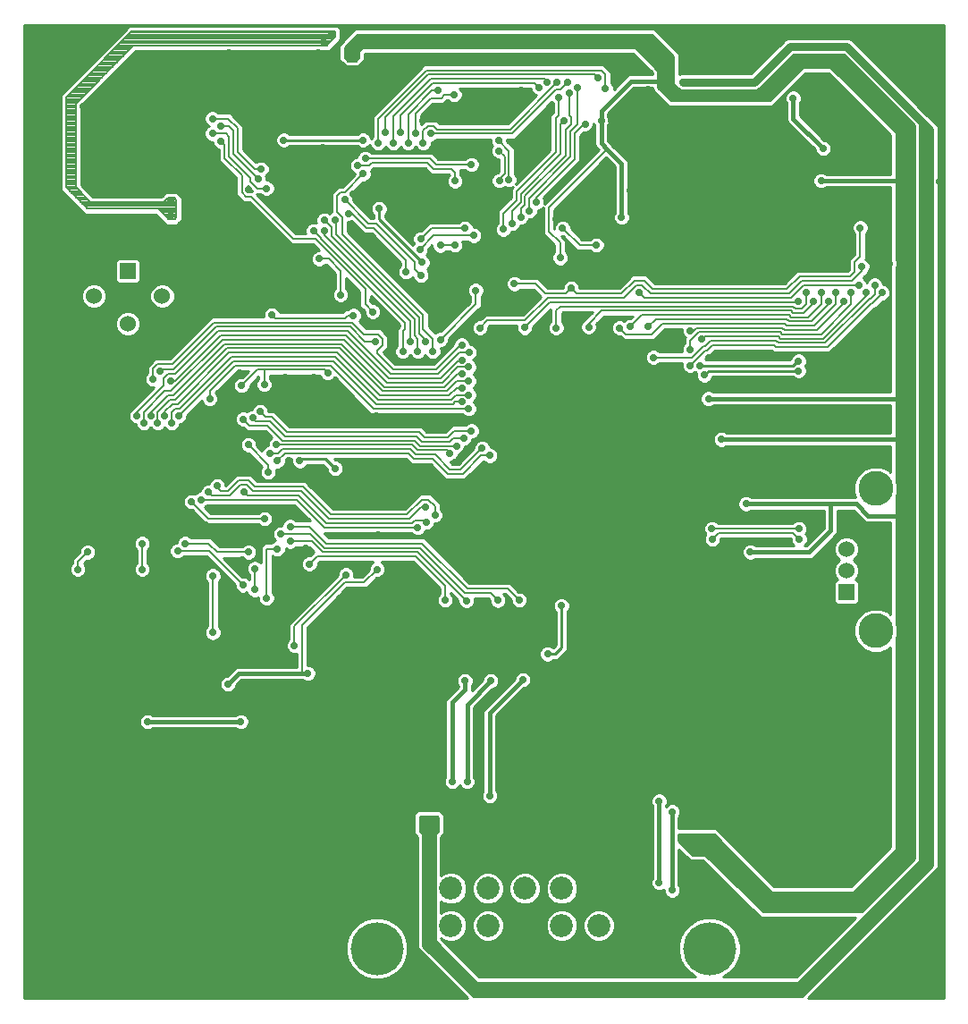
<source format=gbl>
G75*
%MOIN*%
%OFA0B0*%
%FSLAX25Y25*%
%IPPOS*%
%LPD*%
%AMOC8*
5,1,8,0,0,1.08239X$1,22.5*
%
%ADD10R,0.06000X0.06000*%
%ADD11C,0.06000*%
%ADD12C,0.13000*%
%ADD13C,0.19748*%
%ADD14C,0.08563*%
%ADD15C,0.02800*%
%ADD16C,0.01500*%
%ADD17C,0.01000*%
%ADD18C,0.00800*%
%ADD19C,0.03000*%
%ADD20C,0.00700*%
%ADD21C,0.20000*%
D10*
X0044600Y0302582D03*
X0312500Y0182933D03*
D11*
X0312500Y0190933D03*
X0312500Y0198933D03*
X0312500Y0206933D03*
X0057395Y0293133D03*
X0044600Y0282897D03*
X0031805Y0293133D03*
D12*
X0323500Y0221433D03*
X0323500Y0168433D03*
D13*
X0261508Y0049933D03*
X0137492Y0049933D03*
D14*
X0165051Y0058594D03*
X0178831Y0058594D03*
X0192610Y0058594D03*
X0206390Y0058594D03*
X0220169Y0058594D03*
X0233949Y0058594D03*
X0233949Y0072374D03*
X0220169Y0072374D03*
X0206390Y0072374D03*
X0192610Y0072374D03*
X0178831Y0072374D03*
X0165051Y0072374D03*
D15*
X0145500Y0069933D03*
X0133500Y0069933D03*
X0117000Y0060433D03*
X0108000Y0060433D03*
X0099000Y0060433D03*
X0099000Y0047933D03*
X0108000Y0047933D03*
X0117000Y0047933D03*
X0120700Y0033333D03*
X0080300Y0032933D03*
X0060300Y0047733D03*
X0041100Y0032933D03*
X0041900Y0066133D03*
X0007900Y0064533D03*
X0008300Y0098133D03*
X0008300Y0128133D03*
X0007500Y0156933D03*
X0031300Y0179333D03*
X0031300Y0185333D03*
X0025900Y0191333D03*
X0029500Y0197733D03*
X0029500Y0203933D03*
X0041500Y0191333D03*
X0049900Y0191333D03*
X0049900Y0200933D03*
X0063100Y0198133D03*
X0065900Y0200933D03*
X0073500Y0207733D03*
X0071900Y0217333D03*
X0068300Y0216533D03*
X0074700Y0220133D03*
X0077900Y0222533D03*
X0076700Y0227333D03*
X0087900Y0220133D03*
X0087100Y0213333D03*
X0093100Y0213333D03*
X0095500Y0210133D03*
X0101100Y0213333D03*
X0105100Y0207333D03*
X0101500Y0204533D03*
X0105100Y0201733D03*
X0100300Y0198933D03*
X0101100Y0190133D03*
X0091900Y0191633D03*
X0087100Y0194733D03*
X0089500Y0197733D03*
X0087500Y0185433D03*
X0091900Y0183733D03*
X0096300Y0180533D03*
X0109500Y0180533D03*
X0112300Y0193333D03*
X0111000Y0199033D03*
X0119900Y0191733D03*
X0125900Y0189333D03*
X0123500Y0180533D03*
X0137500Y0185333D03*
X0137500Y0191333D03*
X0137900Y0204133D03*
X0152700Y0206933D03*
X0155900Y0208933D03*
X0159100Y0211533D03*
X0155500Y0214533D03*
X0147900Y0219733D03*
X0137900Y0219733D03*
X0122700Y0217033D03*
X0121900Y0228933D03*
X0115700Y0228533D03*
X0108700Y0231733D03*
X0104700Y0231833D03*
X0100300Y0231733D03*
X0097500Y0234533D03*
X0099900Y0237733D03*
X0094700Y0240533D03*
X0089500Y0237733D03*
X0087500Y0247333D03*
X0091100Y0247733D03*
X0093900Y0250133D03*
X0101500Y0250933D03*
X0108700Y0245233D03*
X0112200Y0246733D03*
X0124700Y0256533D03*
X0119100Y0264533D03*
X0113800Y0262833D03*
X0103300Y0262733D03*
X0095400Y0260133D03*
X0087000Y0259833D03*
X0086300Y0264533D03*
X0075100Y0254933D03*
X0076300Y0249733D03*
X0066300Y0244133D03*
X0063500Y0248533D03*
X0060900Y0245833D03*
X0058300Y0248533D03*
X0055700Y0245833D03*
X0053100Y0248533D03*
X0050500Y0245933D03*
X0047900Y0248533D03*
X0047100Y0242533D03*
X0048300Y0226933D03*
X0027500Y0217133D03*
X0041500Y0179333D03*
X0055900Y0178933D03*
X0076300Y0188933D03*
X0076300Y0167733D03*
X0081700Y0155933D03*
X0081900Y0148533D03*
X0086700Y0134533D03*
X0065500Y0137733D03*
X0065500Y0130733D03*
X0051900Y0134533D03*
X0042300Y0142133D03*
X0058000Y0145433D03*
X0041900Y0102933D03*
X0100500Y0114433D03*
X0107100Y0089733D03*
X0134100Y0118533D03*
X0116700Y0138133D03*
X0106500Y0148633D03*
X0106300Y0155733D03*
X0111700Y0152533D03*
X0106700Y0162933D03*
X0132300Y0164933D03*
X0144300Y0148133D03*
X0161500Y0137933D03*
X0175000Y0137933D03*
X0184300Y0137833D03*
X0179900Y0149733D03*
X0176500Y0152433D03*
X0170300Y0149733D03*
X0167000Y0152433D03*
X0180700Y0166133D03*
X0186500Y0177933D03*
X0182600Y0179733D03*
X0190500Y0179833D03*
X0196300Y0185333D03*
X0206300Y0177733D03*
X0216700Y0178133D03*
X0219100Y0165333D03*
X0233900Y0158133D03*
X0249100Y0170533D03*
X0229900Y0185333D03*
X0240700Y0194533D03*
X0253900Y0202533D03*
X0262611Y0202583D03*
X0262389Y0206483D03*
X0269300Y0215233D03*
X0275100Y0215733D03*
X0281300Y0219633D03*
X0280900Y0210933D03*
X0280900Y0201333D03*
X0276700Y0197733D03*
X0269000Y0193433D03*
X0273500Y0170933D03*
X0293900Y0191333D03*
X0295011Y0202583D03*
X0294789Y0206483D03*
X0299500Y0210133D03*
X0295500Y0235733D03*
X0295500Y0243733D03*
X0281300Y0247733D03*
X0281300Y0236133D03*
X0265900Y0239733D03*
X0265800Y0244433D03*
X0264400Y0251033D03*
X0261100Y0254933D03*
X0254200Y0258433D03*
X0259500Y0263733D03*
X0258000Y0267333D03*
X0254300Y0267333D03*
X0254300Y0273333D03*
X0258600Y0277133D03*
X0254300Y0280333D03*
X0261100Y0270133D03*
X0281300Y0271133D03*
X0281300Y0259333D03*
X0294700Y0265333D03*
X0294700Y0268933D03*
X0306300Y0264133D03*
X0315200Y0263333D03*
X0326700Y0247733D03*
X0320700Y0236133D03*
X0313500Y0243733D03*
X0325100Y0207333D03*
X0324300Y0189333D03*
X0327100Y0143733D03*
X0327500Y0127733D03*
X0308600Y0108433D03*
X0301100Y0116933D03*
X0327100Y0088933D03*
X0308300Y0074133D03*
X0308300Y0060533D03*
X0287100Y0060533D03*
X0287100Y0074133D03*
X0280300Y0079733D03*
X0273100Y0090133D03*
X0266300Y0086533D03*
X0261100Y0086533D03*
X0262300Y0090533D03*
X0257100Y0090533D03*
X0255900Y0086533D03*
X0251900Y0090533D03*
X0247500Y0100933D03*
X0242700Y0104933D03*
X0248300Y0108933D03*
X0238300Y0119733D03*
X0221900Y0132533D03*
X0216500Y0139733D03*
X0200300Y0143733D03*
X0196700Y0150533D03*
X0191900Y0150133D03*
X0188500Y0152433D03*
X0201100Y0159733D03*
X0201800Y0164333D03*
X0172600Y0187133D03*
X0170800Y0179633D03*
X0162900Y0179833D03*
X0150800Y0187133D03*
X0150700Y0193333D03*
X0168300Y0193733D03*
X0182300Y0198133D03*
X0182300Y0217733D03*
X0172300Y0224933D03*
X0166700Y0231333D03*
X0164700Y0234533D03*
X0167100Y0237333D03*
X0169900Y0240133D03*
X0172700Y0242933D03*
X0176700Y0236533D03*
X0179500Y0233733D03*
X0185500Y0233333D03*
X0171700Y0251133D03*
X0169100Y0253733D03*
X0171700Y0256333D03*
X0169100Y0258933D03*
X0171700Y0261533D03*
X0169100Y0264133D03*
X0171700Y0266733D03*
X0169100Y0269333D03*
X0171900Y0272133D03*
X0169100Y0274933D03*
X0165100Y0276133D03*
X0161100Y0276933D03*
X0158300Y0272533D03*
X0155500Y0276133D03*
X0152700Y0272533D03*
X0149900Y0276133D03*
X0147100Y0272533D03*
X0145900Y0268533D03*
X0136800Y0276233D03*
X0144800Y0282633D03*
X0135900Y0287333D03*
X0135900Y0291533D03*
X0128700Y0285933D03*
X0123900Y0293633D03*
X0119100Y0302933D03*
X0115900Y0307033D03*
X0117800Y0317533D03*
X0113800Y0317533D03*
X0117800Y0321533D03*
X0121800Y0321533D03*
X0119900Y0328133D03*
X0125400Y0329133D03*
X0128600Y0331033D03*
X0122000Y0333533D03*
X0126800Y0323933D03*
X0129900Y0317333D03*
X0135500Y0322933D03*
X0138300Y0325733D03*
X0141500Y0339333D03*
X0132300Y0338733D03*
X0130300Y0341833D03*
X0133100Y0344533D03*
X0132300Y0351333D03*
X0134700Y0355333D03*
X0137900Y0350133D03*
X0140700Y0354133D03*
X0143500Y0350133D03*
X0146300Y0354133D03*
X0149100Y0350133D03*
X0151900Y0353733D03*
X0154700Y0350133D03*
X0157500Y0353733D03*
X0154500Y0358533D03*
X0159100Y0346933D03*
X0166600Y0336033D03*
X0172700Y0342233D03*
X0172700Y0350533D03*
X0182900Y0351133D03*
X0182900Y0347333D03*
X0189500Y0350533D03*
X0186400Y0358433D03*
X0191100Y0369733D03*
X0197900Y0370933D03*
X0201000Y0372933D03*
X0204700Y0372933D03*
X0208700Y0372933D03*
X0209200Y0368933D03*
X0212300Y0370933D03*
X0205200Y0367333D03*
X0207200Y0358533D03*
X0215100Y0357333D03*
X0221100Y0358533D03*
X0225000Y0358533D03*
X0222700Y0370533D03*
X0219900Y0374533D03*
X0229100Y0374933D03*
X0238700Y0370133D03*
X0251500Y0372933D03*
X0251100Y0376933D03*
X0252700Y0362333D03*
X0268700Y0362933D03*
X0280700Y0362933D03*
X0292700Y0366933D03*
X0298700Y0374933D03*
X0302900Y0364133D03*
X0311500Y0368133D03*
X0307900Y0348533D03*
X0303900Y0348133D03*
X0296900Y0342333D03*
X0303100Y0336133D03*
X0317100Y0348533D03*
X0327500Y0344033D03*
X0347100Y0335733D03*
X0347900Y0305333D03*
X0328700Y0305333D03*
X0323100Y0297333D03*
X0325800Y0294433D03*
X0319900Y0294533D03*
X0317100Y0297333D03*
X0314300Y0294533D03*
X0311500Y0291333D03*
X0308700Y0294533D03*
X0305900Y0291333D03*
X0303100Y0294533D03*
X0300300Y0291333D03*
X0297500Y0294533D03*
X0294700Y0291333D03*
X0281300Y0298433D03*
X0258700Y0298933D03*
X0241500Y0298933D03*
X0235100Y0294533D03*
X0234900Y0303033D03*
X0224500Y0297933D03*
X0219300Y0312133D03*
X0228700Y0322533D03*
X0233500Y0317733D03*
X0240700Y0325333D03*
X0231900Y0332533D03*
X0254700Y0344933D03*
X0282300Y0336133D03*
X0309500Y0306333D03*
X0318300Y0304133D03*
X0317700Y0318633D03*
X0325900Y0283333D03*
X0347900Y0283333D03*
X0339900Y0364933D03*
X0315900Y0390533D03*
X0298700Y0390933D03*
X0280700Y0382133D03*
X0268700Y0381333D03*
X0206700Y0318533D03*
X0204100Y0321733D03*
X0198300Y0319433D03*
X0194300Y0324933D03*
X0191100Y0322533D03*
X0187900Y0320133D03*
X0184500Y0318033D03*
X0173500Y0315733D03*
X0170300Y0318533D03*
X0166600Y0312133D03*
X0161100Y0312033D03*
X0157400Y0310133D03*
X0153500Y0310533D03*
X0153800Y0314533D03*
X0154300Y0305733D03*
X0153900Y0300933D03*
X0148300Y0302133D03*
X0153900Y0294933D03*
X0159000Y0282633D03*
X0175900Y0281333D03*
X0184600Y0281333D03*
X0192500Y0281433D03*
X0204300Y0281333D03*
X0216400Y0281633D03*
X0220500Y0277333D03*
X0227900Y0281333D03*
X0231900Y0281733D03*
X0238700Y0281733D03*
X0234000Y0273433D03*
X0240600Y0270333D03*
X0237900Y0262933D03*
X0236300Y0241733D03*
X0256200Y0240133D03*
X0255000Y0226933D03*
X0240300Y0216533D03*
X0215100Y0217733D03*
X0209900Y0233333D03*
X0215500Y0265733D03*
X0193100Y0265333D03*
X0195800Y0294033D03*
X0188700Y0297733D03*
X0183100Y0294933D03*
X0174300Y0295333D03*
X0200500Y0308933D03*
X0205800Y0307433D03*
X0209900Y0296133D03*
X0196900Y0328133D03*
X0203900Y0332933D03*
X0186600Y0331333D03*
X0183100Y0336133D03*
X0186700Y0336533D03*
X0159100Y0321733D03*
X0128700Y0358933D03*
X0115400Y0354133D03*
X0117100Y0348533D03*
X0104800Y0336933D03*
X0096300Y0333333D03*
X0093100Y0336933D03*
X0094300Y0340533D03*
X0089700Y0332833D03*
X0094100Y0316633D03*
X0104700Y0320133D03*
X0104700Y0312133D03*
X0103200Y0287833D03*
X0098300Y0286133D03*
X0088700Y0286533D03*
X0083500Y0294133D03*
X0069100Y0280133D03*
X0056700Y0265033D03*
X0053900Y0262133D03*
X0060700Y0261533D03*
X0051500Y0268933D03*
X0027900Y0268533D03*
X0019900Y0282533D03*
X0007500Y0296933D03*
X0007500Y0326133D03*
X0024300Y0326933D03*
X0030300Y0332933D03*
X0043500Y0345733D03*
X0034700Y0352933D03*
X0027900Y0363733D03*
X0018300Y0369333D03*
X0007500Y0354533D03*
X0039500Y0364533D03*
X0048300Y0383333D03*
X0039500Y0392533D03*
X0067500Y0377333D03*
X0082300Y0383733D03*
X0092700Y0371733D03*
X0100300Y0375333D03*
X0115500Y0383733D03*
X0117500Y0387733D03*
X0120700Y0390533D03*
X0128300Y0382933D03*
X0134300Y0382533D03*
X0157100Y0382533D03*
X0160300Y0369733D03*
X0166300Y0368133D03*
X0171800Y0367733D03*
X0191100Y0380133D03*
X0102700Y0351333D03*
X0079300Y0350933D03*
X0076100Y0353733D03*
X0079300Y0356533D03*
X0076100Y0359333D03*
X0069700Y0333533D03*
X0060700Y0328133D03*
X0060700Y0323333D03*
X0050800Y0322433D03*
X0058400Y0332733D03*
X0113500Y0288133D03*
X0137100Y0248533D03*
X0147100Y0246933D03*
X0161900Y0246533D03*
X0156600Y0228033D03*
X0101100Y0224933D03*
X0096900Y0227533D03*
X0092300Y0226533D03*
X0161500Y0120333D03*
X0165500Y0112133D03*
X0171100Y0112133D03*
X0175000Y0120333D03*
X0184700Y0120333D03*
X0179500Y0106933D03*
X0159100Y0096933D03*
X0154700Y0096933D03*
X0199500Y0104733D03*
X0221200Y0104733D03*
X0242700Y0074533D03*
X0247500Y0071733D03*
X0270700Y0070133D03*
X0274700Y0044533D03*
X0247100Y0044533D03*
X0211500Y0043733D03*
X0175100Y0043733D03*
X0161100Y0032933D03*
X0256700Y0142133D03*
X0215100Y0198133D03*
X0347100Y0072933D03*
X0307100Y0032933D03*
D16*
X0247500Y0071733D02*
X0247500Y0100933D01*
X0242700Y0104933D02*
X0242700Y0074533D01*
X0179500Y0106933D02*
X0179500Y0137733D01*
X0191900Y0150133D01*
X0179900Y0149733D02*
X0171100Y0140933D01*
X0171100Y0112133D01*
X0165500Y0112133D02*
X0165500Y0141733D01*
X0170300Y0146533D01*
X0170300Y0149733D01*
X0111700Y0152533D02*
X0109500Y0152533D01*
X0085900Y0152533D01*
X0081900Y0148533D01*
X0086700Y0134533D02*
X0051900Y0134533D01*
X0228700Y0322533D02*
X0228700Y0342533D01*
X0223300Y0347933D01*
X0221100Y0350133D01*
X0221100Y0358533D01*
X0221100Y0362133D01*
X0232300Y0373333D01*
X0243500Y0373333D01*
X0292700Y0366933D02*
X0292700Y0359333D01*
X0303900Y0348133D01*
X0303100Y0336133D02*
X0333100Y0336133D01*
X0333500Y0254933D02*
X0261100Y0254933D01*
X0265900Y0239733D02*
X0332300Y0239733D01*
X0316300Y0215733D02*
X0306700Y0215733D01*
X0306700Y0205733D01*
X0298700Y0197733D01*
X0276700Y0197733D01*
X0275100Y0215733D02*
X0306700Y0215733D01*
X0316300Y0215733D02*
X0320700Y0211333D01*
X0333100Y0211333D01*
D17*
X0006000Y0031433D02*
X0006000Y0394134D01*
X0348921Y0394134D01*
X0348921Y0031433D01*
X0298311Y0031433D01*
X0346900Y0080022D01*
X0346900Y0356444D01*
X0345611Y0357733D01*
X0343623Y0359721D01*
X0343613Y0359746D01*
X0342713Y0360646D01*
X0314513Y0388846D01*
X0313337Y0389333D01*
X0290863Y0389333D01*
X0289687Y0388846D01*
X0288787Y0387946D01*
X0276975Y0376133D01*
X0250863Y0376133D01*
X0250100Y0375817D01*
X0250100Y0383444D01*
X0242100Y0391444D01*
X0240811Y0392733D01*
X0129389Y0392733D01*
X0124589Y0387933D01*
X0123300Y0386644D01*
X0123300Y0381222D01*
X0124500Y0380022D01*
X0125789Y0378733D01*
X0130411Y0378733D01*
X0131611Y0379933D01*
X0132900Y0381222D01*
X0132900Y0383533D01*
X0232989Y0383533D01*
X0240100Y0376422D01*
X0240100Y0375783D01*
X0231813Y0375783D01*
X0230912Y0375410D01*
X0230223Y0374721D01*
X0225800Y0370298D01*
X0225800Y0371150D01*
X0225328Y0372289D01*
X0224800Y0372817D01*
X0224800Y0376603D01*
X0223570Y0377833D01*
X0221970Y0379433D01*
X0155030Y0379433D01*
X0153800Y0378203D01*
X0135800Y0360203D01*
X0135800Y0352417D01*
X0135380Y0351997D01*
X0134928Y0353089D01*
X0134056Y0353961D01*
X0132917Y0354433D01*
X0131683Y0354433D01*
X0130544Y0353961D01*
X0130116Y0353533D01*
X0104884Y0353533D01*
X0104456Y0353961D01*
X0103317Y0354433D01*
X0102083Y0354433D01*
X0100944Y0353961D01*
X0100072Y0353089D01*
X0099600Y0351950D01*
X0099600Y0350716D01*
X0100072Y0349577D01*
X0100944Y0348705D01*
X0102083Y0348233D01*
X0103317Y0348233D01*
X0104456Y0348705D01*
X0104884Y0349133D01*
X0130116Y0349133D01*
X0130544Y0348705D01*
X0131683Y0348233D01*
X0132917Y0348233D01*
X0134056Y0348705D01*
X0134820Y0349469D01*
X0135272Y0348377D01*
X0136144Y0347505D01*
X0137283Y0347033D01*
X0138517Y0347033D01*
X0139656Y0347505D01*
X0140528Y0348377D01*
X0140700Y0348792D01*
X0140872Y0348377D01*
X0141744Y0347505D01*
X0142883Y0347033D01*
X0144117Y0347033D01*
X0145256Y0347505D01*
X0146128Y0348377D01*
X0146300Y0348792D01*
X0146472Y0348377D01*
X0147344Y0347505D01*
X0148483Y0347033D01*
X0149717Y0347033D01*
X0150856Y0347505D01*
X0151728Y0348377D01*
X0151900Y0348792D01*
X0152072Y0348377D01*
X0152944Y0347505D01*
X0154083Y0347033D01*
X0155317Y0347033D01*
X0156456Y0347505D01*
X0157328Y0348377D01*
X0157800Y0349516D01*
X0157800Y0350633D01*
X0158117Y0350633D01*
X0159256Y0351105D01*
X0159784Y0351633D01*
X0179800Y0351633D01*
X0179800Y0350516D01*
X0180272Y0349377D01*
X0180416Y0349233D01*
X0180272Y0349089D01*
X0179800Y0347950D01*
X0179800Y0346716D01*
X0180272Y0345577D01*
X0181144Y0344705D01*
X0182283Y0344233D01*
X0183000Y0344233D01*
X0183000Y0339603D01*
X0182630Y0339233D01*
X0182483Y0339233D01*
X0181344Y0338761D01*
X0180472Y0337889D01*
X0180000Y0336750D01*
X0180000Y0335516D01*
X0180472Y0334377D01*
X0181344Y0333505D01*
X0182483Y0333033D01*
X0183717Y0333033D01*
X0184856Y0333505D01*
X0185165Y0333814D01*
X0186083Y0333433D01*
X0187317Y0333433D01*
X0188360Y0333865D01*
X0188012Y0333515D01*
X0187400Y0332903D01*
X0187400Y0332899D01*
X0187397Y0332896D01*
X0187400Y0332028D01*
X0187400Y0329803D01*
X0183630Y0326033D01*
X0182400Y0324803D01*
X0182400Y0320317D01*
X0181872Y0319789D01*
X0181400Y0318650D01*
X0181400Y0317416D01*
X0181872Y0316277D01*
X0182744Y0315405D01*
X0183883Y0314933D01*
X0185117Y0314933D01*
X0186256Y0315405D01*
X0187128Y0316277D01*
X0187441Y0317033D01*
X0188517Y0317033D01*
X0189656Y0317505D01*
X0190528Y0318377D01*
X0190965Y0319433D01*
X0191717Y0319433D01*
X0192856Y0319905D01*
X0193728Y0320777D01*
X0194165Y0321833D01*
X0194917Y0321833D01*
X0196056Y0322305D01*
X0196928Y0323177D01*
X0197400Y0324316D01*
X0197400Y0325033D01*
X0197517Y0325033D01*
X0198656Y0325505D01*
X0199400Y0326249D01*
X0199400Y0316463D01*
X0200630Y0315233D01*
X0203700Y0312163D01*
X0203700Y0309717D01*
X0203172Y0309189D01*
X0202700Y0308050D01*
X0202700Y0306816D01*
X0203172Y0305677D01*
X0204044Y0304805D01*
X0205183Y0304333D01*
X0206417Y0304333D01*
X0207556Y0304805D01*
X0208428Y0305677D01*
X0208900Y0306816D01*
X0208900Y0308050D01*
X0208428Y0309189D01*
X0207900Y0309717D01*
X0207900Y0313903D01*
X0206370Y0315433D01*
X0206830Y0315433D01*
X0211000Y0311263D01*
X0212230Y0310033D01*
X0217016Y0310033D01*
X0217544Y0309505D01*
X0218683Y0309033D01*
X0219917Y0309033D01*
X0221056Y0309505D01*
X0221928Y0310377D01*
X0222400Y0311516D01*
X0222400Y0312750D01*
X0221928Y0313889D01*
X0221056Y0314761D01*
X0219917Y0315233D01*
X0218683Y0315233D01*
X0217544Y0314761D01*
X0217016Y0314233D01*
X0213970Y0314233D01*
X0209800Y0318403D01*
X0209800Y0319150D01*
X0209328Y0320289D01*
X0208456Y0321161D01*
X0207317Y0321633D01*
X0206083Y0321633D01*
X0204944Y0321161D01*
X0204072Y0320289D01*
X0203600Y0319150D01*
X0203600Y0318203D01*
X0203600Y0325263D01*
X0223053Y0344716D01*
X0226250Y0341518D01*
X0226250Y0324467D01*
X0226072Y0324289D01*
X0225600Y0323150D01*
X0225600Y0321916D01*
X0226072Y0320777D01*
X0226944Y0319905D01*
X0228083Y0319433D01*
X0229317Y0319433D01*
X0230456Y0319905D01*
X0231328Y0320777D01*
X0231800Y0321916D01*
X0231800Y0323150D01*
X0231328Y0324289D01*
X0231150Y0324467D01*
X0231150Y0343020D01*
X0230777Y0343921D01*
X0225377Y0349321D01*
X0223550Y0351148D01*
X0223550Y0356599D01*
X0223728Y0356777D01*
X0224200Y0357916D01*
X0224200Y0359150D01*
X0223728Y0360289D01*
X0223550Y0360467D01*
X0223550Y0361118D01*
X0233315Y0370883D01*
X0240100Y0370883D01*
X0240100Y0370022D01*
X0244900Y0365222D01*
X0246189Y0363933D01*
X0284811Y0363933D01*
X0297211Y0376333D01*
X0305789Y0376333D01*
X0328900Y0353222D01*
X0328900Y0338583D01*
X0305034Y0338583D01*
X0304856Y0338761D01*
X0303717Y0339233D01*
X0302483Y0339233D01*
X0301344Y0338761D01*
X0300472Y0337889D01*
X0300000Y0336750D01*
X0300000Y0335516D01*
X0300472Y0334377D01*
X0301344Y0333505D01*
X0302483Y0333033D01*
X0303717Y0333033D01*
X0304856Y0333505D01*
X0305034Y0333683D01*
X0328900Y0333683D01*
X0328900Y0257383D01*
X0263034Y0257383D01*
X0262856Y0257561D01*
X0261717Y0258033D01*
X0260483Y0258033D01*
X0259344Y0257561D01*
X0258472Y0256689D01*
X0258000Y0255550D01*
X0258000Y0254316D01*
X0258472Y0253177D01*
X0259344Y0252305D01*
X0260483Y0251833D01*
X0261717Y0251833D01*
X0262856Y0252305D01*
X0263034Y0252483D01*
X0328900Y0252483D01*
X0328900Y0242183D01*
X0267834Y0242183D01*
X0267656Y0242361D01*
X0266517Y0242833D01*
X0265283Y0242833D01*
X0264144Y0242361D01*
X0263272Y0241489D01*
X0262800Y0240350D01*
X0262800Y0239116D01*
X0263272Y0237977D01*
X0264144Y0237105D01*
X0265283Y0236633D01*
X0266517Y0236633D01*
X0267656Y0237105D01*
X0267834Y0237283D01*
X0328900Y0237283D01*
X0328900Y0227630D01*
X0328145Y0228385D01*
X0325131Y0229633D01*
X0321869Y0229633D01*
X0318855Y0228385D01*
X0316548Y0226078D01*
X0315300Y0223064D01*
X0315300Y0219802D01*
X0315971Y0218183D01*
X0277034Y0218183D01*
X0276856Y0218361D01*
X0275717Y0218833D01*
X0274483Y0218833D01*
X0273344Y0218361D01*
X0272472Y0217489D01*
X0272000Y0216350D01*
X0272000Y0215116D01*
X0272472Y0213977D01*
X0273344Y0213105D01*
X0274483Y0212633D01*
X0275717Y0212633D01*
X0276856Y0213105D01*
X0277034Y0213283D01*
X0304250Y0213283D01*
X0304250Y0206748D01*
X0297685Y0200183D01*
X0296995Y0200183D01*
X0297639Y0200827D01*
X0298111Y0201966D01*
X0298111Y0203200D01*
X0297639Y0204339D01*
X0297334Y0204644D01*
X0297417Y0204727D01*
X0297889Y0205866D01*
X0297889Y0207100D01*
X0297417Y0208239D01*
X0296545Y0209111D01*
X0295406Y0209583D01*
X0294173Y0209583D01*
X0293033Y0209111D01*
X0292455Y0208533D01*
X0264723Y0208533D01*
X0264145Y0209111D01*
X0263006Y0209583D01*
X0261773Y0209583D01*
X0260633Y0209111D01*
X0259761Y0208239D01*
X0259289Y0207100D01*
X0259289Y0205866D01*
X0259761Y0204727D01*
X0260066Y0204422D01*
X0259983Y0204339D01*
X0259511Y0203200D01*
X0259511Y0201966D01*
X0259983Y0200827D01*
X0260855Y0199955D01*
X0261994Y0199483D01*
X0263227Y0199483D01*
X0264367Y0199955D01*
X0265239Y0200827D01*
X0265711Y0201966D01*
X0265711Y0202784D01*
X0265810Y0202883D01*
X0291812Y0202883D01*
X0291911Y0202784D01*
X0291911Y0201966D01*
X0292383Y0200827D01*
X0293027Y0200183D01*
X0278634Y0200183D01*
X0278456Y0200361D01*
X0277317Y0200833D01*
X0276083Y0200833D01*
X0274944Y0200361D01*
X0274072Y0199489D01*
X0273600Y0198350D01*
X0273600Y0197116D01*
X0274072Y0195977D01*
X0274944Y0195105D01*
X0276083Y0194633D01*
X0277317Y0194633D01*
X0278456Y0195105D01*
X0278634Y0195283D01*
X0299187Y0195283D01*
X0300088Y0195656D01*
X0308777Y0204345D01*
X0309150Y0205246D01*
X0309150Y0213283D01*
X0315285Y0213283D01*
X0318623Y0209945D01*
X0319312Y0209256D01*
X0320213Y0208883D01*
X0328900Y0208883D01*
X0328900Y0174630D01*
X0328145Y0175385D01*
X0325131Y0176633D01*
X0321869Y0176633D01*
X0318855Y0175385D01*
X0316548Y0173078D01*
X0315300Y0170064D01*
X0315300Y0166802D01*
X0316548Y0163788D01*
X0318855Y0161481D01*
X0321869Y0160233D01*
X0325131Y0160233D01*
X0328145Y0161481D01*
X0328900Y0162237D01*
X0328900Y0087844D01*
X0314189Y0073133D01*
X0285611Y0073133D01*
X0265300Y0093444D01*
X0264011Y0094733D01*
X0249950Y0094733D01*
X0249950Y0098999D01*
X0250128Y0099177D01*
X0250600Y0100316D01*
X0250600Y0101550D01*
X0250128Y0102689D01*
X0249256Y0103561D01*
X0248117Y0104033D01*
X0246883Y0104033D01*
X0245744Y0103561D01*
X0245150Y0102967D01*
X0245150Y0102999D01*
X0245328Y0103177D01*
X0245800Y0104316D01*
X0245800Y0105550D01*
X0245328Y0106689D01*
X0244456Y0107561D01*
X0243317Y0108033D01*
X0242083Y0108033D01*
X0240944Y0107561D01*
X0240072Y0106689D01*
X0239600Y0105550D01*
X0239600Y0104316D01*
X0240072Y0103177D01*
X0240250Y0102999D01*
X0240250Y0076467D01*
X0240072Y0076289D01*
X0239600Y0075150D01*
X0239600Y0073916D01*
X0240072Y0072777D01*
X0240944Y0071905D01*
X0242083Y0071433D01*
X0243317Y0071433D01*
X0244400Y0071882D01*
X0244400Y0071116D01*
X0244872Y0069977D01*
X0245744Y0069105D01*
X0246883Y0068633D01*
X0248117Y0068633D01*
X0249256Y0069105D01*
X0250128Y0069977D01*
X0250600Y0071116D01*
X0250600Y0072350D01*
X0250128Y0073489D01*
X0249950Y0073667D01*
X0249950Y0086972D01*
X0252900Y0084022D01*
X0254189Y0082733D01*
X0259001Y0082733D01*
X0279951Y0062171D01*
X0280589Y0061533D01*
X0280601Y0061533D01*
X0280609Y0061525D01*
X0281510Y0061533D01*
X0315789Y0061533D01*
X0293789Y0039533D01*
X0266643Y0039533D01*
X0268614Y0040672D01*
X0270769Y0042826D01*
X0272293Y0045466D01*
X0273082Y0048409D01*
X0273082Y0051457D01*
X0272293Y0054400D01*
X0270769Y0057040D01*
X0268614Y0059195D01*
X0265975Y0060718D01*
X0263032Y0061507D01*
X0259984Y0061507D01*
X0257040Y0060718D01*
X0254401Y0059195D01*
X0252246Y0057040D01*
X0250723Y0054400D01*
X0249934Y0051457D01*
X0249934Y0048409D01*
X0250723Y0045466D01*
X0252246Y0042826D01*
X0254401Y0040672D01*
X0256373Y0039533D01*
X0175611Y0039533D01*
X0161300Y0053844D01*
X0161300Y0053887D01*
X0161663Y0053524D01*
X0163861Y0052613D01*
X0166241Y0052613D01*
X0168439Y0053524D01*
X0170122Y0055206D01*
X0171033Y0057405D01*
X0171033Y0059784D01*
X0170122Y0061983D01*
X0168439Y0063665D01*
X0166241Y0064576D01*
X0163861Y0064576D01*
X0161663Y0063665D01*
X0161300Y0063302D01*
X0161300Y0067666D01*
X0161663Y0067303D01*
X0163861Y0066393D01*
X0166241Y0066393D01*
X0168439Y0067303D01*
X0170122Y0068986D01*
X0171033Y0071184D01*
X0171033Y0073564D01*
X0170122Y0075762D01*
X0168439Y0077445D01*
X0166241Y0078355D01*
X0163861Y0078355D01*
X0161663Y0077445D01*
X0161300Y0077082D01*
X0161300Y0091622D01*
X0162500Y0092822D01*
X0162500Y0099844D01*
X0160811Y0101533D01*
X0152589Y0101533D01*
X0151300Y0100244D01*
X0151300Y0092822D01*
X0152500Y0091622D01*
X0152500Y0050022D01*
X0153789Y0048733D01*
X0171089Y0031433D01*
X0006000Y0031433D01*
X0006000Y0031893D02*
X0170629Y0031893D01*
X0169630Y0032891D02*
X0006000Y0032891D01*
X0006000Y0033890D02*
X0168632Y0033890D01*
X0167633Y0034888D02*
X0006000Y0034888D01*
X0006000Y0035887D02*
X0166635Y0035887D01*
X0165636Y0036885D02*
X0006000Y0036885D01*
X0006000Y0037884D02*
X0164638Y0037884D01*
X0163639Y0038882D02*
X0140969Y0038882D01*
X0141960Y0039148D02*
X0139016Y0038359D01*
X0135968Y0038359D01*
X0133025Y0039148D01*
X0130386Y0040672D01*
X0128231Y0042826D01*
X0126707Y0045466D01*
X0125918Y0048409D01*
X0125918Y0051457D01*
X0126707Y0054400D01*
X0128231Y0057040D01*
X0130386Y0059195D01*
X0133025Y0060718D01*
X0135968Y0061507D01*
X0139016Y0061507D01*
X0141960Y0060718D01*
X0144599Y0059195D01*
X0146754Y0057040D01*
X0148277Y0054400D01*
X0149066Y0051457D01*
X0149066Y0048409D01*
X0148277Y0045466D01*
X0146754Y0042826D01*
X0144599Y0040672D01*
X0141960Y0039148D01*
X0143229Y0039881D02*
X0162641Y0039881D01*
X0161642Y0040879D02*
X0144807Y0040879D01*
X0145805Y0041878D02*
X0160644Y0041878D01*
X0159645Y0042877D02*
X0146783Y0042877D01*
X0147359Y0043875D02*
X0158647Y0043875D01*
X0157648Y0044874D02*
X0147935Y0044874D01*
X0148386Y0045872D02*
X0156650Y0045872D01*
X0155651Y0046871D02*
X0148654Y0046871D01*
X0148921Y0047869D02*
X0154653Y0047869D01*
X0153654Y0048868D02*
X0149066Y0048868D01*
X0149066Y0049866D02*
X0152656Y0049866D01*
X0152500Y0050865D02*
X0149066Y0050865D01*
X0148957Y0051863D02*
X0152500Y0051863D01*
X0152500Y0052862D02*
X0148690Y0052862D01*
X0148422Y0053860D02*
X0152500Y0053860D01*
X0152500Y0054859D02*
X0148013Y0054859D01*
X0147436Y0055857D02*
X0152500Y0055857D01*
X0152500Y0056856D02*
X0146860Y0056856D01*
X0145939Y0057854D02*
X0152500Y0057854D01*
X0152500Y0058853D02*
X0144941Y0058853D01*
X0143461Y0059851D02*
X0152500Y0059851D01*
X0152500Y0060850D02*
X0141469Y0060850D01*
X0133515Y0060850D02*
X0006000Y0060850D01*
X0006000Y0061848D02*
X0152500Y0061848D01*
X0152500Y0062847D02*
X0006000Y0062847D01*
X0006000Y0063845D02*
X0152500Y0063845D01*
X0152500Y0064844D02*
X0006000Y0064844D01*
X0006000Y0065842D02*
X0152500Y0065842D01*
X0152500Y0066841D02*
X0006000Y0066841D01*
X0006000Y0067839D02*
X0152500Y0067839D01*
X0152500Y0068838D02*
X0006000Y0068838D01*
X0006000Y0069836D02*
X0152500Y0069836D01*
X0152500Y0070835D02*
X0006000Y0070835D01*
X0006000Y0071833D02*
X0152500Y0071833D01*
X0152500Y0072832D02*
X0006000Y0072832D01*
X0006000Y0073830D02*
X0152500Y0073830D01*
X0152500Y0074829D02*
X0006000Y0074829D01*
X0006000Y0075827D02*
X0152500Y0075827D01*
X0152500Y0076826D02*
X0006000Y0076826D01*
X0006000Y0077824D02*
X0152500Y0077824D01*
X0152500Y0078823D02*
X0006000Y0078823D01*
X0006000Y0079821D02*
X0152500Y0079821D01*
X0152500Y0080820D02*
X0006000Y0080820D01*
X0006000Y0081818D02*
X0152500Y0081818D01*
X0152500Y0082817D02*
X0006000Y0082817D01*
X0006000Y0083815D02*
X0152500Y0083815D01*
X0152500Y0084814D02*
X0006000Y0084814D01*
X0006000Y0085812D02*
X0152500Y0085812D01*
X0152500Y0086811D02*
X0006000Y0086811D01*
X0006000Y0087810D02*
X0152500Y0087810D01*
X0152500Y0088808D02*
X0006000Y0088808D01*
X0006000Y0089807D02*
X0152500Y0089807D01*
X0152500Y0090805D02*
X0006000Y0090805D01*
X0006000Y0091804D02*
X0152318Y0091804D01*
X0151320Y0092802D02*
X0006000Y0092802D01*
X0006000Y0093801D02*
X0151300Y0093801D01*
X0151300Y0094799D02*
X0006000Y0094799D01*
X0006000Y0095798D02*
X0151300Y0095798D01*
X0151300Y0096796D02*
X0006000Y0096796D01*
X0006000Y0097795D02*
X0151300Y0097795D01*
X0151300Y0098793D02*
X0006000Y0098793D01*
X0006000Y0099792D02*
X0151300Y0099792D01*
X0151846Y0100790D02*
X0006000Y0100790D01*
X0006000Y0101789D02*
X0240250Y0101789D01*
X0240250Y0102787D02*
X0006000Y0102787D01*
X0006000Y0103786D02*
X0239820Y0103786D01*
X0239600Y0104784D02*
X0181735Y0104784D01*
X0182128Y0105177D02*
X0182600Y0106316D01*
X0182600Y0107550D01*
X0182128Y0108689D01*
X0181950Y0108867D01*
X0181950Y0136718D01*
X0192265Y0147033D01*
X0192517Y0147033D01*
X0193656Y0147505D01*
X0194528Y0148377D01*
X0195000Y0149516D01*
X0195000Y0150750D01*
X0194528Y0151889D01*
X0193656Y0152761D01*
X0192517Y0153233D01*
X0191283Y0153233D01*
X0190144Y0152761D01*
X0189272Y0151889D01*
X0188800Y0150750D01*
X0188800Y0150498D01*
X0178112Y0139810D01*
X0177423Y0139121D01*
X0177050Y0138220D01*
X0177050Y0108867D01*
X0176872Y0108689D01*
X0176400Y0107550D01*
X0176400Y0106316D01*
X0176872Y0105177D01*
X0177744Y0104305D01*
X0178883Y0103833D01*
X0180117Y0103833D01*
X0181256Y0104305D01*
X0182128Y0105177D01*
X0182379Y0105783D02*
X0239697Y0105783D01*
X0240164Y0106781D02*
X0182600Y0106781D01*
X0182505Y0107780D02*
X0241472Y0107780D01*
X0243928Y0107780D02*
X0328900Y0107780D01*
X0328900Y0108778D02*
X0182039Y0108778D01*
X0181950Y0109777D02*
X0328900Y0109777D01*
X0328900Y0110775D02*
X0181950Y0110775D01*
X0181950Y0111774D02*
X0328900Y0111774D01*
X0328900Y0112772D02*
X0181950Y0112772D01*
X0181950Y0113771D02*
X0328900Y0113771D01*
X0328900Y0114769D02*
X0181950Y0114769D01*
X0181950Y0115768D02*
X0328900Y0115768D01*
X0328900Y0116766D02*
X0181950Y0116766D01*
X0181950Y0117765D02*
X0328900Y0117765D01*
X0328900Y0118763D02*
X0181950Y0118763D01*
X0181950Y0119762D02*
X0328900Y0119762D01*
X0328900Y0120760D02*
X0181950Y0120760D01*
X0181950Y0121759D02*
X0328900Y0121759D01*
X0328900Y0122757D02*
X0181950Y0122757D01*
X0181950Y0123756D02*
X0328900Y0123756D01*
X0328900Y0124754D02*
X0181950Y0124754D01*
X0181950Y0125753D02*
X0328900Y0125753D01*
X0328900Y0126751D02*
X0181950Y0126751D01*
X0181950Y0127750D02*
X0328900Y0127750D01*
X0328900Y0128748D02*
X0181950Y0128748D01*
X0181950Y0129747D02*
X0328900Y0129747D01*
X0328900Y0130745D02*
X0181950Y0130745D01*
X0181950Y0131744D02*
X0328900Y0131744D01*
X0328900Y0132743D02*
X0181950Y0132743D01*
X0181950Y0133741D02*
X0328900Y0133741D01*
X0328900Y0134740D02*
X0181950Y0134740D01*
X0181950Y0135738D02*
X0328900Y0135738D01*
X0328900Y0136737D02*
X0181968Y0136737D01*
X0182967Y0137735D02*
X0328900Y0137735D01*
X0328900Y0138734D02*
X0183965Y0138734D01*
X0184964Y0139732D02*
X0328900Y0139732D01*
X0328900Y0140731D02*
X0185962Y0140731D01*
X0186961Y0141729D02*
X0328900Y0141729D01*
X0328900Y0142728D02*
X0187959Y0142728D01*
X0188958Y0143726D02*
X0328900Y0143726D01*
X0328900Y0144725D02*
X0189956Y0144725D01*
X0190955Y0145723D02*
X0328900Y0145723D01*
X0328900Y0146722D02*
X0191953Y0146722D01*
X0193871Y0147720D02*
X0328900Y0147720D01*
X0328900Y0148719D02*
X0194670Y0148719D01*
X0195000Y0149717D02*
X0328900Y0149717D01*
X0328900Y0150716D02*
X0195000Y0150716D01*
X0194600Y0151714D02*
X0328900Y0151714D01*
X0328900Y0152713D02*
X0193704Y0152713D01*
X0190096Y0152713D02*
X0180807Y0152713D01*
X0180517Y0152833D02*
X0179283Y0152833D01*
X0178144Y0152361D01*
X0177272Y0151489D01*
X0176800Y0150350D01*
X0176800Y0150098D01*
X0172750Y0146048D01*
X0172750Y0147799D01*
X0172928Y0147977D01*
X0173400Y0149116D01*
X0173400Y0150350D01*
X0172928Y0151489D01*
X0172056Y0152361D01*
X0170917Y0152833D01*
X0169683Y0152833D01*
X0168544Y0152361D01*
X0167672Y0151489D01*
X0167200Y0150350D01*
X0167200Y0149116D01*
X0167672Y0147977D01*
X0167850Y0147799D01*
X0167850Y0147548D01*
X0163423Y0143121D01*
X0163050Y0142220D01*
X0163050Y0114067D01*
X0162872Y0113889D01*
X0162400Y0112750D01*
X0162400Y0111516D01*
X0162872Y0110377D01*
X0163744Y0109505D01*
X0164883Y0109033D01*
X0166117Y0109033D01*
X0167256Y0109505D01*
X0168128Y0110377D01*
X0168300Y0110792D01*
X0168472Y0110377D01*
X0169344Y0109505D01*
X0170483Y0109033D01*
X0171717Y0109033D01*
X0172856Y0109505D01*
X0173728Y0110377D01*
X0174200Y0111516D01*
X0174200Y0112750D01*
X0173728Y0113889D01*
X0173550Y0114067D01*
X0173550Y0139918D01*
X0180265Y0146633D01*
X0180517Y0146633D01*
X0181656Y0147105D01*
X0182528Y0147977D01*
X0183000Y0149116D01*
X0183000Y0150350D01*
X0182528Y0151489D01*
X0181656Y0152361D01*
X0180517Y0152833D01*
X0178993Y0152713D02*
X0171207Y0152713D01*
X0172703Y0151714D02*
X0177497Y0151714D01*
X0176952Y0150716D02*
X0173248Y0150716D01*
X0173400Y0149717D02*
X0176419Y0149717D01*
X0175421Y0148719D02*
X0173235Y0148719D01*
X0172750Y0147720D02*
X0174422Y0147720D01*
X0173424Y0146722D02*
X0172750Y0146722D01*
X0176359Y0142728D02*
X0181030Y0142728D01*
X0182028Y0143726D02*
X0177358Y0143726D01*
X0178356Y0144725D02*
X0183027Y0144725D01*
X0184025Y0145723D02*
X0179355Y0145723D01*
X0180731Y0146722D02*
X0185024Y0146722D01*
X0186022Y0147720D02*
X0182271Y0147720D01*
X0182835Y0148719D02*
X0187021Y0148719D01*
X0188019Y0149717D02*
X0183000Y0149717D01*
X0182848Y0150716D02*
X0188800Y0150716D01*
X0189200Y0151714D02*
X0182303Y0151714D01*
X0180031Y0141729D02*
X0175361Y0141729D01*
X0174362Y0140731D02*
X0179033Y0140731D01*
X0178034Y0139732D02*
X0173550Y0139732D01*
X0173550Y0138734D02*
X0177263Y0138734D01*
X0177050Y0137735D02*
X0173550Y0137735D01*
X0173550Y0136737D02*
X0177050Y0136737D01*
X0177050Y0135738D02*
X0173550Y0135738D01*
X0173550Y0134740D02*
X0177050Y0134740D01*
X0177050Y0133741D02*
X0173550Y0133741D01*
X0173550Y0132743D02*
X0177050Y0132743D01*
X0177050Y0131744D02*
X0173550Y0131744D01*
X0173550Y0130745D02*
X0177050Y0130745D01*
X0177050Y0129747D02*
X0173550Y0129747D01*
X0173550Y0128748D02*
X0177050Y0128748D01*
X0177050Y0127750D02*
X0173550Y0127750D01*
X0173550Y0126751D02*
X0177050Y0126751D01*
X0177050Y0125753D02*
X0173550Y0125753D01*
X0173550Y0124754D02*
X0177050Y0124754D01*
X0177050Y0123756D02*
X0173550Y0123756D01*
X0173550Y0122757D02*
X0177050Y0122757D01*
X0177050Y0121759D02*
X0173550Y0121759D01*
X0173550Y0120760D02*
X0177050Y0120760D01*
X0177050Y0119762D02*
X0173550Y0119762D01*
X0173550Y0118763D02*
X0177050Y0118763D01*
X0177050Y0117765D02*
X0173550Y0117765D01*
X0173550Y0116766D02*
X0177050Y0116766D01*
X0177050Y0115768D02*
X0173550Y0115768D01*
X0173550Y0114769D02*
X0177050Y0114769D01*
X0177050Y0113771D02*
X0173777Y0113771D01*
X0174191Y0112772D02*
X0177050Y0112772D01*
X0177050Y0111774D02*
X0174200Y0111774D01*
X0173893Y0110775D02*
X0177050Y0110775D01*
X0177050Y0109777D02*
X0173128Y0109777D01*
X0176495Y0107780D02*
X0006000Y0107780D01*
X0006000Y0108778D02*
X0176961Y0108778D01*
X0176400Y0106781D02*
X0006000Y0106781D01*
X0006000Y0105783D02*
X0176621Y0105783D01*
X0177265Y0104784D02*
X0006000Y0104784D01*
X0006000Y0109777D02*
X0163472Y0109777D01*
X0162707Y0110775D02*
X0006000Y0110775D01*
X0006000Y0111774D02*
X0162400Y0111774D01*
X0162409Y0112772D02*
X0006000Y0112772D01*
X0006000Y0113771D02*
X0162823Y0113771D01*
X0163050Y0114769D02*
X0006000Y0114769D01*
X0006000Y0115768D02*
X0163050Y0115768D01*
X0163050Y0116766D02*
X0006000Y0116766D01*
X0006000Y0117765D02*
X0163050Y0117765D01*
X0163050Y0118763D02*
X0006000Y0118763D01*
X0006000Y0119762D02*
X0163050Y0119762D01*
X0163050Y0120760D02*
X0006000Y0120760D01*
X0006000Y0121759D02*
X0163050Y0121759D01*
X0163050Y0122757D02*
X0006000Y0122757D01*
X0006000Y0123756D02*
X0163050Y0123756D01*
X0163050Y0124754D02*
X0006000Y0124754D01*
X0006000Y0125753D02*
X0163050Y0125753D01*
X0163050Y0126751D02*
X0006000Y0126751D01*
X0006000Y0127750D02*
X0163050Y0127750D01*
X0163050Y0128748D02*
X0006000Y0128748D01*
X0006000Y0129747D02*
X0163050Y0129747D01*
X0163050Y0130745D02*
X0006000Y0130745D01*
X0006000Y0131744D02*
X0050533Y0131744D01*
X0050144Y0131905D02*
X0051283Y0131433D01*
X0052517Y0131433D01*
X0053656Y0131905D01*
X0053834Y0132083D01*
X0084766Y0132083D01*
X0084944Y0131905D01*
X0086083Y0131433D01*
X0087317Y0131433D01*
X0088456Y0131905D01*
X0089328Y0132777D01*
X0089800Y0133916D01*
X0089800Y0135150D01*
X0089328Y0136289D01*
X0088456Y0137161D01*
X0087317Y0137633D01*
X0086083Y0137633D01*
X0084944Y0137161D01*
X0084766Y0136983D01*
X0053834Y0136983D01*
X0053656Y0137161D01*
X0052517Y0137633D01*
X0051283Y0137633D01*
X0050144Y0137161D01*
X0049272Y0136289D01*
X0048800Y0135150D01*
X0048800Y0133916D01*
X0049272Y0132777D01*
X0050144Y0131905D01*
X0049306Y0132743D02*
X0006000Y0132743D01*
X0006000Y0133741D02*
X0048873Y0133741D01*
X0048800Y0134740D02*
X0006000Y0134740D01*
X0006000Y0135738D02*
X0049044Y0135738D01*
X0049719Y0136737D02*
X0006000Y0136737D01*
X0006000Y0137735D02*
X0163050Y0137735D01*
X0163050Y0136737D02*
X0088881Y0136737D01*
X0089556Y0135738D02*
X0163050Y0135738D01*
X0163050Y0134740D02*
X0089800Y0134740D01*
X0089727Y0133741D02*
X0163050Y0133741D01*
X0163050Y0132743D02*
X0089294Y0132743D01*
X0088067Y0131744D02*
X0163050Y0131744D01*
X0163050Y0138734D02*
X0006000Y0138734D01*
X0006000Y0139732D02*
X0163050Y0139732D01*
X0163050Y0140731D02*
X0006000Y0140731D01*
X0006000Y0141729D02*
X0163050Y0141729D01*
X0163260Y0142728D02*
X0006000Y0142728D01*
X0006000Y0143726D02*
X0164028Y0143726D01*
X0165027Y0144725D02*
X0006000Y0144725D01*
X0006000Y0145723D02*
X0080583Y0145723D01*
X0080144Y0145905D02*
X0081283Y0145433D01*
X0082517Y0145433D01*
X0083656Y0145905D01*
X0084528Y0146777D01*
X0085000Y0147916D01*
X0085000Y0148168D01*
X0086915Y0150083D01*
X0109766Y0150083D01*
X0109944Y0149905D01*
X0111083Y0149433D01*
X0112317Y0149433D01*
X0113456Y0149905D01*
X0114328Y0150777D01*
X0114800Y0151916D01*
X0114800Y0153150D01*
X0114328Y0154289D01*
X0113456Y0155161D01*
X0112317Y0155633D01*
X0111600Y0155633D01*
X0111600Y0169663D01*
X0126370Y0184433D01*
X0133570Y0184433D01*
X0134800Y0185663D01*
X0137370Y0188233D01*
X0138117Y0188233D01*
X0139256Y0188705D01*
X0140128Y0189577D01*
X0140600Y0190716D01*
X0140600Y0191950D01*
X0140128Y0193089D01*
X0139256Y0193961D01*
X0139082Y0194033D01*
X0151030Y0194033D01*
X0160800Y0184263D01*
X0160800Y0182117D01*
X0160272Y0181589D01*
X0159800Y0180450D01*
X0159800Y0179216D01*
X0160272Y0178077D01*
X0161144Y0177205D01*
X0162283Y0176733D01*
X0163517Y0176733D01*
X0164656Y0177205D01*
X0165528Y0178077D01*
X0166000Y0179216D01*
X0166000Y0180450D01*
X0165528Y0181589D01*
X0165000Y0182117D01*
X0165000Y0182463D01*
X0167700Y0179763D01*
X0167700Y0179016D01*
X0168172Y0177877D01*
X0169044Y0177005D01*
X0170183Y0176533D01*
X0171417Y0176533D01*
X0172556Y0177005D01*
X0173428Y0177877D01*
X0173900Y0179016D01*
X0173900Y0180250D01*
X0173824Y0180433D01*
X0178930Y0180433D01*
X0179500Y0179863D01*
X0179500Y0179116D01*
X0179972Y0177977D01*
X0180844Y0177105D01*
X0181983Y0176633D01*
X0183217Y0176633D01*
X0184356Y0177105D01*
X0185228Y0177977D01*
X0185700Y0179116D01*
X0185700Y0180350D01*
X0185228Y0181489D01*
X0184684Y0182033D01*
X0185330Y0182033D01*
X0187400Y0179963D01*
X0187400Y0179216D01*
X0187872Y0178077D01*
X0188744Y0177205D01*
X0189883Y0176733D01*
X0191117Y0176733D01*
X0192256Y0177205D01*
X0193128Y0178077D01*
X0193600Y0179216D01*
X0193600Y0180450D01*
X0193128Y0181589D01*
X0192256Y0182461D01*
X0191117Y0182933D01*
X0190370Y0182933D01*
X0187070Y0186233D01*
X0171970Y0186233D01*
X0155170Y0203033D01*
X0119570Y0203033D01*
X0117770Y0204833D01*
X0150416Y0204833D01*
X0150944Y0204305D01*
X0152083Y0203833D01*
X0153317Y0203833D01*
X0154456Y0204305D01*
X0155328Y0205177D01*
X0155600Y0205833D01*
X0156517Y0205833D01*
X0157656Y0206305D01*
X0158528Y0207177D01*
X0159000Y0208316D01*
X0159000Y0208433D01*
X0159717Y0208433D01*
X0160856Y0208905D01*
X0161728Y0209777D01*
X0162200Y0210916D01*
X0162200Y0212150D01*
X0161728Y0213289D01*
X0161200Y0213817D01*
X0161200Y0215803D01*
X0158800Y0218203D01*
X0157570Y0219433D01*
X0153430Y0219433D01*
X0147830Y0213833D01*
X0121170Y0213833D01*
X0112000Y0223003D01*
X0110770Y0224233D01*
X0092870Y0224233D01*
X0091700Y0225403D01*
X0090470Y0226633D01*
X0085030Y0226633D01*
X0081030Y0222633D01*
X0081000Y0222633D01*
X0081000Y0223150D01*
X0080528Y0224289D01*
X0079656Y0225161D01*
X0078517Y0225633D01*
X0077283Y0225633D01*
X0076144Y0225161D01*
X0075272Y0224289D01*
X0074835Y0223233D01*
X0074083Y0223233D01*
X0072944Y0222761D01*
X0072072Y0221889D01*
X0071600Y0220750D01*
X0071600Y0220433D01*
X0071283Y0220433D01*
X0070144Y0219961D01*
X0069553Y0219370D01*
X0068917Y0219633D01*
X0067683Y0219633D01*
X0066544Y0219161D01*
X0065672Y0218289D01*
X0065200Y0217150D01*
X0065200Y0215916D01*
X0065672Y0214777D01*
X0066544Y0213905D01*
X0067683Y0213433D01*
X0068430Y0213433D01*
X0072600Y0209263D01*
X0073830Y0208033D01*
X0093216Y0208033D01*
X0093744Y0207505D01*
X0094883Y0207033D01*
X0096117Y0207033D01*
X0097256Y0207505D01*
X0098128Y0208377D01*
X0098600Y0209516D01*
X0098600Y0210750D01*
X0098128Y0211889D01*
X0097256Y0212761D01*
X0096117Y0213233D01*
X0094883Y0213233D01*
X0093744Y0212761D01*
X0093216Y0212233D01*
X0075570Y0212233D01*
X0073261Y0214542D01*
X0073656Y0214705D01*
X0074184Y0215233D01*
X0106630Y0215233D01*
X0112430Y0209433D01*
X0107384Y0209433D01*
X0106856Y0209961D01*
X0105717Y0210433D01*
X0104483Y0210433D01*
X0103344Y0209961D01*
X0102472Y0209089D01*
X0102000Y0207950D01*
X0102000Y0207633D01*
X0100883Y0207633D01*
X0099744Y0207161D01*
X0098872Y0206289D01*
X0098400Y0205150D01*
X0098400Y0203916D01*
X0098872Y0202777D01*
X0099636Y0202013D01*
X0098544Y0201561D01*
X0098016Y0201033D01*
X0095430Y0201033D01*
X0094200Y0199803D01*
X0094200Y0193717D01*
X0093656Y0194261D01*
X0092517Y0194733D01*
X0091283Y0194733D01*
X0090144Y0194261D01*
X0089272Y0193389D01*
X0088800Y0192250D01*
X0088800Y0191016D01*
X0089272Y0189877D01*
X0089800Y0189349D01*
X0089800Y0187517D01*
X0089256Y0188061D01*
X0088117Y0188533D01*
X0087370Y0188533D01*
X0080270Y0195633D01*
X0087216Y0195633D01*
X0087744Y0195105D01*
X0088883Y0194633D01*
X0090117Y0194633D01*
X0091256Y0195105D01*
X0092128Y0195977D01*
X0092600Y0197116D01*
X0092600Y0198350D01*
X0092128Y0199489D01*
X0091256Y0200361D01*
X0090117Y0200833D01*
X0088883Y0200833D01*
X0087744Y0200361D01*
X0087216Y0199833D01*
X0078770Y0199833D01*
X0076800Y0201803D01*
X0075570Y0203033D01*
X0068184Y0203033D01*
X0067656Y0203561D01*
X0066517Y0204033D01*
X0065283Y0204033D01*
X0064144Y0203561D01*
X0063272Y0202689D01*
X0062800Y0201550D01*
X0062800Y0201233D01*
X0062483Y0201233D01*
X0061344Y0200761D01*
X0060472Y0199889D01*
X0060000Y0198750D01*
X0060000Y0197516D01*
X0060472Y0196377D01*
X0061344Y0195505D01*
X0062483Y0195033D01*
X0063717Y0195033D01*
X0064856Y0195505D01*
X0065384Y0196033D01*
X0073930Y0196033D01*
X0084400Y0185563D01*
X0084400Y0184816D01*
X0084872Y0183677D01*
X0085744Y0182805D01*
X0086883Y0182333D01*
X0088117Y0182333D01*
X0088977Y0182689D01*
X0089272Y0181977D01*
X0090144Y0181105D01*
X0091283Y0180633D01*
X0092517Y0180633D01*
X0093200Y0180916D01*
X0093200Y0179916D01*
X0093672Y0178777D01*
X0094544Y0177905D01*
X0095683Y0177433D01*
X0096917Y0177433D01*
X0098056Y0177905D01*
X0098928Y0178777D01*
X0099400Y0179916D01*
X0099400Y0181150D01*
X0098928Y0182289D01*
X0098400Y0182817D01*
X0098400Y0196449D01*
X0098544Y0196305D01*
X0099683Y0195833D01*
X0100917Y0195833D01*
X0102056Y0196305D01*
X0102928Y0197177D01*
X0103400Y0198316D01*
X0103400Y0199082D01*
X0104483Y0198633D01*
X0105717Y0198633D01*
X0106856Y0199105D01*
X0107384Y0199633D01*
X0112230Y0199633D01*
X0113930Y0197933D01*
X0113000Y0197003D01*
X0112430Y0196433D01*
X0111683Y0196433D01*
X0110544Y0195961D01*
X0109672Y0195089D01*
X0109200Y0193950D01*
X0109200Y0192716D01*
X0109672Y0191577D01*
X0110544Y0190705D01*
X0111683Y0190233D01*
X0112917Y0190233D01*
X0114056Y0190705D01*
X0114928Y0191577D01*
X0115400Y0192716D01*
X0115400Y0193463D01*
X0115970Y0194033D01*
X0135918Y0194033D01*
X0135744Y0193961D01*
X0134872Y0193089D01*
X0134400Y0191950D01*
X0134400Y0191203D01*
X0131830Y0188633D01*
X0128965Y0188633D01*
X0129000Y0188716D01*
X0129000Y0189950D01*
X0128528Y0191089D01*
X0127656Y0191961D01*
X0126517Y0192433D01*
X0125283Y0192433D01*
X0124144Y0191961D01*
X0123272Y0191089D01*
X0122800Y0189950D01*
X0122800Y0189203D01*
X0105830Y0172233D01*
X0104600Y0171003D01*
X0104600Y0165217D01*
X0104072Y0164689D01*
X0103600Y0163550D01*
X0103600Y0162316D01*
X0104072Y0161177D01*
X0104944Y0160305D01*
X0106083Y0159833D01*
X0107317Y0159833D01*
X0107400Y0159868D01*
X0107400Y0154983D01*
X0085413Y0154983D01*
X0084512Y0154610D01*
X0083823Y0153921D01*
X0081535Y0151633D01*
X0081283Y0151633D01*
X0080144Y0151161D01*
X0079272Y0150289D01*
X0078800Y0149150D01*
X0078800Y0147916D01*
X0079272Y0146777D01*
X0080144Y0145905D01*
X0079327Y0146722D02*
X0006000Y0146722D01*
X0006000Y0147720D02*
X0078881Y0147720D01*
X0078800Y0148719D02*
X0006000Y0148719D01*
X0006000Y0149717D02*
X0079035Y0149717D01*
X0079699Y0150716D02*
X0006000Y0150716D01*
X0006000Y0151714D02*
X0081616Y0151714D01*
X0082615Y0152713D02*
X0006000Y0152713D01*
X0006000Y0153711D02*
X0083613Y0153711D01*
X0084753Y0154710D02*
X0006000Y0154710D01*
X0006000Y0155708D02*
X0107400Y0155708D01*
X0107400Y0156707D02*
X0006000Y0156707D01*
X0006000Y0157705D02*
X0107400Y0157705D01*
X0107400Y0158704D02*
X0006000Y0158704D01*
X0006000Y0159702D02*
X0107400Y0159702D01*
X0104548Y0160701D02*
X0006000Y0160701D01*
X0006000Y0161699D02*
X0103856Y0161699D01*
X0103600Y0162698D02*
X0006000Y0162698D01*
X0006000Y0163696D02*
X0103661Y0163696D01*
X0104078Y0164695D02*
X0077066Y0164695D01*
X0076917Y0164633D02*
X0078056Y0165105D01*
X0078928Y0165977D01*
X0079400Y0167116D01*
X0079400Y0168350D01*
X0078928Y0169489D01*
X0078400Y0170017D01*
X0078400Y0186649D01*
X0078928Y0187177D01*
X0079400Y0188316D01*
X0079400Y0189550D01*
X0078928Y0190689D01*
X0078056Y0191561D01*
X0076917Y0192033D01*
X0075683Y0192033D01*
X0074544Y0191561D01*
X0073672Y0190689D01*
X0073200Y0189550D01*
X0073200Y0188316D01*
X0073672Y0187177D01*
X0074200Y0186649D01*
X0074200Y0170017D01*
X0073672Y0169489D01*
X0073200Y0168350D01*
X0073200Y0167116D01*
X0073672Y0165977D01*
X0074544Y0165105D01*
X0075683Y0164633D01*
X0076917Y0164633D01*
X0075534Y0164695D02*
X0006000Y0164695D01*
X0006000Y0165693D02*
X0073956Y0165693D01*
X0073376Y0166692D02*
X0006000Y0166692D01*
X0006000Y0167690D02*
X0073200Y0167690D01*
X0073341Y0168689D02*
X0006000Y0168689D01*
X0006000Y0169687D02*
X0073870Y0169687D01*
X0074200Y0170686D02*
X0006000Y0170686D01*
X0006000Y0171684D02*
X0074200Y0171684D01*
X0074200Y0172683D02*
X0006000Y0172683D01*
X0006000Y0173681D02*
X0074200Y0173681D01*
X0074200Y0174680D02*
X0006000Y0174680D01*
X0006000Y0175679D02*
X0074200Y0175679D01*
X0074200Y0176677D02*
X0006000Y0176677D01*
X0006000Y0177676D02*
X0074200Y0177676D01*
X0074200Y0178674D02*
X0006000Y0178674D01*
X0006000Y0179673D02*
X0074200Y0179673D01*
X0074200Y0180671D02*
X0006000Y0180671D01*
X0006000Y0181670D02*
X0074200Y0181670D01*
X0074200Y0182668D02*
X0006000Y0182668D01*
X0006000Y0183667D02*
X0074200Y0183667D01*
X0074200Y0184665D02*
X0006000Y0184665D01*
X0006000Y0185664D02*
X0074200Y0185664D01*
X0074187Y0186662D02*
X0006000Y0186662D01*
X0006000Y0187661D02*
X0073472Y0187661D01*
X0073200Y0188659D02*
X0051545Y0188659D01*
X0051656Y0188705D02*
X0052528Y0189577D01*
X0053000Y0190716D01*
X0053000Y0191950D01*
X0052528Y0193089D01*
X0052000Y0193617D01*
X0052000Y0198649D01*
X0052528Y0199177D01*
X0053000Y0200316D01*
X0053000Y0201550D01*
X0052528Y0202689D01*
X0051656Y0203561D01*
X0050517Y0204033D01*
X0049283Y0204033D01*
X0048144Y0203561D01*
X0047272Y0202689D01*
X0046800Y0201550D01*
X0046800Y0200316D01*
X0047272Y0199177D01*
X0047800Y0198649D01*
X0047800Y0193617D01*
X0047272Y0193089D01*
X0046800Y0191950D01*
X0046800Y0190716D01*
X0047272Y0189577D01*
X0048144Y0188705D01*
X0049283Y0188233D01*
X0050517Y0188233D01*
X0051656Y0188705D01*
X0052561Y0189658D02*
X0073245Y0189658D01*
X0073658Y0190656D02*
X0052975Y0190656D01*
X0053000Y0191655D02*
X0074770Y0191655D01*
X0076312Y0193652D02*
X0052000Y0193652D01*
X0052000Y0194650D02*
X0075313Y0194650D01*
X0074314Y0195649D02*
X0065000Y0195649D01*
X0061200Y0195649D02*
X0052000Y0195649D01*
X0052000Y0196647D02*
X0060360Y0196647D01*
X0060000Y0197646D02*
X0052000Y0197646D01*
X0052000Y0198644D02*
X0060000Y0198644D01*
X0060370Y0199643D02*
X0052721Y0199643D01*
X0053000Y0200641D02*
X0061224Y0200641D01*
X0062837Y0201640D02*
X0052963Y0201640D01*
X0052549Y0202638D02*
X0063251Y0202638D01*
X0064327Y0203637D02*
X0051473Y0203637D01*
X0048327Y0203637D02*
X0006000Y0203637D01*
X0006000Y0204635D02*
X0098400Y0204635D01*
X0098516Y0203637D02*
X0067473Y0203637D01*
X0073234Y0208629D02*
X0006000Y0208629D01*
X0006000Y0207631D02*
X0093618Y0207631D01*
X0097382Y0207631D02*
X0100878Y0207631D01*
X0102282Y0208629D02*
X0098233Y0208629D01*
X0098600Y0209628D02*
X0103011Y0209628D01*
X0098600Y0210626D02*
X0111237Y0210626D01*
X0112235Y0209628D02*
X0107189Y0209628D01*
X0109240Y0212623D02*
X0097394Y0212623D01*
X0098237Y0211625D02*
X0110238Y0211625D01*
X0108241Y0213622D02*
X0074181Y0213622D01*
X0073452Y0214620D02*
X0107243Y0214620D01*
X0113393Y0221610D02*
X0315300Y0221610D01*
X0315300Y0220612D02*
X0114391Y0220612D01*
X0115390Y0219613D02*
X0315378Y0219613D01*
X0315792Y0218614D02*
X0276244Y0218614D01*
X0273956Y0218614D02*
X0158388Y0218614D01*
X0159387Y0217616D02*
X0272599Y0217616D01*
X0272111Y0216617D02*
X0160385Y0216617D01*
X0161200Y0215619D02*
X0272000Y0215619D01*
X0272205Y0214620D02*
X0161200Y0214620D01*
X0161395Y0213622D02*
X0272827Y0213622D01*
X0264627Y0208629D02*
X0292552Y0208629D01*
X0297027Y0208629D02*
X0304250Y0208629D01*
X0304250Y0207631D02*
X0297669Y0207631D01*
X0297889Y0206632D02*
X0304134Y0206632D01*
X0303136Y0205634D02*
X0297793Y0205634D01*
X0297342Y0204635D02*
X0302137Y0204635D01*
X0301139Y0203637D02*
X0297930Y0203637D01*
X0298111Y0202638D02*
X0300140Y0202638D01*
X0299142Y0201640D02*
X0297975Y0201640D01*
X0298143Y0200641D02*
X0297453Y0200641D01*
X0292568Y0200641D02*
X0277780Y0200641D01*
X0275620Y0200641D02*
X0265053Y0200641D01*
X0265575Y0201640D02*
X0292046Y0201640D01*
X0291911Y0202638D02*
X0265711Y0202638D01*
X0263613Y0199643D02*
X0274226Y0199643D01*
X0273722Y0198644D02*
X0159559Y0198644D01*
X0160557Y0197646D02*
X0273600Y0197646D01*
X0273794Y0196647D02*
X0161556Y0196647D01*
X0162554Y0195649D02*
X0274400Y0195649D01*
X0276042Y0194650D02*
X0163553Y0194650D01*
X0164551Y0193652D02*
X0308572Y0193652D01*
X0308516Y0193595D02*
X0307800Y0191868D01*
X0307800Y0189998D01*
X0308516Y0188271D01*
X0309153Y0187633D01*
X0308796Y0187633D01*
X0307800Y0186637D01*
X0307800Y0179229D01*
X0308796Y0178233D01*
X0316204Y0178233D01*
X0317200Y0179229D01*
X0317200Y0186637D01*
X0316204Y0187633D01*
X0315847Y0187633D01*
X0316484Y0188271D01*
X0317200Y0189998D01*
X0317200Y0191868D01*
X0316484Y0193595D01*
X0315162Y0194918D01*
X0315125Y0194933D01*
X0315162Y0194949D01*
X0316484Y0196271D01*
X0317200Y0197998D01*
X0317200Y0199868D01*
X0316484Y0201595D01*
X0315162Y0202918D01*
X0313435Y0203633D01*
X0311565Y0203633D01*
X0309838Y0202918D01*
X0308516Y0201595D01*
X0307800Y0199868D01*
X0307800Y0197998D01*
X0308516Y0196271D01*
X0309838Y0194949D01*
X0309875Y0194933D01*
X0309838Y0194918D01*
X0308516Y0193595D01*
X0308125Y0192653D02*
X0165550Y0192653D01*
X0166548Y0191655D02*
X0307800Y0191655D01*
X0307800Y0190656D02*
X0167547Y0190656D01*
X0168545Y0189658D02*
X0307941Y0189658D01*
X0308355Y0188659D02*
X0169544Y0188659D01*
X0170542Y0187661D02*
X0309126Y0187661D01*
X0307825Y0186662D02*
X0171541Y0186662D01*
X0165794Y0181670D02*
X0165448Y0181670D01*
X0165908Y0180671D02*
X0166792Y0180671D01*
X0166000Y0179673D02*
X0167700Y0179673D01*
X0167842Y0178674D02*
X0165775Y0178674D01*
X0165127Y0177676D02*
X0168373Y0177676D01*
X0169836Y0176677D02*
X0118614Y0176677D01*
X0119612Y0177676D02*
X0160673Y0177676D01*
X0160025Y0178674D02*
X0120611Y0178674D01*
X0121609Y0179673D02*
X0159800Y0179673D01*
X0159892Y0180671D02*
X0122608Y0180671D01*
X0123606Y0181670D02*
X0160352Y0181670D01*
X0160800Y0182668D02*
X0124605Y0182668D01*
X0125603Y0183667D02*
X0160800Y0183667D01*
X0160398Y0184665D02*
X0133802Y0184665D01*
X0134800Y0185664D02*
X0159400Y0185664D01*
X0158401Y0186662D02*
X0135799Y0186662D01*
X0136797Y0187661D02*
X0157403Y0187661D01*
X0156404Y0188659D02*
X0139145Y0188659D01*
X0140161Y0189658D02*
X0155406Y0189658D01*
X0154407Y0190656D02*
X0140575Y0190656D01*
X0140600Y0191655D02*
X0153409Y0191655D01*
X0152410Y0192653D02*
X0140309Y0192653D01*
X0139565Y0193652D02*
X0151412Y0193652D01*
X0157562Y0200641D02*
X0260168Y0200641D01*
X0259646Y0201640D02*
X0156563Y0201640D01*
X0155565Y0202638D02*
X0259511Y0202638D01*
X0259692Y0203637D02*
X0118966Y0203637D01*
X0117968Y0204635D02*
X0150614Y0204635D01*
X0154786Y0204635D02*
X0259853Y0204635D01*
X0259386Y0205634D02*
X0155517Y0205634D01*
X0157983Y0206632D02*
X0259289Y0206632D01*
X0259509Y0207631D02*
X0158716Y0207631D01*
X0160191Y0208629D02*
X0260152Y0208629D01*
X0261608Y0199643D02*
X0158560Y0199643D01*
X0161579Y0209628D02*
X0304250Y0209628D01*
X0304250Y0210626D02*
X0162080Y0210626D01*
X0162200Y0211625D02*
X0304250Y0211625D01*
X0304250Y0212623D02*
X0162004Y0212623D01*
X0152612Y0218614D02*
X0116388Y0218614D01*
X0117387Y0217616D02*
X0151613Y0217616D01*
X0150615Y0216617D02*
X0118385Y0216617D01*
X0119384Y0215619D02*
X0149616Y0215619D01*
X0148618Y0214620D02*
X0120382Y0214620D01*
X0112394Y0222609D02*
X0315300Y0222609D01*
X0315525Y0223607D02*
X0111396Y0223607D01*
X0109317Y0228633D02*
X0110456Y0229105D01*
X0111328Y0229977D01*
X0111476Y0230333D01*
X0117389Y0230333D01*
X0118800Y0228922D01*
X0118800Y0228316D01*
X0119272Y0227177D01*
X0120144Y0226305D01*
X0121283Y0225833D01*
X0122517Y0225833D01*
X0123656Y0226305D01*
X0124528Y0227177D01*
X0125000Y0228316D01*
X0125000Y0229550D01*
X0124528Y0230689D01*
X0123656Y0231561D01*
X0122517Y0232033D01*
X0121911Y0232033D01*
X0121511Y0232433D01*
X0148230Y0232433D01*
X0150230Y0230433D01*
X0157430Y0230433D01*
X0163030Y0224833D01*
X0170370Y0224833D01*
X0171600Y0226063D01*
X0171600Y0226063D01*
X0177170Y0231633D01*
X0177216Y0231633D01*
X0177744Y0231105D01*
X0178883Y0230633D01*
X0180117Y0230633D01*
X0181256Y0231105D01*
X0182128Y0231977D01*
X0182600Y0233116D01*
X0182600Y0234350D01*
X0182128Y0235489D01*
X0181256Y0236361D01*
X0180117Y0236833D01*
X0179800Y0236833D01*
X0179800Y0237150D01*
X0179328Y0238289D01*
X0178456Y0239161D01*
X0177317Y0239633D01*
X0176083Y0239633D01*
X0174944Y0239161D01*
X0174072Y0238289D01*
X0173600Y0237150D01*
X0173600Y0236403D01*
X0167830Y0230633D01*
X0165570Y0230633D01*
X0164770Y0231433D01*
X0165317Y0231433D01*
X0166456Y0231905D01*
X0167328Y0232777D01*
X0167800Y0233916D01*
X0167800Y0234268D01*
X0168856Y0234705D01*
X0169728Y0235577D01*
X0170200Y0236716D01*
X0170200Y0237033D01*
X0170517Y0237033D01*
X0171656Y0237505D01*
X0172528Y0238377D01*
X0173000Y0239516D01*
X0173000Y0239833D01*
X0173317Y0239833D01*
X0174456Y0240305D01*
X0175328Y0241177D01*
X0175800Y0242316D01*
X0175800Y0243550D01*
X0175328Y0244689D01*
X0174456Y0245561D01*
X0173317Y0246033D01*
X0172083Y0246033D01*
X0170944Y0245561D01*
X0170416Y0245033D01*
X0165430Y0245033D01*
X0163030Y0242633D01*
X0155970Y0242633D01*
X0155200Y0243403D01*
X0153970Y0244633D01*
X0104770Y0244633D01*
X0100400Y0249003D01*
X0099170Y0250233D01*
X0097000Y0250233D01*
X0097000Y0250750D01*
X0096528Y0251889D01*
X0095656Y0252761D01*
X0094517Y0253233D01*
X0093283Y0253233D01*
X0092144Y0252761D01*
X0091272Y0251889D01*
X0090835Y0250833D01*
X0090483Y0250833D01*
X0089344Y0250361D01*
X0089035Y0250052D01*
X0088117Y0250433D01*
X0086883Y0250433D01*
X0085744Y0249961D01*
X0084872Y0249089D01*
X0084400Y0247950D01*
X0084400Y0246716D01*
X0084872Y0245577D01*
X0085744Y0244705D01*
X0086883Y0244233D01*
X0087630Y0244233D01*
X0089030Y0242833D01*
X0095830Y0242833D01*
X0098256Y0240407D01*
X0098144Y0240361D01*
X0097272Y0239489D01*
X0096800Y0238350D01*
X0096800Y0237599D01*
X0095744Y0237161D01*
X0094872Y0236289D01*
X0094591Y0235612D01*
X0092600Y0237603D01*
X0092600Y0238350D01*
X0092128Y0239489D01*
X0091256Y0240361D01*
X0090117Y0240833D01*
X0088883Y0240833D01*
X0087744Y0240361D01*
X0086872Y0239489D01*
X0086400Y0238350D01*
X0086400Y0237116D01*
X0086872Y0235977D01*
X0087744Y0235105D01*
X0088883Y0234633D01*
X0089630Y0234633D01*
X0094623Y0229640D01*
X0094272Y0229289D01*
X0093800Y0228150D01*
X0093800Y0226916D01*
X0094272Y0225777D01*
X0095144Y0224905D01*
X0096283Y0224433D01*
X0097517Y0224433D01*
X0098656Y0224905D01*
X0099528Y0225777D01*
X0100000Y0226916D01*
X0100000Y0228150D01*
X0099800Y0228633D01*
X0100917Y0228633D01*
X0102056Y0229105D01*
X0102928Y0229977D01*
X0103400Y0231116D01*
X0103400Y0231863D01*
X0103970Y0232433D01*
X0105635Y0232433D01*
X0105600Y0232350D01*
X0105600Y0231116D01*
X0106072Y0229977D01*
X0106944Y0229105D01*
X0108083Y0228633D01*
X0109317Y0228633D01*
X0110949Y0229598D02*
X0118124Y0229598D01*
X0118800Y0228600D02*
X0099814Y0228600D01*
X0100000Y0227601D02*
X0119096Y0227601D01*
X0119846Y0226603D02*
X0099870Y0226603D01*
X0099355Y0225604D02*
X0162259Y0225604D01*
X0161261Y0226603D02*
X0123954Y0226603D01*
X0124704Y0227601D02*
X0160262Y0227601D01*
X0159264Y0228600D02*
X0125000Y0228600D01*
X0124980Y0229598D02*
X0158265Y0229598D01*
X0165708Y0231595D02*
X0168792Y0231595D01*
X0169791Y0232594D02*
X0167145Y0232594D01*
X0167666Y0233592D02*
X0170789Y0233592D01*
X0171788Y0234591D02*
X0168580Y0234591D01*
X0169733Y0235589D02*
X0172786Y0235589D01*
X0173600Y0236588D02*
X0170147Y0236588D01*
X0171737Y0237586D02*
X0173781Y0237586D01*
X0174368Y0238585D02*
X0172614Y0238585D01*
X0173000Y0239583D02*
X0175963Y0239583D01*
X0177437Y0239583D02*
X0262800Y0239583D01*
X0262896Y0240582D02*
X0174733Y0240582D01*
X0175495Y0241580D02*
X0263363Y0241580D01*
X0264669Y0242579D02*
X0175800Y0242579D01*
X0175789Y0243577D02*
X0328900Y0243577D01*
X0328900Y0242579D02*
X0267131Y0242579D01*
X0263020Y0238585D02*
X0179032Y0238585D01*
X0179619Y0237586D02*
X0263663Y0237586D01*
X0259085Y0252564D02*
X0174463Y0252564D01*
X0174328Y0252889D02*
X0173484Y0253733D01*
X0174328Y0254577D01*
X0174800Y0255716D01*
X0174800Y0256950D01*
X0174328Y0258089D01*
X0173484Y0258933D01*
X0174328Y0259777D01*
X0174800Y0260916D01*
X0174800Y0262150D01*
X0174328Y0263289D01*
X0173484Y0264133D01*
X0174328Y0264977D01*
X0174800Y0266116D01*
X0174800Y0267350D01*
X0174328Y0268489D01*
X0173456Y0269361D01*
X0173382Y0269392D01*
X0173656Y0269505D01*
X0174528Y0270377D01*
X0175000Y0271516D01*
X0175000Y0272750D01*
X0174528Y0273889D01*
X0173656Y0274761D01*
X0172517Y0275233D01*
X0172200Y0275233D01*
X0172200Y0275550D01*
X0171728Y0276689D01*
X0170856Y0277561D01*
X0169717Y0278033D01*
X0168483Y0278033D01*
X0167344Y0277561D01*
X0166472Y0276689D01*
X0166000Y0275550D01*
X0166000Y0275203D01*
X0158630Y0267833D01*
X0144370Y0267833D01*
X0139870Y0272333D01*
X0141600Y0274063D01*
X0141600Y0278203D01*
X0140370Y0279433D01*
X0138770Y0281033D01*
X0133570Y0281033D01*
X0130877Y0283726D01*
X0131328Y0284177D01*
X0131800Y0285316D01*
X0131800Y0286550D01*
X0131328Y0287689D01*
X0130456Y0288561D01*
X0129317Y0289033D01*
X0128083Y0289033D01*
X0126944Y0288561D01*
X0126416Y0288033D01*
X0125630Y0288033D01*
X0124630Y0287033D01*
X0101283Y0287033D01*
X0100928Y0287889D01*
X0100056Y0288761D01*
X0098917Y0289233D01*
X0097683Y0289233D01*
X0096544Y0288761D01*
X0095672Y0287889D01*
X0095200Y0286750D01*
X0095200Y0285516D01*
X0095235Y0285433D01*
X0075830Y0285433D01*
X0074600Y0284203D01*
X0060230Y0269833D01*
X0054630Y0269833D01*
X0053400Y0268603D01*
X0051800Y0267003D01*
X0051800Y0264417D01*
X0051272Y0263889D01*
X0050800Y0262750D01*
X0050800Y0261516D01*
X0051272Y0260377D01*
X0052144Y0259505D01*
X0053283Y0259033D01*
X0054230Y0259033D01*
X0047030Y0251833D01*
X0046510Y0251313D01*
X0046144Y0251161D01*
X0045272Y0250289D01*
X0044800Y0249150D01*
X0044800Y0247916D01*
X0045272Y0246777D01*
X0046144Y0245905D01*
X0047283Y0245433D01*
X0047400Y0245433D01*
X0047400Y0245316D01*
X0047872Y0244177D01*
X0048744Y0243305D01*
X0049883Y0242833D01*
X0051117Y0242833D01*
X0052256Y0243305D01*
X0053059Y0244108D01*
X0053072Y0244077D01*
X0053944Y0243205D01*
X0055083Y0242733D01*
X0056317Y0242733D01*
X0057456Y0243205D01*
X0058300Y0244049D01*
X0059144Y0243205D01*
X0060283Y0242733D01*
X0061517Y0242733D01*
X0062656Y0243205D01*
X0063528Y0244077D01*
X0064000Y0245216D01*
X0064000Y0245433D01*
X0064117Y0245433D01*
X0065256Y0245905D01*
X0066128Y0246777D01*
X0066600Y0247916D01*
X0066600Y0248663D01*
X0072074Y0254137D01*
X0072472Y0253177D01*
X0073344Y0252305D01*
X0074483Y0251833D01*
X0075717Y0251833D01*
X0076856Y0252305D01*
X0077728Y0253177D01*
X0078200Y0254316D01*
X0078200Y0255550D01*
X0077728Y0256689D01*
X0077377Y0257040D01*
X0085570Y0265233D01*
X0089430Y0265233D01*
X0087130Y0262933D01*
X0086383Y0262933D01*
X0085244Y0262461D01*
X0084372Y0261589D01*
X0083900Y0260450D01*
X0083900Y0259216D01*
X0084372Y0258077D01*
X0085244Y0257205D01*
X0086383Y0256733D01*
X0087617Y0256733D01*
X0088756Y0257205D01*
X0089628Y0258077D01*
X0090100Y0259216D01*
X0090100Y0259963D01*
X0093300Y0263163D01*
X0093300Y0262417D01*
X0092772Y0261889D01*
X0092300Y0260750D01*
X0092300Y0259516D01*
X0092772Y0258377D01*
X0093644Y0257505D01*
X0094783Y0257033D01*
X0096017Y0257033D01*
X0097156Y0257505D01*
X0098028Y0258377D01*
X0098500Y0259516D01*
X0098500Y0260750D01*
X0098028Y0261889D01*
X0097500Y0262417D01*
X0097500Y0263633D01*
X0116117Y0263633D01*
X0116472Y0262777D01*
X0117344Y0261905D01*
X0118483Y0261433D01*
X0119717Y0261433D01*
X0120856Y0261905D01*
X0121728Y0262777D01*
X0121752Y0262836D01*
X0134000Y0250279D01*
X0134000Y0250263D01*
X0134606Y0249657D01*
X0135204Y0249044D01*
X0135219Y0249044D01*
X0135230Y0249033D01*
X0136087Y0249033D01*
X0136944Y0249022D01*
X0136955Y0249033D01*
X0169416Y0249033D01*
X0169944Y0248505D01*
X0171083Y0248033D01*
X0172317Y0248033D01*
X0173456Y0248505D01*
X0174328Y0249377D01*
X0174800Y0250516D01*
X0174800Y0251750D01*
X0174328Y0252889D01*
X0173655Y0253562D02*
X0258312Y0253562D01*
X0258000Y0254561D02*
X0174312Y0254561D01*
X0174735Y0255559D02*
X0258004Y0255559D01*
X0258418Y0256558D02*
X0174800Y0256558D01*
X0174549Y0257556D02*
X0259339Y0257556D01*
X0258883Y0260633D02*
X0260117Y0260633D01*
X0261256Y0261105D01*
X0262128Y0261977D01*
X0262600Y0263116D01*
X0262600Y0263133D01*
X0292516Y0263133D01*
X0292944Y0262705D01*
X0294083Y0262233D01*
X0295317Y0262233D01*
X0296456Y0262705D01*
X0297328Y0263577D01*
X0297800Y0264716D01*
X0297800Y0265950D01*
X0297328Y0267089D01*
X0297284Y0267133D01*
X0297328Y0267177D01*
X0297800Y0268316D01*
X0297800Y0269550D01*
X0297328Y0270689D01*
X0296456Y0271561D01*
X0295317Y0272033D01*
X0294083Y0272033D01*
X0292944Y0271561D01*
X0292072Y0270689D01*
X0291600Y0269550D01*
X0291600Y0269533D01*
X0260184Y0269533D01*
X0259827Y0269890D01*
X0260770Y0270833D01*
X0261570Y0270833D01*
X0263570Y0272833D01*
X0284630Y0272833D01*
X0285430Y0272033D01*
X0306370Y0272033D01*
X0322770Y0288433D01*
X0323170Y0288433D01*
X0326070Y0291333D01*
X0326417Y0291333D01*
X0327556Y0291805D01*
X0328428Y0292677D01*
X0328900Y0293816D01*
X0328900Y0295050D01*
X0328428Y0296189D01*
X0327556Y0297061D01*
X0326417Y0297533D01*
X0326200Y0297533D01*
X0326200Y0297950D01*
X0325728Y0299089D01*
X0324856Y0299961D01*
X0323717Y0300433D01*
X0322483Y0300433D01*
X0321344Y0299961D01*
X0320472Y0299089D01*
X0320100Y0298191D01*
X0319728Y0299089D01*
X0318856Y0299961D01*
X0318744Y0300007D01*
X0319170Y0300433D01*
X0320400Y0301663D01*
X0320400Y0301849D01*
X0320928Y0302377D01*
X0321400Y0303516D01*
X0321400Y0304750D01*
X0320928Y0305889D01*
X0320056Y0306761D01*
X0319661Y0306925D01*
X0319800Y0307063D01*
X0319800Y0316349D01*
X0320328Y0316877D01*
X0320800Y0318016D01*
X0320800Y0319250D01*
X0320328Y0320389D01*
X0319456Y0321261D01*
X0318317Y0321733D01*
X0317083Y0321733D01*
X0315944Y0321261D01*
X0315072Y0320389D01*
X0314600Y0319250D01*
X0314600Y0318016D01*
X0315072Y0316877D01*
X0315600Y0316349D01*
X0315600Y0308803D01*
X0313400Y0306603D01*
X0313400Y0303003D01*
X0313030Y0302633D01*
X0294230Y0302633D01*
X0293000Y0301403D01*
X0289430Y0297833D01*
X0241170Y0297833D01*
X0237970Y0301033D01*
X0232630Y0301033D01*
X0231400Y0299803D01*
X0227830Y0296233D01*
X0213000Y0296233D01*
X0213000Y0296750D01*
X0212528Y0297889D01*
X0211656Y0298761D01*
X0210517Y0299233D01*
X0209283Y0299233D01*
X0208144Y0298761D01*
X0207272Y0297889D01*
X0206800Y0296750D01*
X0206800Y0296233D01*
X0201170Y0296233D01*
X0198800Y0298603D01*
X0197570Y0299833D01*
X0190984Y0299833D01*
X0190456Y0300361D01*
X0189317Y0300833D01*
X0188083Y0300833D01*
X0186944Y0300361D01*
X0186072Y0299489D01*
X0185600Y0298350D01*
X0185600Y0297116D01*
X0186072Y0295977D01*
X0186944Y0295105D01*
X0188083Y0294633D01*
X0189317Y0294633D01*
X0190456Y0295105D01*
X0190984Y0295633D01*
X0195830Y0295633D01*
X0198530Y0292933D01*
X0191830Y0286233D01*
X0177830Y0286233D01*
X0176600Y0285003D01*
X0176600Y0285003D01*
X0176030Y0284433D01*
X0175283Y0284433D01*
X0174144Y0283961D01*
X0173272Y0283089D01*
X0172800Y0281950D01*
X0172800Y0280716D01*
X0173272Y0279577D01*
X0174144Y0278705D01*
X0175283Y0278233D01*
X0176517Y0278233D01*
X0177656Y0278705D01*
X0178528Y0279577D01*
X0179000Y0280716D01*
X0179000Y0281463D01*
X0179570Y0282033D01*
X0189400Y0282033D01*
X0189400Y0280816D01*
X0189872Y0279677D01*
X0190744Y0278805D01*
X0191883Y0278333D01*
X0193117Y0278333D01*
X0194256Y0278805D01*
X0195128Y0279677D01*
X0195600Y0280816D01*
X0195600Y0281563D01*
X0202200Y0288163D01*
X0202200Y0283617D01*
X0201672Y0283089D01*
X0201200Y0281950D01*
X0201200Y0280716D01*
X0201672Y0279577D01*
X0202544Y0278705D01*
X0203683Y0278233D01*
X0204917Y0278233D01*
X0206056Y0278705D01*
X0206928Y0279577D01*
X0207400Y0280716D01*
X0207400Y0281950D01*
X0206928Y0283089D01*
X0206400Y0283617D01*
X0206400Y0286863D01*
X0206770Y0287233D01*
X0217830Y0287233D01*
X0215010Y0284413D01*
X0214644Y0284261D01*
X0213772Y0283389D01*
X0213300Y0282250D01*
X0213300Y0281016D01*
X0213772Y0279877D01*
X0214644Y0279005D01*
X0215783Y0278533D01*
X0217017Y0278533D01*
X0218156Y0279005D01*
X0219028Y0279877D01*
X0219500Y0281016D01*
X0219500Y0282250D01*
X0219291Y0282754D01*
X0222170Y0285633D01*
X0232830Y0285633D01*
X0232030Y0284833D01*
X0231283Y0284833D01*
X0230144Y0284361D01*
X0229700Y0283917D01*
X0229656Y0283961D01*
X0228517Y0284433D01*
X0227283Y0284433D01*
X0226144Y0283961D01*
X0225272Y0283089D01*
X0224800Y0281950D01*
X0224800Y0280716D01*
X0225272Y0279577D01*
X0226144Y0278705D01*
X0227283Y0278233D01*
X0228030Y0278233D01*
X0228200Y0278063D01*
X0229430Y0276833D01*
X0240770Y0276833D01*
X0244770Y0280833D01*
X0251200Y0280833D01*
X0251200Y0279716D01*
X0251672Y0278577D01*
X0252523Y0277726D01*
X0252200Y0277403D01*
X0252200Y0275617D01*
X0251672Y0275089D01*
X0251200Y0273950D01*
X0251200Y0272716D01*
X0251317Y0272433D01*
X0242884Y0272433D01*
X0242356Y0272961D01*
X0241217Y0273433D01*
X0239983Y0273433D01*
X0238844Y0272961D01*
X0237972Y0272089D01*
X0237500Y0270950D01*
X0237500Y0269716D01*
X0237972Y0268577D01*
X0238844Y0267705D01*
X0239983Y0267233D01*
X0241217Y0267233D01*
X0242356Y0267705D01*
X0242884Y0268233D01*
X0251317Y0268233D01*
X0251200Y0267950D01*
X0251200Y0266716D01*
X0251672Y0265577D01*
X0252544Y0264705D01*
X0253683Y0264233D01*
X0254917Y0264233D01*
X0256056Y0264705D01*
X0256150Y0264799D01*
X0256244Y0264705D01*
X0256503Y0264598D01*
X0256400Y0264350D01*
X0256400Y0263116D01*
X0256872Y0261977D01*
X0257744Y0261105D01*
X0258883Y0260633D01*
X0257299Y0261550D02*
X0174800Y0261550D01*
X0174649Y0260552D02*
X0328900Y0260552D01*
X0328900Y0261550D02*
X0261701Y0261550D01*
X0262365Y0262549D02*
X0293321Y0262549D01*
X0296079Y0262549D02*
X0328900Y0262549D01*
X0328900Y0263548D02*
X0297298Y0263548D01*
X0297729Y0264546D02*
X0328900Y0264546D01*
X0328900Y0265545D02*
X0297800Y0265545D01*
X0297554Y0266543D02*
X0328900Y0266543D01*
X0328900Y0267542D02*
X0297479Y0267542D01*
X0297800Y0268540D02*
X0328900Y0268540D01*
X0328900Y0269539D02*
X0297800Y0269539D01*
X0297391Y0270537D02*
X0328900Y0270537D01*
X0328900Y0271536D02*
X0296482Y0271536D01*
X0294700Y0268933D02*
X0294300Y0268933D01*
X0292700Y0267333D01*
X0258000Y0267333D01*
X0260179Y0269539D02*
X0291600Y0269539D01*
X0292009Y0270537D02*
X0260474Y0270537D01*
X0262272Y0271536D02*
X0292918Y0271536D01*
X0294700Y0265333D02*
X0261100Y0265333D01*
X0259500Y0263733D01*
X0256635Y0262549D02*
X0174635Y0262549D01*
X0174070Y0263548D02*
X0256400Y0263548D01*
X0256481Y0264546D02*
X0255672Y0264546D01*
X0252928Y0264546D02*
X0173897Y0264546D01*
X0174563Y0265545D02*
X0251704Y0265545D01*
X0251272Y0266543D02*
X0174800Y0266543D01*
X0174721Y0267542D02*
X0239239Y0267542D01*
X0238009Y0268540D02*
X0174277Y0268540D01*
X0173690Y0269539D02*
X0237574Y0269539D01*
X0237500Y0270537D02*
X0174594Y0270537D01*
X0175000Y0271536D02*
X0237743Y0271536D01*
X0238417Y0272534D02*
X0175000Y0272534D01*
X0174676Y0273533D02*
X0251200Y0273533D01*
X0251276Y0272534D02*
X0242783Y0272534D01*
X0241463Y0277527D02*
X0252324Y0277527D01*
X0252200Y0276528D02*
X0171795Y0276528D01*
X0172200Y0275530D02*
X0252113Y0275530D01*
X0251441Y0274531D02*
X0173886Y0274531D01*
X0174578Y0278525D02*
X0165662Y0278525D01*
X0164663Y0277527D02*
X0167310Y0277527D01*
X0166405Y0276528D02*
X0164200Y0276528D01*
X0164200Y0276316D02*
X0164200Y0277063D01*
X0175170Y0288033D01*
X0176400Y0289263D01*
X0176400Y0293049D01*
X0176928Y0293577D01*
X0177400Y0294716D01*
X0177400Y0295950D01*
X0176928Y0297089D01*
X0176056Y0297961D01*
X0174917Y0298433D01*
X0173683Y0298433D01*
X0172544Y0297961D01*
X0171672Y0297089D01*
X0171200Y0295950D01*
X0171200Y0294716D01*
X0171672Y0293577D01*
X0172200Y0293049D01*
X0172200Y0291003D01*
X0161230Y0280033D01*
X0160483Y0280033D01*
X0159344Y0279561D01*
X0159193Y0279410D01*
X0156800Y0281803D01*
X0156800Y0287003D01*
X0126700Y0317103D01*
X0126700Y0320833D01*
X0127417Y0320833D01*
X0127992Y0321071D01*
X0132630Y0316433D01*
X0135430Y0316433D01*
X0146200Y0305663D01*
X0146200Y0304417D01*
X0145672Y0303889D01*
X0145200Y0302750D01*
X0145200Y0301516D01*
X0145672Y0300377D01*
X0146544Y0299505D01*
X0147683Y0299033D01*
X0148917Y0299033D01*
X0150056Y0299505D01*
X0150820Y0300269D01*
X0151272Y0299177D01*
X0152144Y0298305D01*
X0153283Y0297833D01*
X0154517Y0297833D01*
X0155656Y0298305D01*
X0156528Y0299177D01*
X0157000Y0300316D01*
X0157000Y0301550D01*
X0156528Y0302689D01*
X0156084Y0303133D01*
X0156928Y0303977D01*
X0157400Y0305116D01*
X0157400Y0306350D01*
X0156928Y0307489D01*
X0156056Y0308361D01*
X0155813Y0308462D01*
X0156128Y0308777D01*
X0156600Y0309916D01*
X0156600Y0310663D01*
X0158000Y0312063D01*
X0158000Y0311416D01*
X0158472Y0310277D01*
X0159344Y0309405D01*
X0160483Y0308933D01*
X0161717Y0308933D01*
X0162856Y0309405D01*
X0163384Y0309933D01*
X0164416Y0309933D01*
X0164844Y0309505D01*
X0165983Y0309033D01*
X0167217Y0309033D01*
X0168356Y0309505D01*
X0169228Y0310377D01*
X0169700Y0311516D01*
X0169700Y0312750D01*
X0169334Y0313633D01*
X0171216Y0313633D01*
X0171744Y0313105D01*
X0172883Y0312633D01*
X0174117Y0312633D01*
X0175256Y0313105D01*
X0176128Y0313977D01*
X0176600Y0315116D01*
X0176600Y0316350D01*
X0176128Y0317489D01*
X0175256Y0318361D01*
X0174117Y0318833D01*
X0173400Y0318833D01*
X0173400Y0319150D01*
X0172928Y0320289D01*
X0172056Y0321161D01*
X0170917Y0321633D01*
X0169683Y0321633D01*
X0168544Y0321161D01*
X0168016Y0320633D01*
X0156930Y0320633D01*
X0153930Y0317633D01*
X0153183Y0317633D01*
X0152044Y0317161D01*
X0151172Y0316289D01*
X0150700Y0315150D01*
X0150700Y0313916D01*
X0151172Y0312777D01*
X0151266Y0312683D01*
X0150872Y0312289D01*
X0150867Y0312277D01*
X0140500Y0322644D01*
X0140500Y0323549D01*
X0140928Y0323977D01*
X0141400Y0325116D01*
X0141400Y0326350D01*
X0140928Y0327489D01*
X0140056Y0328361D01*
X0138917Y0328833D01*
X0137683Y0328833D01*
X0136544Y0328361D01*
X0135672Y0327489D01*
X0135200Y0326350D01*
X0135200Y0325116D01*
X0135672Y0323977D01*
X0136100Y0323549D01*
X0136100Y0322233D01*
X0135170Y0322233D01*
X0128500Y0328903D01*
X0128500Y0329750D01*
X0128028Y0330889D01*
X0127727Y0331190D01*
X0132170Y0335633D01*
X0132917Y0335633D01*
X0134056Y0336105D01*
X0134928Y0336977D01*
X0135400Y0338116D01*
X0135400Y0339350D01*
X0135241Y0339733D01*
X0135270Y0339733D01*
X0136370Y0340833D01*
X0155430Y0340833D01*
X0156600Y0339663D01*
X0157830Y0338433D01*
X0164230Y0338433D01*
X0164423Y0338240D01*
X0163972Y0337789D01*
X0163500Y0336650D01*
X0163500Y0335416D01*
X0163972Y0334277D01*
X0164844Y0333405D01*
X0165983Y0332933D01*
X0167217Y0332933D01*
X0168356Y0333405D01*
X0169228Y0334277D01*
X0169700Y0335416D01*
X0169700Y0336650D01*
X0169228Y0337789D01*
X0168700Y0338317D01*
X0168700Y0339903D01*
X0168470Y0340133D01*
X0170416Y0340133D01*
X0170944Y0339605D01*
X0172083Y0339133D01*
X0173317Y0339133D01*
X0174456Y0339605D01*
X0175328Y0340477D01*
X0175800Y0341616D01*
X0175800Y0342850D01*
X0175328Y0343989D01*
X0174456Y0344861D01*
X0173317Y0345333D01*
X0172083Y0345333D01*
X0170944Y0344861D01*
X0170416Y0344333D01*
X0160270Y0344333D01*
X0159200Y0345403D01*
X0157970Y0346633D01*
X0135384Y0346633D01*
X0134856Y0347161D01*
X0133717Y0347633D01*
X0132483Y0347633D01*
X0131344Y0347161D01*
X0130472Y0346289D01*
X0130000Y0345150D01*
X0130000Y0344933D01*
X0129683Y0344933D01*
X0128544Y0344461D01*
X0127672Y0343589D01*
X0127200Y0342450D01*
X0127200Y0341216D01*
X0127672Y0340077D01*
X0128544Y0339205D01*
X0129200Y0338933D01*
X0129200Y0338603D01*
X0124530Y0333933D01*
X0123130Y0333933D01*
X0121730Y0332533D01*
X0120500Y0331303D01*
X0120500Y0324350D01*
X0120044Y0324161D01*
X0119800Y0323917D01*
X0119556Y0324161D01*
X0118417Y0324633D01*
X0117183Y0324633D01*
X0116044Y0324161D01*
X0115172Y0323289D01*
X0114700Y0322150D01*
X0114700Y0320916D01*
X0114900Y0320433D01*
X0114417Y0320633D01*
X0113183Y0320633D01*
X0112044Y0320161D01*
X0111172Y0319289D01*
X0110700Y0318150D01*
X0110700Y0316916D01*
X0110817Y0316633D01*
X0107170Y0316633D01*
X0092800Y0331003D01*
X0092570Y0331233D01*
X0094016Y0331233D01*
X0094544Y0330705D01*
X0095683Y0330233D01*
X0096917Y0330233D01*
X0098056Y0330705D01*
X0098928Y0331577D01*
X0099400Y0332716D01*
X0099400Y0333950D01*
X0098928Y0335089D01*
X0098056Y0335961D01*
X0096917Y0336433D01*
X0096200Y0336433D01*
X0096200Y0337550D01*
X0096053Y0337904D01*
X0096056Y0337905D01*
X0096928Y0338777D01*
X0097400Y0339916D01*
X0097400Y0341150D01*
X0096928Y0342289D01*
X0096056Y0343161D01*
X0094917Y0343633D01*
X0093683Y0343633D01*
X0092544Y0343161D01*
X0092393Y0343010D01*
X0087600Y0347803D01*
X0087600Y0356603D01*
X0084000Y0360203D01*
X0082770Y0361433D01*
X0078384Y0361433D01*
X0077856Y0361961D01*
X0076717Y0362433D01*
X0075483Y0362433D01*
X0074344Y0361961D01*
X0073472Y0361089D01*
X0073000Y0359950D01*
X0073000Y0358716D01*
X0073472Y0357577D01*
X0074344Y0356705D01*
X0074759Y0356533D01*
X0074344Y0356361D01*
X0073472Y0355489D01*
X0073000Y0354350D01*
X0073000Y0353116D01*
X0073472Y0351977D01*
X0074344Y0351105D01*
X0075483Y0350633D01*
X0076200Y0350633D01*
X0076200Y0350316D01*
X0076672Y0349177D01*
X0077544Y0348305D01*
X0078600Y0347868D01*
X0078600Y0343663D01*
X0085000Y0337263D01*
X0085000Y0330863D01*
X0087830Y0328033D01*
X0089830Y0328033D01*
X0105430Y0312433D01*
X0113530Y0312433D01*
X0113914Y0312049D01*
X0115819Y0310133D01*
X0115283Y0310133D01*
X0114144Y0309661D01*
X0113272Y0308789D01*
X0112800Y0307650D01*
X0112800Y0306416D01*
X0113272Y0305277D01*
X0114144Y0304405D01*
X0115283Y0303933D01*
X0116517Y0303933D01*
X0117656Y0304405D01*
X0118184Y0304933D01*
X0118530Y0304933D01*
X0121800Y0301663D01*
X0121800Y0295917D01*
X0121272Y0295389D01*
X0120800Y0294250D01*
X0120800Y0293016D01*
X0121272Y0291877D01*
X0122144Y0291005D01*
X0123283Y0290533D01*
X0124517Y0290533D01*
X0125656Y0291005D01*
X0126528Y0291877D01*
X0127000Y0293016D01*
X0127000Y0294250D01*
X0126528Y0295389D01*
X0126000Y0295917D01*
X0126000Y0299895D01*
X0131000Y0294867D01*
X0131000Y0289263D01*
X0132230Y0288033D01*
X0132800Y0287463D01*
X0132800Y0286716D01*
X0133272Y0285577D01*
X0134144Y0284705D01*
X0135283Y0284233D01*
X0136517Y0284233D01*
X0137656Y0284705D01*
X0138528Y0285577D01*
X0139000Y0286716D01*
X0139000Y0287950D01*
X0138528Y0289089D01*
X0137656Y0289961D01*
X0136517Y0290433D01*
X0135770Y0290433D01*
X0135200Y0291003D01*
X0135200Y0293063D01*
X0145800Y0282463D01*
X0145800Y0281803D01*
X0145000Y0281003D01*
X0145000Y0274817D01*
X0144472Y0274289D01*
X0144000Y0273150D01*
X0144000Y0271916D01*
X0144472Y0270777D01*
X0145344Y0269905D01*
X0146483Y0269433D01*
X0147717Y0269433D01*
X0148856Y0269905D01*
X0149728Y0270777D01*
X0149900Y0271192D01*
X0150072Y0270777D01*
X0150944Y0269905D01*
X0152083Y0269433D01*
X0153317Y0269433D01*
X0154456Y0269905D01*
X0155328Y0270777D01*
X0155500Y0271192D01*
X0155672Y0270777D01*
X0156544Y0269905D01*
X0157683Y0269433D01*
X0158917Y0269433D01*
X0160056Y0269905D01*
X0160928Y0270777D01*
X0161400Y0271916D01*
X0161400Y0273150D01*
X0161117Y0273833D01*
X0161717Y0273833D01*
X0162856Y0274305D01*
X0163728Y0275177D01*
X0164200Y0276316D01*
X0163874Y0275530D02*
X0166000Y0275530D01*
X0165328Y0274531D02*
X0163082Y0274531D01*
X0164330Y0273533D02*
X0161241Y0273533D01*
X0161400Y0272534D02*
X0163331Y0272534D01*
X0162333Y0271536D02*
X0161242Y0271536D01*
X0161334Y0270537D02*
X0160688Y0270537D01*
X0160336Y0269539D02*
X0159171Y0269539D01*
X0159337Y0268540D02*
X0143663Y0268540D01*
X0142664Y0269539D02*
X0146229Y0269539D01*
X0147971Y0269539D02*
X0151829Y0269539D01*
X0153571Y0269539D02*
X0157429Y0269539D01*
X0155912Y0270537D02*
X0155088Y0270537D01*
X0150312Y0270537D02*
X0149488Y0270537D01*
X0144712Y0270537D02*
X0141666Y0270537D01*
X0140667Y0271536D02*
X0144158Y0271536D01*
X0144000Y0272534D02*
X0140071Y0272534D01*
X0141069Y0273533D02*
X0144159Y0273533D01*
X0144714Y0274531D02*
X0141600Y0274531D01*
X0141600Y0275530D02*
X0145000Y0275530D01*
X0145000Y0276528D02*
X0141600Y0276528D01*
X0141600Y0277527D02*
X0145000Y0277527D01*
X0145000Y0278525D02*
X0141278Y0278525D01*
X0140279Y0279524D02*
X0145000Y0279524D01*
X0145000Y0280522D02*
X0139281Y0280522D01*
X0137200Y0284516D02*
X0143747Y0284516D01*
X0144745Y0283518D02*
X0131085Y0283518D01*
X0131469Y0284516D02*
X0134600Y0284516D01*
X0133334Y0285515D02*
X0131800Y0285515D01*
X0131800Y0286513D02*
X0132884Y0286513D01*
X0132751Y0287512D02*
X0131401Y0287512D01*
X0131753Y0288510D02*
X0130507Y0288510D01*
X0131000Y0289509D02*
X0060418Y0289509D01*
X0060058Y0289149D02*
X0061380Y0290471D01*
X0062095Y0292198D01*
X0062095Y0294068D01*
X0061380Y0295795D01*
X0060058Y0297118D01*
X0058330Y0297833D01*
X0056460Y0297833D01*
X0054733Y0297118D01*
X0053411Y0295795D01*
X0052695Y0294068D01*
X0052695Y0292198D01*
X0053411Y0290471D01*
X0054733Y0289149D01*
X0056460Y0288433D01*
X0058330Y0288433D01*
X0060058Y0289149D01*
X0058517Y0288510D02*
X0096293Y0288510D01*
X0095516Y0287512D02*
X0045740Y0287512D01*
X0045535Y0287597D02*
X0043665Y0287597D01*
X0041938Y0286881D01*
X0040616Y0285559D01*
X0039900Y0283832D01*
X0039900Y0281962D01*
X0040616Y0280235D01*
X0041938Y0278912D01*
X0043665Y0278197D01*
X0045535Y0278197D01*
X0047262Y0278912D01*
X0048584Y0280235D01*
X0049300Y0281962D01*
X0049300Y0283832D01*
X0048584Y0285559D01*
X0047262Y0286881D01*
X0045535Y0287597D01*
X0043460Y0287512D02*
X0006000Y0287512D01*
X0006000Y0288510D02*
X0030683Y0288510D01*
X0030870Y0288433D02*
X0032740Y0288433D01*
X0034467Y0289149D01*
X0035789Y0290471D01*
X0036505Y0292198D01*
X0036505Y0294068D01*
X0035789Y0295795D01*
X0034467Y0297118D01*
X0032740Y0297833D01*
X0030870Y0297833D01*
X0029142Y0297118D01*
X0027820Y0295795D01*
X0027105Y0294068D01*
X0027105Y0292198D01*
X0027820Y0290471D01*
X0029142Y0289149D01*
X0030870Y0288433D01*
X0032926Y0288510D02*
X0056274Y0288510D01*
X0054373Y0289509D02*
X0034827Y0289509D01*
X0035804Y0290507D02*
X0053396Y0290507D01*
X0052982Y0291506D02*
X0036218Y0291506D01*
X0036505Y0292504D02*
X0052695Y0292504D01*
X0052695Y0293503D02*
X0036505Y0293503D01*
X0036325Y0294501D02*
X0052875Y0294501D01*
X0053288Y0295500D02*
X0035912Y0295500D01*
X0035086Y0296498D02*
X0054114Y0296498D01*
X0055649Y0297497D02*
X0033551Y0297497D01*
X0030058Y0297497D02*
X0006000Y0297497D01*
X0006000Y0298495D02*
X0040282Y0298495D01*
X0039900Y0298878D02*
X0040896Y0297882D01*
X0048304Y0297882D01*
X0049300Y0298878D01*
X0049300Y0306286D01*
X0048304Y0307282D01*
X0040896Y0307282D01*
X0039900Y0306286D01*
X0039900Y0298878D01*
X0039900Y0299494D02*
X0006000Y0299494D01*
X0006000Y0300492D02*
X0039900Y0300492D01*
X0039900Y0301491D02*
X0006000Y0301491D01*
X0006000Y0302489D02*
X0039900Y0302489D01*
X0039900Y0303488D02*
X0006000Y0303488D01*
X0006000Y0304486D02*
X0039900Y0304486D01*
X0039900Y0305485D02*
X0006000Y0305485D01*
X0006000Y0306483D02*
X0040097Y0306483D01*
X0049103Y0306483D02*
X0112800Y0306483D01*
X0112800Y0307482D02*
X0006000Y0307482D01*
X0006000Y0308481D02*
X0113144Y0308481D01*
X0113962Y0309479D02*
X0006000Y0309479D01*
X0006000Y0310478D02*
X0115477Y0310478D01*
X0114484Y0311476D02*
X0006000Y0311476D01*
X0006000Y0312475D02*
X0105389Y0312475D01*
X0104390Y0313473D02*
X0006000Y0313473D01*
X0006000Y0314472D02*
X0103392Y0314472D01*
X0102393Y0315470D02*
X0006000Y0315470D01*
X0006000Y0316469D02*
X0101395Y0316469D01*
X0100396Y0317467D02*
X0006000Y0317467D01*
X0006000Y0318466D02*
X0099398Y0318466D01*
X0098399Y0319464D02*
X0006000Y0319464D01*
X0006000Y0320463D02*
X0058201Y0320463D01*
X0059030Y0319633D02*
X0062770Y0319633D01*
X0063570Y0320433D01*
X0064800Y0321663D01*
X0064800Y0329803D01*
X0063570Y0331033D01*
X0062770Y0331833D01*
X0058630Y0331833D01*
X0057400Y0330603D01*
X0057030Y0330233D01*
X0031570Y0330233D01*
X0027200Y0334603D01*
X0027200Y0364063D01*
X0047570Y0384433D01*
X0119570Y0384433D01*
X0120800Y0385663D01*
X0124000Y0388863D01*
X0124000Y0392603D01*
X0122770Y0393833D01*
X0045030Y0393833D01*
X0043800Y0392603D01*
X0019400Y0368203D01*
X0019400Y0332863D01*
X0020630Y0331633D01*
X0028630Y0323633D01*
X0055030Y0323633D01*
X0059030Y0319633D01*
X0057202Y0321461D02*
X0006000Y0321461D01*
X0006000Y0322460D02*
X0056204Y0322460D01*
X0055205Y0323458D02*
X0006000Y0323458D01*
X0006000Y0324457D02*
X0027807Y0324457D01*
X0026808Y0325455D02*
X0006000Y0325455D01*
X0006000Y0326454D02*
X0025809Y0326454D01*
X0024811Y0327452D02*
X0006000Y0327452D01*
X0006000Y0328451D02*
X0023812Y0328451D01*
X0022814Y0329449D02*
X0006000Y0329449D01*
X0006000Y0330448D02*
X0021815Y0330448D01*
X0020817Y0331446D02*
X0006000Y0331446D01*
X0006000Y0332445D02*
X0019818Y0332445D01*
X0019400Y0333443D02*
X0006000Y0333443D01*
X0006000Y0334442D02*
X0019400Y0334442D01*
X0019400Y0335440D02*
X0006000Y0335440D01*
X0006000Y0336439D02*
X0019400Y0336439D01*
X0019400Y0337437D02*
X0006000Y0337437D01*
X0006000Y0338436D02*
X0019400Y0338436D01*
X0019400Y0339434D02*
X0006000Y0339434D01*
X0006000Y0340433D02*
X0019400Y0340433D01*
X0019400Y0341431D02*
X0006000Y0341431D01*
X0006000Y0342430D02*
X0019400Y0342430D01*
X0019400Y0343428D02*
X0006000Y0343428D01*
X0006000Y0344427D02*
X0019400Y0344427D01*
X0019400Y0345425D02*
X0006000Y0345425D01*
X0006000Y0346424D02*
X0019400Y0346424D01*
X0019400Y0347422D02*
X0006000Y0347422D01*
X0006000Y0348421D02*
X0019400Y0348421D01*
X0019400Y0349419D02*
X0006000Y0349419D01*
X0006000Y0350418D02*
X0019400Y0350418D01*
X0019400Y0351416D02*
X0006000Y0351416D01*
X0006000Y0352415D02*
X0019400Y0352415D01*
X0019400Y0353414D02*
X0006000Y0353414D01*
X0006000Y0354412D02*
X0019400Y0354412D01*
X0019400Y0355411D02*
X0006000Y0355411D01*
X0006000Y0356409D02*
X0019400Y0356409D01*
X0019400Y0357408D02*
X0006000Y0357408D01*
X0006000Y0358406D02*
X0019400Y0358406D01*
X0019400Y0359405D02*
X0006000Y0359405D01*
X0006000Y0360403D02*
X0019400Y0360403D01*
X0019400Y0361402D02*
X0006000Y0361402D01*
X0006000Y0362400D02*
X0019400Y0362400D01*
X0019400Y0363399D02*
X0006000Y0363399D01*
X0006000Y0364397D02*
X0019400Y0364397D01*
X0019400Y0365396D02*
X0006000Y0365396D01*
X0006000Y0366394D02*
X0019400Y0366394D01*
X0019400Y0367393D02*
X0006000Y0367393D01*
X0006000Y0368391D02*
X0019588Y0368391D01*
X0020587Y0369390D02*
X0006000Y0369390D01*
X0006000Y0370388D02*
X0021585Y0370388D01*
X0022584Y0371387D02*
X0006000Y0371387D01*
X0006000Y0372385D02*
X0023582Y0372385D01*
X0024581Y0373384D02*
X0006000Y0373384D01*
X0006000Y0374382D02*
X0025579Y0374382D01*
X0026578Y0375381D02*
X0006000Y0375381D01*
X0006000Y0376379D02*
X0027576Y0376379D01*
X0028575Y0377378D02*
X0006000Y0377378D01*
X0006000Y0378376D02*
X0029573Y0378376D01*
X0030572Y0379375D02*
X0006000Y0379375D01*
X0006000Y0380373D02*
X0031570Y0380373D01*
X0032569Y0381372D02*
X0006000Y0381372D01*
X0006000Y0382370D02*
X0033567Y0382370D01*
X0034566Y0383369D02*
X0006000Y0383369D01*
X0006000Y0384367D02*
X0035564Y0384367D01*
X0036563Y0385366D02*
X0006000Y0385366D01*
X0006000Y0386364D02*
X0037561Y0386364D01*
X0038560Y0387363D02*
X0006000Y0387363D01*
X0006000Y0388361D02*
X0039559Y0388361D01*
X0040557Y0389360D02*
X0006000Y0389360D01*
X0006000Y0390358D02*
X0041556Y0390358D01*
X0042554Y0391357D02*
X0006000Y0391357D01*
X0006000Y0392355D02*
X0043553Y0392355D01*
X0044551Y0393354D02*
X0006000Y0393354D01*
X0031528Y0368391D02*
X0143988Y0368391D01*
X0142990Y0367393D02*
X0030529Y0367393D01*
X0029531Y0366394D02*
X0141991Y0366394D01*
X0140993Y0365396D02*
X0028532Y0365396D01*
X0027534Y0364397D02*
X0139994Y0364397D01*
X0138996Y0363399D02*
X0027200Y0363399D01*
X0027200Y0362400D02*
X0075404Y0362400D01*
X0076796Y0362400D02*
X0137997Y0362400D01*
X0136999Y0361402D02*
X0082801Y0361402D01*
X0083800Y0360403D02*
X0136000Y0360403D01*
X0135800Y0359405D02*
X0084798Y0359405D01*
X0085797Y0358406D02*
X0135800Y0358406D01*
X0135800Y0357408D02*
X0086795Y0357408D01*
X0087600Y0356409D02*
X0135800Y0356409D01*
X0135800Y0355411D02*
X0087600Y0355411D01*
X0087600Y0354412D02*
X0102033Y0354412D01*
X0103367Y0354412D02*
X0131633Y0354412D01*
X0132967Y0354412D02*
X0135800Y0354412D01*
X0135800Y0353414D02*
X0134604Y0353414D01*
X0135207Y0352415D02*
X0135798Y0352415D01*
X0134840Y0349419D02*
X0134770Y0349419D01*
X0135254Y0348421D02*
X0133370Y0348421D01*
X0134225Y0347422D02*
X0136343Y0347422D01*
X0139457Y0347422D02*
X0141943Y0347422D01*
X0140854Y0348421D02*
X0140546Y0348421D01*
X0145057Y0347422D02*
X0147543Y0347422D01*
X0146454Y0348421D02*
X0146146Y0348421D01*
X0150657Y0347422D02*
X0153143Y0347422D01*
X0152054Y0348421D02*
X0151746Y0348421D01*
X0156257Y0347422D02*
X0179800Y0347422D01*
X0179921Y0346424D02*
X0158179Y0346424D01*
X0159177Y0345425D02*
X0180424Y0345425D01*
X0181815Y0344427D02*
X0174890Y0344427D01*
X0175560Y0343428D02*
X0183000Y0343428D01*
X0183000Y0342430D02*
X0175800Y0342430D01*
X0175723Y0341431D02*
X0183000Y0341431D01*
X0183000Y0340433D02*
X0175284Y0340433D01*
X0174044Y0339434D02*
X0182831Y0339434D01*
X0181019Y0338436D02*
X0168700Y0338436D01*
X0168700Y0339434D02*
X0171356Y0339434D01*
X0169374Y0337437D02*
X0180285Y0337437D01*
X0180000Y0336439D02*
X0169700Y0336439D01*
X0169700Y0335440D02*
X0180032Y0335440D01*
X0180445Y0334442D02*
X0169296Y0334442D01*
X0168394Y0333443D02*
X0181493Y0333443D01*
X0184707Y0333443D02*
X0186059Y0333443D01*
X0187341Y0333443D02*
X0187940Y0333443D01*
X0187399Y0332445D02*
X0128982Y0332445D01*
X0129980Y0333443D02*
X0164806Y0333443D01*
X0163904Y0334442D02*
X0130979Y0334442D01*
X0131977Y0335440D02*
X0163500Y0335440D01*
X0163500Y0336439D02*
X0134390Y0336439D01*
X0135119Y0337437D02*
X0163826Y0337437D01*
X0157827Y0338436D02*
X0135400Y0338436D01*
X0135365Y0339434D02*
X0156829Y0339434D01*
X0155830Y0340433D02*
X0135970Y0340433D01*
X0130114Y0345425D02*
X0089977Y0345425D01*
X0088979Y0346424D02*
X0130607Y0346424D01*
X0131975Y0347422D02*
X0087980Y0347422D01*
X0087600Y0348421D02*
X0101630Y0348421D01*
X0100230Y0349419D02*
X0087600Y0349419D01*
X0087600Y0350418D02*
X0099724Y0350418D01*
X0099600Y0351416D02*
X0087600Y0351416D01*
X0087600Y0352415D02*
X0099793Y0352415D01*
X0100396Y0353414D02*
X0087600Y0353414D01*
X0090976Y0344427D02*
X0128510Y0344427D01*
X0127605Y0343428D02*
X0095411Y0343428D01*
X0096787Y0342430D02*
X0127200Y0342430D01*
X0127200Y0341431D02*
X0097283Y0341431D01*
X0097400Y0340433D02*
X0127525Y0340433D01*
X0128315Y0339434D02*
X0097200Y0339434D01*
X0096587Y0338436D02*
X0129033Y0338436D01*
X0128034Y0337437D02*
X0096200Y0337437D01*
X0096200Y0336439D02*
X0127036Y0336439D01*
X0126037Y0335440D02*
X0098577Y0335440D01*
X0099196Y0334442D02*
X0125039Y0334442D01*
X0122640Y0333443D02*
X0099400Y0333443D01*
X0099287Y0332445D02*
X0121642Y0332445D01*
X0120643Y0331446D02*
X0098797Y0331446D01*
X0097435Y0330448D02*
X0120500Y0330448D01*
X0120500Y0329449D02*
X0094354Y0329449D01*
X0095165Y0330448D02*
X0093355Y0330448D01*
X0095352Y0328451D02*
X0120500Y0328451D01*
X0120500Y0327452D02*
X0096351Y0327452D01*
X0097349Y0326454D02*
X0120500Y0326454D01*
X0120500Y0325455D02*
X0098348Y0325455D01*
X0099346Y0324457D02*
X0116758Y0324457D01*
X0115341Y0323458D02*
X0100345Y0323458D01*
X0101343Y0322460D02*
X0114828Y0322460D01*
X0114700Y0321461D02*
X0102342Y0321461D01*
X0103340Y0320463D02*
X0112772Y0320463D01*
X0111347Y0319464D02*
X0104339Y0319464D01*
X0105337Y0318466D02*
X0110831Y0318466D01*
X0110700Y0317467D02*
X0106336Y0317467D01*
X0097401Y0320463D02*
X0063599Y0320463D01*
X0063570Y0320433D02*
X0063570Y0320433D01*
X0064598Y0321461D02*
X0096402Y0321461D01*
X0095404Y0322460D02*
X0064800Y0322460D01*
X0064800Y0323458D02*
X0094405Y0323458D01*
X0093407Y0324457D02*
X0064800Y0324457D01*
X0064800Y0325455D02*
X0092408Y0325455D01*
X0091409Y0326454D02*
X0064800Y0326454D01*
X0064800Y0327452D02*
X0090411Y0327452D01*
X0087412Y0328451D02*
X0064800Y0328451D01*
X0064800Y0329449D02*
X0086414Y0329449D01*
X0085415Y0330448D02*
X0064155Y0330448D01*
X0063157Y0331446D02*
X0085000Y0331446D01*
X0085000Y0332445D02*
X0029358Y0332445D01*
X0028360Y0333443D02*
X0085000Y0333443D01*
X0085000Y0334442D02*
X0027361Y0334442D01*
X0027200Y0335440D02*
X0085000Y0335440D01*
X0085000Y0336439D02*
X0027200Y0336439D01*
X0027200Y0337437D02*
X0084826Y0337437D01*
X0083827Y0338436D02*
X0027200Y0338436D01*
X0027200Y0339434D02*
X0082829Y0339434D01*
X0081830Y0340433D02*
X0027200Y0340433D01*
X0027200Y0341431D02*
X0080832Y0341431D01*
X0079833Y0342430D02*
X0027200Y0342430D01*
X0027200Y0343428D02*
X0078835Y0343428D01*
X0078600Y0344427D02*
X0027200Y0344427D01*
X0027200Y0345425D02*
X0078600Y0345425D01*
X0078600Y0346424D02*
X0027200Y0346424D01*
X0027200Y0347422D02*
X0078600Y0347422D01*
X0077428Y0348421D02*
X0027200Y0348421D01*
X0027200Y0349419D02*
X0076572Y0349419D01*
X0076200Y0350418D02*
X0027200Y0350418D01*
X0027200Y0351416D02*
X0074033Y0351416D01*
X0073291Y0352415D02*
X0027200Y0352415D01*
X0027200Y0353414D02*
X0073000Y0353414D01*
X0073026Y0354412D02*
X0027200Y0354412D01*
X0027200Y0355411D02*
X0073439Y0355411D01*
X0074460Y0356409D02*
X0027200Y0356409D01*
X0027200Y0357408D02*
X0073641Y0357408D01*
X0073129Y0358406D02*
X0027200Y0358406D01*
X0027200Y0359405D02*
X0073000Y0359405D01*
X0073188Y0360403D02*
X0027200Y0360403D01*
X0027200Y0361402D02*
X0073784Y0361402D01*
X0091974Y0343428D02*
X0093189Y0343428D01*
X0089200Y0334063D02*
X0089430Y0333833D01*
X0091030Y0332233D01*
X0089570Y0332233D01*
X0089200Y0332603D01*
X0089200Y0334063D01*
X0089200Y0333443D02*
X0089820Y0333443D01*
X0089358Y0332445D02*
X0090818Y0332445D01*
X0103770Y0348421D02*
X0131230Y0348421D01*
X0132300Y0351333D02*
X0102700Y0351333D01*
X0118842Y0324457D02*
X0120500Y0324457D01*
X0114888Y0320463D02*
X0114828Y0320463D01*
X0126700Y0320463D02*
X0128601Y0320463D01*
X0129599Y0319464D02*
X0126700Y0319464D01*
X0126700Y0318466D02*
X0130598Y0318466D01*
X0131596Y0317467D02*
X0126700Y0317467D01*
X0127334Y0316469D02*
X0132595Y0316469D01*
X0130330Y0313473D02*
X0138390Y0313473D01*
X0137392Y0314472D02*
X0129331Y0314472D01*
X0128333Y0315470D02*
X0136393Y0315470D01*
X0139389Y0312475D02*
X0131328Y0312475D01*
X0132327Y0311476D02*
X0140387Y0311476D01*
X0141386Y0310478D02*
X0133325Y0310478D01*
X0134324Y0309479D02*
X0142384Y0309479D01*
X0143383Y0308481D02*
X0135322Y0308481D01*
X0136321Y0307482D02*
X0144381Y0307482D01*
X0145380Y0306483D02*
X0137319Y0306483D01*
X0138318Y0305485D02*
X0146200Y0305485D01*
X0146200Y0304486D02*
X0139316Y0304486D01*
X0140315Y0303488D02*
X0145506Y0303488D01*
X0145200Y0302489D02*
X0141313Y0302489D01*
X0142312Y0301491D02*
X0145211Y0301491D01*
X0145624Y0300492D02*
X0143310Y0300492D01*
X0144309Y0299494D02*
X0146571Y0299494D01*
X0145308Y0298495D02*
X0151954Y0298495D01*
X0151141Y0299494D02*
X0150029Y0299494D01*
X0147305Y0296498D02*
X0171427Y0296498D01*
X0171200Y0295500D02*
X0148303Y0295500D01*
X0149302Y0294501D02*
X0171289Y0294501D01*
X0171746Y0293503D02*
X0150300Y0293503D01*
X0151299Y0292504D02*
X0172200Y0292504D01*
X0172200Y0291506D02*
X0152297Y0291506D01*
X0153296Y0290507D02*
X0171704Y0290507D01*
X0170706Y0289509D02*
X0154294Y0289509D01*
X0155293Y0288510D02*
X0169707Y0288510D01*
X0168709Y0287512D02*
X0156291Y0287512D01*
X0156800Y0286513D02*
X0167710Y0286513D01*
X0166712Y0285515D02*
X0156800Y0285515D01*
X0156800Y0284516D02*
X0165713Y0284516D01*
X0164715Y0283518D02*
X0156800Y0283518D01*
X0156800Y0282519D02*
X0163716Y0282519D01*
X0162718Y0281521D02*
X0157082Y0281521D01*
X0158081Y0280522D02*
X0161719Y0280522D01*
X0159307Y0279524D02*
X0159079Y0279524D01*
X0166660Y0279524D02*
X0173325Y0279524D01*
X0172880Y0280522D02*
X0167659Y0280522D01*
X0168657Y0281521D02*
X0172800Y0281521D01*
X0173036Y0282519D02*
X0169656Y0282519D01*
X0170655Y0283518D02*
X0173701Y0283518D01*
X0172652Y0285515D02*
X0177112Y0285515D01*
X0176113Y0284516D02*
X0171653Y0284516D01*
X0173650Y0286513D02*
X0192110Y0286513D01*
X0193109Y0287512D02*
X0174649Y0287512D01*
X0175647Y0288510D02*
X0194107Y0288510D01*
X0195106Y0289509D02*
X0176400Y0289509D01*
X0176400Y0290507D02*
X0196104Y0290507D01*
X0197103Y0291506D02*
X0176400Y0291506D01*
X0176400Y0292504D02*
X0198101Y0292504D01*
X0197960Y0293503D02*
X0176854Y0293503D01*
X0177311Y0294501D02*
X0196962Y0294501D01*
X0195963Y0295500D02*
X0190851Y0295500D01*
X0186549Y0295500D02*
X0177400Y0295500D01*
X0177173Y0296498D02*
X0185856Y0296498D01*
X0185600Y0297497D02*
X0176520Y0297497D01*
X0172080Y0297497D02*
X0146306Y0297497D01*
X0155846Y0298495D02*
X0185660Y0298495D01*
X0186077Y0299494D02*
X0156659Y0299494D01*
X0157000Y0300492D02*
X0187261Y0300492D01*
X0190139Y0300492D02*
X0232090Y0300492D01*
X0231091Y0299494D02*
X0197909Y0299494D01*
X0198908Y0298495D02*
X0207878Y0298495D01*
X0207110Y0297497D02*
X0199906Y0297497D01*
X0200905Y0296498D02*
X0206800Y0296498D01*
X0211922Y0298495D02*
X0230092Y0298495D01*
X0229094Y0297497D02*
X0212690Y0297497D01*
X0213000Y0296498D02*
X0228095Y0296498D01*
X0238510Y0300492D02*
X0292090Y0300492D01*
X0293088Y0301491D02*
X0157000Y0301491D01*
X0156611Y0302489D02*
X0294087Y0302489D01*
X0291091Y0299494D02*
X0239509Y0299494D01*
X0240508Y0298495D02*
X0290092Y0298495D01*
X0313400Y0303488D02*
X0156439Y0303488D01*
X0157139Y0304486D02*
X0204813Y0304486D01*
X0203364Y0305485D02*
X0157400Y0305485D01*
X0157345Y0306483D02*
X0202838Y0306483D01*
X0202700Y0307482D02*
X0156931Y0307482D01*
X0155831Y0308481D02*
X0202878Y0308481D01*
X0203462Y0309479D02*
X0168293Y0309479D01*
X0169270Y0310478D02*
X0203700Y0310478D01*
X0203700Y0311476D02*
X0169683Y0311476D01*
X0169700Y0312475D02*
X0203389Y0312475D01*
X0202390Y0313473D02*
X0175624Y0313473D01*
X0176333Y0314472D02*
X0201392Y0314472D01*
X0200393Y0315470D02*
X0186321Y0315470D01*
X0187207Y0316469D02*
X0199400Y0316469D01*
X0199400Y0317467D02*
X0189564Y0317467D01*
X0190565Y0318466D02*
X0199400Y0318466D01*
X0199400Y0319464D02*
X0191792Y0319464D01*
X0193414Y0320463D02*
X0199400Y0320463D01*
X0199400Y0321461D02*
X0194011Y0321461D01*
X0196211Y0322460D02*
X0199400Y0322460D01*
X0199400Y0323458D02*
X0197044Y0323458D01*
X0197400Y0324457D02*
X0199400Y0324457D01*
X0199400Y0325455D02*
X0198536Y0325455D01*
X0200000Y0327603D02*
X0200000Y0328750D01*
X0199615Y0329678D01*
X0213300Y0343363D01*
X0213300Y0352963D01*
X0214570Y0354233D01*
X0215717Y0354233D01*
X0216856Y0354705D01*
X0217728Y0355577D01*
X0218200Y0356716D01*
X0218200Y0357434D01*
X0218472Y0356777D01*
X0218650Y0356599D01*
X0218650Y0349646D01*
X0219023Y0348745D01*
X0219712Y0348056D01*
X0220083Y0347686D01*
X0200000Y0327603D01*
X0200000Y0328451D02*
X0200848Y0328451D01*
X0201846Y0329449D02*
X0199710Y0329449D01*
X0200385Y0330448D02*
X0202845Y0330448D01*
X0203843Y0331446D02*
X0201383Y0331446D01*
X0202382Y0332445D02*
X0204842Y0332445D01*
X0205840Y0333443D02*
X0203380Y0333443D01*
X0204379Y0334442D02*
X0206839Y0334442D01*
X0207837Y0335440D02*
X0205377Y0335440D01*
X0206376Y0336439D02*
X0208836Y0336439D01*
X0209834Y0337437D02*
X0207374Y0337437D01*
X0208373Y0338436D02*
X0210833Y0338436D01*
X0211831Y0339434D02*
X0209371Y0339434D01*
X0210370Y0340433D02*
X0212830Y0340433D01*
X0213828Y0341431D02*
X0211368Y0341431D01*
X0212367Y0342430D02*
X0214827Y0342430D01*
X0215826Y0343428D02*
X0213300Y0343428D01*
X0213300Y0344427D02*
X0216824Y0344427D01*
X0217823Y0345425D02*
X0213300Y0345425D01*
X0213300Y0346424D02*
X0218821Y0346424D01*
X0219820Y0347422D02*
X0213300Y0347422D01*
X0213300Y0348421D02*
X0219347Y0348421D01*
X0218744Y0349419D02*
X0213300Y0349419D01*
X0213300Y0350418D02*
X0218650Y0350418D01*
X0218650Y0351416D02*
X0213300Y0351416D01*
X0213300Y0352415D02*
X0218650Y0352415D01*
X0218650Y0353414D02*
X0213750Y0353414D01*
X0216149Y0354412D02*
X0218650Y0354412D01*
X0218650Y0355411D02*
X0217562Y0355411D01*
X0218073Y0356409D02*
X0218650Y0356409D01*
X0218211Y0357408D02*
X0218200Y0357408D01*
X0223550Y0356409D02*
X0292159Y0356409D01*
X0291161Y0357408D02*
X0223989Y0357408D01*
X0224200Y0358406D02*
X0290432Y0358406D01*
X0290250Y0358846D02*
X0290623Y0357945D01*
X0300800Y0347768D01*
X0300800Y0347516D01*
X0301272Y0346377D01*
X0302144Y0345505D01*
X0303283Y0345033D01*
X0304517Y0345033D01*
X0305656Y0345505D01*
X0306528Y0346377D01*
X0307000Y0347516D01*
X0307000Y0348750D01*
X0306528Y0349889D01*
X0305656Y0350761D01*
X0304517Y0351233D01*
X0304265Y0351233D01*
X0295150Y0360348D01*
X0295150Y0364999D01*
X0295328Y0365177D01*
X0295800Y0366316D01*
X0295800Y0367550D01*
X0295328Y0368689D01*
X0294456Y0369561D01*
X0293317Y0370033D01*
X0292083Y0370033D01*
X0290944Y0369561D01*
X0290072Y0368689D01*
X0289600Y0367550D01*
X0289600Y0366316D01*
X0290072Y0365177D01*
X0290250Y0364999D01*
X0290250Y0358846D01*
X0290250Y0359405D02*
X0224094Y0359405D01*
X0223614Y0360403D02*
X0290250Y0360403D01*
X0290250Y0361402D02*
X0223833Y0361402D01*
X0224832Y0362400D02*
X0290250Y0362400D01*
X0290250Y0363399D02*
X0225830Y0363399D01*
X0226829Y0364397D02*
X0245725Y0364397D01*
X0244726Y0365396D02*
X0227827Y0365396D01*
X0228826Y0366394D02*
X0243728Y0366394D01*
X0242729Y0367393D02*
X0229824Y0367393D01*
X0230823Y0368391D02*
X0241731Y0368391D01*
X0240732Y0369390D02*
X0231821Y0369390D01*
X0232820Y0370388D02*
X0240100Y0370388D01*
X0242300Y0370933D02*
X0242300Y0377333D01*
X0233900Y0385733D01*
X0131900Y0385733D01*
X0130700Y0384533D01*
X0130700Y0382133D01*
X0129500Y0380933D01*
X0126700Y0380933D01*
X0125500Y0382133D01*
X0125500Y0385733D01*
X0130300Y0390533D01*
X0239900Y0390533D01*
X0247900Y0382533D01*
X0247900Y0372133D01*
X0249500Y0370533D01*
X0249657Y0370533D01*
X0249801Y0370390D01*
X0250903Y0369933D01*
X0278897Y0369933D01*
X0279999Y0370390D01*
X0280843Y0371234D01*
X0292743Y0383133D01*
X0311457Y0383133D01*
X0337900Y0356690D01*
X0337900Y0083361D01*
X0318272Y0063733D01*
X0281500Y0063733D01*
X0259900Y0084933D01*
X0255100Y0084933D01*
X0249900Y0090133D01*
X0249900Y0092533D01*
X0263100Y0092533D01*
X0284700Y0070933D01*
X0315100Y0070933D01*
X0331100Y0086933D01*
X0331100Y0165876D01*
X0331500Y0166842D01*
X0331500Y0170024D01*
X0331100Y0170990D01*
X0331100Y0218876D01*
X0331500Y0219842D01*
X0331500Y0223024D01*
X0331100Y0223990D01*
X0331100Y0303632D01*
X0331158Y0303690D01*
X0331600Y0304756D01*
X0331600Y0305910D01*
X0331158Y0306976D01*
X0331100Y0307034D01*
X0331100Y0354133D01*
X0306700Y0378533D01*
X0296300Y0378533D01*
X0283900Y0366133D01*
X0247100Y0366133D01*
X0242300Y0370933D01*
X0242300Y0371387D02*
X0248646Y0371387D01*
X0247900Y0372385D02*
X0242300Y0372385D01*
X0242300Y0373384D02*
X0247900Y0373384D01*
X0247900Y0374382D02*
X0242300Y0374382D01*
X0242300Y0375381D02*
X0247900Y0375381D01*
X0247900Y0376379D02*
X0242300Y0376379D01*
X0242255Y0377378D02*
X0247900Y0377378D01*
X0247900Y0378376D02*
X0241257Y0378376D01*
X0240258Y0379375D02*
X0247900Y0379375D01*
X0247900Y0380373D02*
X0239260Y0380373D01*
X0238261Y0381372D02*
X0247900Y0381372D01*
X0247900Y0382370D02*
X0237263Y0382370D01*
X0236264Y0383369D02*
X0247064Y0383369D01*
X0246066Y0384367D02*
X0235266Y0384367D01*
X0234267Y0385366D02*
X0245067Y0385366D01*
X0244069Y0386364D02*
X0126131Y0386364D01*
X0125500Y0385366D02*
X0131533Y0385366D01*
X0130700Y0384367D02*
X0125500Y0384367D01*
X0125500Y0383369D02*
X0130700Y0383369D01*
X0130700Y0382370D02*
X0125500Y0382370D01*
X0126261Y0381372D02*
X0129939Y0381372D01*
X0131053Y0379375D02*
X0154972Y0379375D01*
X0153973Y0378376D02*
X0041513Y0378376D01*
X0040515Y0377378D02*
X0152975Y0377378D01*
X0151976Y0376379D02*
X0039516Y0376379D01*
X0038518Y0375381D02*
X0150978Y0375381D01*
X0149979Y0374382D02*
X0037519Y0374382D01*
X0036521Y0373384D02*
X0148981Y0373384D01*
X0147982Y0372385D02*
X0035522Y0372385D01*
X0034523Y0371387D02*
X0146984Y0371387D01*
X0145985Y0370388D02*
X0033525Y0370388D01*
X0032526Y0369390D02*
X0144987Y0369390D01*
X0154000Y0360463D02*
X0154000Y0357103D01*
X0154300Y0357403D01*
X0155530Y0358633D01*
X0159570Y0358633D01*
X0160770Y0357433D01*
X0186230Y0357433D01*
X0196821Y0368024D01*
X0196144Y0368305D01*
X0195272Y0369177D01*
X0194800Y0370316D01*
X0194800Y0370433D01*
X0168384Y0370433D01*
X0168928Y0369889D01*
X0169400Y0368750D01*
X0169400Y0367516D01*
X0168928Y0366377D01*
X0168056Y0365505D01*
X0166917Y0365033D01*
X0165683Y0365033D01*
X0164544Y0365505D01*
X0164016Y0366033D01*
X0163570Y0366033D01*
X0162370Y0364833D01*
X0158370Y0364833D01*
X0154000Y0360463D01*
X0154000Y0360403D02*
X0189200Y0360403D01*
X0188202Y0359405D02*
X0154000Y0359405D01*
X0154000Y0358406D02*
X0155303Y0358406D01*
X0154305Y0357408D02*
X0154000Y0357408D01*
X0154938Y0361402D02*
X0190199Y0361402D01*
X0191197Y0362400D02*
X0155937Y0362400D01*
X0156935Y0363399D02*
X0192196Y0363399D01*
X0193194Y0364397D02*
X0157934Y0364397D01*
X0162932Y0365396D02*
X0164808Y0365396D01*
X0167792Y0365396D02*
X0194193Y0365396D01*
X0195191Y0366394D02*
X0168935Y0366394D01*
X0169349Y0367393D02*
X0196190Y0367393D01*
X0196058Y0368391D02*
X0169400Y0368391D01*
X0169135Y0369390D02*
X0195184Y0369390D01*
X0194800Y0370388D02*
X0168429Y0370388D01*
X0159797Y0358406D02*
X0187203Y0358406D01*
X0190550Y0353414D02*
X0202048Y0353414D01*
X0202048Y0354412D02*
X0191549Y0354412D01*
X0192547Y0355411D02*
X0202048Y0355411D01*
X0202048Y0356409D02*
X0193546Y0356409D01*
X0194544Y0357408D02*
X0202048Y0357408D01*
X0202048Y0358406D02*
X0195543Y0358406D01*
X0196541Y0359405D02*
X0202048Y0359405D01*
X0202048Y0360403D02*
X0197540Y0360403D01*
X0198538Y0361402D02*
X0202999Y0361402D01*
X0203100Y0361503D02*
X0202048Y0360451D01*
X0202048Y0347647D01*
X0189373Y0334885D01*
X0189800Y0335916D01*
X0189800Y0337150D01*
X0189328Y0338289D01*
X0188800Y0338817D01*
X0188800Y0348203D01*
X0186000Y0351003D01*
X0186000Y0351633D01*
X0188770Y0351633D01*
X0202643Y0365506D01*
X0203100Y0365049D01*
X0203100Y0361503D01*
X0203100Y0362400D02*
X0199537Y0362400D01*
X0200535Y0363399D02*
X0203100Y0363399D01*
X0203100Y0364397D02*
X0201534Y0364397D01*
X0202532Y0365396D02*
X0202753Y0365396D01*
X0202048Y0352415D02*
X0189552Y0352415D01*
X0186585Y0350418D02*
X0202048Y0350418D01*
X0202048Y0351416D02*
X0186000Y0351416D01*
X0187583Y0349419D02*
X0202048Y0349419D01*
X0202048Y0348421D02*
X0188582Y0348421D01*
X0188800Y0347422D02*
X0201825Y0347422D01*
X0200834Y0346424D02*
X0188800Y0346424D01*
X0188800Y0345425D02*
X0199842Y0345425D01*
X0198850Y0344427D02*
X0188800Y0344427D01*
X0188800Y0343428D02*
X0197858Y0343428D01*
X0196867Y0342430D02*
X0188800Y0342430D01*
X0188800Y0341431D02*
X0195875Y0341431D01*
X0194883Y0340433D02*
X0188800Y0340433D01*
X0188800Y0339434D02*
X0193891Y0339434D01*
X0192900Y0338436D02*
X0189181Y0338436D01*
X0189681Y0337437D02*
X0191908Y0337437D01*
X0190916Y0336439D02*
X0189800Y0336439D01*
X0189924Y0335440D02*
X0189603Y0335440D01*
X0187400Y0331446D02*
X0127983Y0331446D01*
X0128211Y0330448D02*
X0187400Y0330448D01*
X0187046Y0329449D02*
X0128500Y0329449D01*
X0128952Y0328451D02*
X0136760Y0328451D01*
X0135657Y0327452D02*
X0129951Y0327452D01*
X0130949Y0326454D02*
X0135243Y0326454D01*
X0135200Y0325455D02*
X0131948Y0325455D01*
X0132946Y0324457D02*
X0135473Y0324457D01*
X0136100Y0323458D02*
X0133945Y0323458D01*
X0134943Y0322460D02*
X0136100Y0322460D01*
X0138300Y0321733D02*
X0138300Y0325733D01*
X0141127Y0324457D02*
X0182400Y0324457D01*
X0182400Y0323458D02*
X0140500Y0323458D01*
X0140685Y0322460D02*
X0182400Y0322460D01*
X0182400Y0321461D02*
X0171332Y0321461D01*
X0172754Y0320463D02*
X0182400Y0320463D01*
X0181737Y0319464D02*
X0173270Y0319464D01*
X0175004Y0318466D02*
X0181400Y0318466D01*
X0181400Y0317467D02*
X0176137Y0317467D01*
X0176551Y0316469D02*
X0181793Y0316469D01*
X0182679Y0315470D02*
X0176600Y0315470D01*
X0171376Y0313473D02*
X0169400Y0313473D01*
X0164907Y0309479D02*
X0162930Y0309479D01*
X0159270Y0309479D02*
X0156419Y0309479D01*
X0156600Y0310478D02*
X0158389Y0310478D01*
X0158000Y0311476D02*
X0157413Y0311476D01*
X0154300Y0305733D02*
X0138300Y0321733D01*
X0141683Y0321461D02*
X0169268Y0321461D01*
X0183052Y0325455D02*
X0141400Y0325455D01*
X0141357Y0326454D02*
X0184051Y0326454D01*
X0185049Y0327452D02*
X0140943Y0327452D01*
X0139840Y0328451D02*
X0186048Y0328451D01*
X0170510Y0344427D02*
X0160176Y0344427D01*
X0157346Y0348421D02*
X0179995Y0348421D01*
X0180254Y0349419D02*
X0157760Y0349419D01*
X0157800Y0350418D02*
X0179841Y0350418D01*
X0179800Y0351416D02*
X0159567Y0351416D01*
X0156760Y0320463D02*
X0142682Y0320463D01*
X0143680Y0319464D02*
X0155761Y0319464D01*
X0154763Y0318466D02*
X0144679Y0318466D01*
X0145677Y0317467D02*
X0152783Y0317467D01*
X0151351Y0316469D02*
X0146676Y0316469D01*
X0147674Y0315470D02*
X0150833Y0315470D01*
X0150700Y0314472D02*
X0148673Y0314472D01*
X0149671Y0313473D02*
X0150884Y0313473D01*
X0151057Y0312475D02*
X0150670Y0312475D01*
X0135759Y0292504D02*
X0135200Y0292504D01*
X0135200Y0291506D02*
X0136757Y0291506D01*
X0137756Y0290507D02*
X0135696Y0290507D01*
X0138108Y0289509D02*
X0138754Y0289509D01*
X0138768Y0288510D02*
X0139753Y0288510D01*
X0139000Y0287512D02*
X0140751Y0287512D01*
X0141750Y0286513D02*
X0138916Y0286513D01*
X0138466Y0285515D02*
X0142748Y0285515D01*
X0145744Y0282519D02*
X0132084Y0282519D01*
X0133082Y0281521D02*
X0145518Y0281521D01*
X0131000Y0290507D02*
X0061395Y0290507D01*
X0061808Y0291506D02*
X0121643Y0291506D01*
X0121012Y0292504D02*
X0062095Y0292504D01*
X0062095Y0293503D02*
X0120800Y0293503D01*
X0120904Y0294501D02*
X0061916Y0294501D01*
X0061502Y0295500D02*
X0121383Y0295500D01*
X0121800Y0296498D02*
X0060677Y0296498D01*
X0059142Y0297497D02*
X0121800Y0297497D01*
X0121800Y0298495D02*
X0048918Y0298495D01*
X0049300Y0299494D02*
X0121800Y0299494D01*
X0121800Y0300492D02*
X0049300Y0300492D01*
X0049300Y0301491D02*
X0121800Y0301491D01*
X0120974Y0302489D02*
X0049300Y0302489D01*
X0049300Y0303488D02*
X0119975Y0303488D01*
X0118977Y0304486D02*
X0117737Y0304486D01*
X0114063Y0304486D02*
X0049300Y0304486D01*
X0049300Y0305485D02*
X0113186Y0305485D01*
X0126000Y0299494D02*
X0126399Y0299494D01*
X0126000Y0298495D02*
X0127392Y0298495D01*
X0128385Y0297497D02*
X0126000Y0297497D01*
X0126000Y0296498D02*
X0129377Y0296498D01*
X0130370Y0295500D02*
X0126417Y0295500D01*
X0126896Y0294501D02*
X0131000Y0294501D01*
X0131000Y0293503D02*
X0127000Y0293503D01*
X0126788Y0292504D02*
X0131000Y0292504D01*
X0131000Y0291506D02*
X0126157Y0291506D01*
X0126893Y0288510D02*
X0100307Y0288510D01*
X0101084Y0287512D02*
X0125109Y0287512D01*
X0122033Y0262549D02*
X0121500Y0262549D01*
X0120000Y0261550D02*
X0123006Y0261550D01*
X0123980Y0260552D02*
X0098500Y0260552D01*
X0098500Y0259553D02*
X0124954Y0259553D01*
X0125928Y0258555D02*
X0098102Y0258555D01*
X0097207Y0257556D02*
X0126902Y0257556D01*
X0127876Y0256558D02*
X0077782Y0256558D01*
X0077893Y0257556D02*
X0084893Y0257556D01*
X0084174Y0258555D02*
X0078892Y0258555D01*
X0079890Y0259553D02*
X0083900Y0259553D01*
X0083942Y0260552D02*
X0080889Y0260552D01*
X0081887Y0261550D02*
X0084356Y0261550D01*
X0085456Y0262549D02*
X0082886Y0262549D01*
X0083884Y0263548D02*
X0087745Y0263548D01*
X0088743Y0264546D02*
X0084883Y0264546D01*
X0090689Y0260552D02*
X0092300Y0260552D01*
X0092300Y0259553D02*
X0090100Y0259553D01*
X0089826Y0258555D02*
X0092698Y0258555D01*
X0093593Y0257556D02*
X0089107Y0257556D01*
X0091687Y0261550D02*
X0092632Y0261550D01*
X0092686Y0262549D02*
X0093300Y0262549D01*
X0097500Y0262549D02*
X0116700Y0262549D01*
X0116153Y0263548D02*
X0097500Y0263548D01*
X0098168Y0261550D02*
X0118200Y0261550D01*
X0128850Y0255559D02*
X0078196Y0255559D01*
X0078200Y0254561D02*
X0129823Y0254561D01*
X0130797Y0253562D02*
X0077888Y0253562D01*
X0077115Y0252564D02*
X0091947Y0252564D01*
X0091138Y0251565D02*
X0069502Y0251565D01*
X0068504Y0250567D02*
X0089841Y0250567D01*
X0085351Y0249568D02*
X0067505Y0249568D01*
X0066600Y0248570D02*
X0084657Y0248570D01*
X0084400Y0247571D02*
X0066457Y0247571D01*
X0065924Y0246573D02*
X0084459Y0246573D01*
X0084875Y0245574D02*
X0064458Y0245574D01*
X0063735Y0244576D02*
X0086056Y0244576D01*
X0088286Y0243577D02*
X0063028Y0243577D01*
X0058772Y0243577D02*
X0057828Y0243577D01*
X0053572Y0243577D02*
X0052528Y0243577D01*
X0048472Y0243577D02*
X0006000Y0243577D01*
X0006000Y0242579D02*
X0096084Y0242579D01*
X0097083Y0241580D02*
X0006000Y0241580D01*
X0006000Y0240582D02*
X0088277Y0240582D01*
X0086966Y0239583D02*
X0006000Y0239583D01*
X0006000Y0238585D02*
X0086497Y0238585D01*
X0086400Y0237586D02*
X0006000Y0237586D01*
X0006000Y0236588D02*
X0086619Y0236588D01*
X0087260Y0235589D02*
X0006000Y0235589D01*
X0006000Y0234591D02*
X0089673Y0234591D01*
X0090671Y0233592D02*
X0006000Y0233592D01*
X0006000Y0232594D02*
X0091670Y0232594D01*
X0092668Y0231595D02*
X0006000Y0231595D01*
X0006000Y0230597D02*
X0093667Y0230597D01*
X0094581Y0229598D02*
X0006000Y0229598D01*
X0006000Y0228600D02*
X0093986Y0228600D01*
X0093800Y0227601D02*
X0006000Y0227601D01*
X0006000Y0226603D02*
X0085000Y0226603D01*
X0084001Y0225604D02*
X0078587Y0225604D01*
X0077213Y0225604D02*
X0006000Y0225604D01*
X0006000Y0224606D02*
X0075588Y0224606D01*
X0074989Y0223607D02*
X0006000Y0223607D01*
X0006000Y0222609D02*
X0072791Y0222609D01*
X0071956Y0221610D02*
X0006000Y0221610D01*
X0006000Y0220612D02*
X0071600Y0220612D01*
X0069796Y0219613D02*
X0068965Y0219613D01*
X0067635Y0219613D02*
X0006000Y0219613D01*
X0006000Y0218614D02*
X0065997Y0218614D01*
X0065393Y0217616D02*
X0006000Y0217616D01*
X0006000Y0216617D02*
X0065200Y0216617D01*
X0065323Y0215619D02*
X0006000Y0215619D01*
X0006000Y0214620D02*
X0065829Y0214620D01*
X0067227Y0213622D02*
X0006000Y0213622D01*
X0006000Y0212623D02*
X0069240Y0212623D01*
X0070238Y0211625D02*
X0006000Y0211625D01*
X0006000Y0210626D02*
X0071237Y0210626D01*
X0072235Y0209628D02*
X0006000Y0209628D01*
X0006000Y0206632D02*
X0099215Y0206632D01*
X0098601Y0205634D02*
X0006000Y0205634D01*
X0006000Y0202638D02*
X0047251Y0202638D01*
X0046837Y0201640D02*
X0006000Y0201640D01*
X0006000Y0200641D02*
X0028420Y0200641D01*
X0028883Y0200833D02*
X0027744Y0200361D01*
X0026872Y0199489D01*
X0026400Y0198350D01*
X0026400Y0197603D01*
X0025030Y0196233D01*
X0023800Y0195003D01*
X0023800Y0193617D01*
X0023272Y0193089D01*
X0022800Y0191950D01*
X0022800Y0190716D01*
X0023272Y0189577D01*
X0024144Y0188705D01*
X0025283Y0188233D01*
X0026517Y0188233D01*
X0027656Y0188705D01*
X0028528Y0189577D01*
X0029000Y0190716D01*
X0029000Y0191950D01*
X0028528Y0193089D01*
X0028177Y0193440D01*
X0029370Y0194633D01*
X0030117Y0194633D01*
X0031256Y0195105D01*
X0032128Y0195977D01*
X0032600Y0197116D01*
X0032600Y0198350D01*
X0032128Y0199489D01*
X0031256Y0200361D01*
X0030117Y0200833D01*
X0028883Y0200833D01*
X0030580Y0200641D02*
X0046800Y0200641D01*
X0047079Y0199643D02*
X0031974Y0199643D01*
X0032478Y0198644D02*
X0047800Y0198644D01*
X0047800Y0197646D02*
X0032600Y0197646D01*
X0032406Y0196647D02*
X0047800Y0196647D01*
X0047800Y0195649D02*
X0031800Y0195649D01*
X0030158Y0194650D02*
X0047800Y0194650D01*
X0047800Y0193652D02*
X0028388Y0193652D01*
X0028709Y0192653D02*
X0047091Y0192653D01*
X0046800Y0191655D02*
X0029000Y0191655D01*
X0028975Y0190656D02*
X0046825Y0190656D01*
X0047239Y0189658D02*
X0028561Y0189658D01*
X0027545Y0188659D02*
X0048255Y0188659D01*
X0052709Y0192653D02*
X0077310Y0192653D01*
X0077830Y0191655D02*
X0078309Y0191655D01*
X0078942Y0190656D02*
X0079307Y0190656D01*
X0079355Y0189658D02*
X0080306Y0189658D01*
X0079400Y0188659D02*
X0081304Y0188659D01*
X0082303Y0187661D02*
X0079128Y0187661D01*
X0078413Y0186662D02*
X0083301Y0186662D01*
X0084300Y0185664D02*
X0078400Y0185664D01*
X0078400Y0184665D02*
X0084463Y0184665D01*
X0084882Y0183667D02*
X0078400Y0183667D01*
X0078400Y0182668D02*
X0086075Y0182668D01*
X0088925Y0182668D02*
X0088986Y0182668D01*
X0089579Y0181670D02*
X0078400Y0181670D01*
X0078400Y0180671D02*
X0091192Y0180671D01*
X0092608Y0180671D02*
X0093200Y0180671D01*
X0093301Y0179673D02*
X0078400Y0179673D01*
X0078400Y0178674D02*
X0093775Y0178674D01*
X0095098Y0177676D02*
X0078400Y0177676D01*
X0078400Y0176677D02*
X0110274Y0176677D01*
X0109276Y0175679D02*
X0078400Y0175679D01*
X0078400Y0174680D02*
X0108277Y0174680D01*
X0107279Y0173681D02*
X0078400Y0173681D01*
X0078400Y0172683D02*
X0106280Y0172683D01*
X0105282Y0171684D02*
X0078400Y0171684D01*
X0078400Y0170686D02*
X0104600Y0170686D01*
X0104600Y0169687D02*
X0078730Y0169687D01*
X0079259Y0168689D02*
X0104600Y0168689D01*
X0104600Y0167690D02*
X0079400Y0167690D01*
X0079224Y0166692D02*
X0104600Y0166692D01*
X0104600Y0165693D02*
X0078644Y0165693D01*
X0086549Y0149717D02*
X0110397Y0149717D01*
X0113003Y0149717D02*
X0167200Y0149717D01*
X0167352Y0150716D02*
X0114267Y0150716D01*
X0114716Y0151714D02*
X0167897Y0151714D01*
X0169393Y0152713D02*
X0114800Y0152713D01*
X0114567Y0153711D02*
X0328900Y0153711D01*
X0328900Y0154710D02*
X0113907Y0154710D01*
X0111600Y0155708D02*
X0328900Y0155708D01*
X0328900Y0156707D02*
X0201895Y0156707D01*
X0201717Y0156633D02*
X0202856Y0157105D01*
X0203284Y0157533D01*
X0204811Y0157533D01*
X0207211Y0159933D01*
X0208500Y0161222D01*
X0208500Y0175549D01*
X0208928Y0175977D01*
X0209400Y0177116D01*
X0209400Y0178350D01*
X0208928Y0179489D01*
X0208056Y0180361D01*
X0206917Y0180833D01*
X0205683Y0180833D01*
X0204544Y0180361D01*
X0203672Y0179489D01*
X0203200Y0178350D01*
X0203200Y0177116D01*
X0203672Y0175977D01*
X0204100Y0175549D01*
X0204100Y0163044D01*
X0203136Y0162081D01*
X0202856Y0162361D01*
X0201717Y0162833D01*
X0200483Y0162833D01*
X0199344Y0162361D01*
X0198472Y0161489D01*
X0198000Y0160350D01*
X0198000Y0159116D01*
X0198472Y0157977D01*
X0199344Y0157105D01*
X0200483Y0156633D01*
X0201717Y0156633D01*
X0200305Y0156707D02*
X0111600Y0156707D01*
X0111600Y0157705D02*
X0198744Y0157705D01*
X0198171Y0158704D02*
X0111600Y0158704D01*
X0111600Y0159702D02*
X0198000Y0159702D01*
X0198145Y0160701D02*
X0111600Y0160701D01*
X0111600Y0161699D02*
X0198682Y0161699D01*
X0200157Y0162698D02*
X0111600Y0162698D01*
X0111600Y0163696D02*
X0204100Y0163696D01*
X0204100Y0164695D02*
X0111600Y0164695D01*
X0111600Y0165693D02*
X0204100Y0165693D01*
X0204100Y0166692D02*
X0111600Y0166692D01*
X0111600Y0167690D02*
X0204100Y0167690D01*
X0204100Y0168689D02*
X0111600Y0168689D01*
X0111624Y0169687D02*
X0204100Y0169687D01*
X0204100Y0170686D02*
X0112623Y0170686D01*
X0113621Y0171684D02*
X0204100Y0171684D01*
X0204100Y0172683D02*
X0114620Y0172683D01*
X0115618Y0173681D02*
X0204100Y0173681D01*
X0204100Y0174680D02*
X0116617Y0174680D01*
X0117615Y0175679D02*
X0203970Y0175679D01*
X0203382Y0176677D02*
X0183323Y0176677D01*
X0181877Y0176677D02*
X0171764Y0176677D01*
X0173227Y0177676D02*
X0180273Y0177676D01*
X0179683Y0178674D02*
X0173758Y0178674D01*
X0173900Y0179673D02*
X0179500Y0179673D01*
X0184927Y0177676D02*
X0188273Y0177676D01*
X0187625Y0178674D02*
X0185517Y0178674D01*
X0185700Y0179673D02*
X0187400Y0179673D01*
X0186692Y0180671D02*
X0185567Y0180671D01*
X0185694Y0181670D02*
X0185048Y0181670D01*
X0188638Y0184665D02*
X0307800Y0184665D01*
X0307800Y0183667D02*
X0189636Y0183667D01*
X0191756Y0182668D02*
X0307800Y0182668D01*
X0307800Y0181670D02*
X0193048Y0181670D01*
X0193508Y0180671D02*
X0205292Y0180671D01*
X0203855Y0179673D02*
X0193600Y0179673D01*
X0193375Y0178674D02*
X0203334Y0178674D01*
X0203200Y0177676D02*
X0192727Y0177676D01*
X0187639Y0185664D02*
X0307800Y0185664D01*
X0307800Y0180671D02*
X0207308Y0180671D01*
X0208745Y0179673D02*
X0307800Y0179673D01*
X0308355Y0178674D02*
X0209266Y0178674D01*
X0209400Y0177676D02*
X0328900Y0177676D01*
X0328900Y0178674D02*
X0316645Y0178674D01*
X0317200Y0179673D02*
X0328900Y0179673D01*
X0328900Y0180671D02*
X0317200Y0180671D01*
X0317200Y0181670D02*
X0328900Y0181670D01*
X0328900Y0182668D02*
X0317200Y0182668D01*
X0317200Y0183667D02*
X0328900Y0183667D01*
X0328900Y0184665D02*
X0317200Y0184665D01*
X0317200Y0185664D02*
X0328900Y0185664D01*
X0328900Y0186662D02*
X0317175Y0186662D01*
X0315874Y0187661D02*
X0328900Y0187661D01*
X0328900Y0188659D02*
X0316645Y0188659D01*
X0317059Y0189658D02*
X0328900Y0189658D01*
X0328900Y0190656D02*
X0317200Y0190656D01*
X0317200Y0191655D02*
X0328900Y0191655D01*
X0328900Y0192653D02*
X0316875Y0192653D01*
X0316428Y0193652D02*
X0328900Y0193652D01*
X0328900Y0194650D02*
X0315430Y0194650D01*
X0315862Y0195649D02*
X0328900Y0195649D01*
X0328900Y0196647D02*
X0316640Y0196647D01*
X0317054Y0197646D02*
X0328900Y0197646D01*
X0328900Y0198644D02*
X0317200Y0198644D01*
X0317200Y0199643D02*
X0328900Y0199643D01*
X0328900Y0200641D02*
X0316880Y0200641D01*
X0316440Y0201640D02*
X0328900Y0201640D01*
X0328900Y0202638D02*
X0315442Y0202638D01*
X0309558Y0202638D02*
X0307070Y0202638D01*
X0306072Y0201640D02*
X0308560Y0201640D01*
X0308120Y0200641D02*
X0305073Y0200641D01*
X0304075Y0199643D02*
X0307800Y0199643D01*
X0307800Y0198644D02*
X0303076Y0198644D01*
X0302078Y0197646D02*
X0307946Y0197646D01*
X0308360Y0196647D02*
X0301079Y0196647D01*
X0300070Y0195649D02*
X0309138Y0195649D01*
X0309570Y0194650D02*
X0277358Y0194650D01*
X0308069Y0203637D02*
X0328900Y0203637D01*
X0328900Y0204635D02*
X0308897Y0204635D01*
X0309150Y0205634D02*
X0328900Y0205634D01*
X0328900Y0206632D02*
X0309150Y0206632D01*
X0309150Y0207631D02*
X0328900Y0207631D01*
X0328900Y0208629D02*
X0309150Y0208629D01*
X0309150Y0209628D02*
X0318940Y0209628D01*
X0317942Y0210626D02*
X0309150Y0210626D01*
X0309150Y0211625D02*
X0316943Y0211625D01*
X0315945Y0212623D02*
X0309150Y0212623D01*
X0315938Y0224606D02*
X0097933Y0224606D01*
X0095867Y0224606D02*
X0092497Y0224606D01*
X0091499Y0225604D02*
X0094445Y0225604D01*
X0093930Y0226603D02*
X0090500Y0226603D01*
X0083003Y0224606D02*
X0080212Y0224606D01*
X0080811Y0223607D02*
X0082004Y0223607D01*
X0075179Y0212623D02*
X0093606Y0212623D01*
X0099011Y0202638D02*
X0075965Y0202638D01*
X0076963Y0201640D02*
X0098734Y0201640D01*
X0095038Y0200641D02*
X0090580Y0200641D01*
X0091974Y0199643D02*
X0094200Y0199643D01*
X0094200Y0198644D02*
X0092478Y0198644D01*
X0092600Y0197646D02*
X0094200Y0197646D01*
X0094200Y0196647D02*
X0092406Y0196647D01*
X0091800Y0195649D02*
X0094200Y0195649D01*
X0094200Y0194650D02*
X0092717Y0194650D01*
X0091083Y0194650D02*
X0090158Y0194650D01*
X0089535Y0193652D02*
X0082251Y0193652D01*
X0081253Y0194650D02*
X0088842Y0194650D01*
X0088967Y0192653D02*
X0083250Y0192653D01*
X0084248Y0191655D02*
X0088800Y0191655D01*
X0088949Y0190656D02*
X0085247Y0190656D01*
X0086245Y0189658D02*
X0089491Y0189658D01*
X0089800Y0188659D02*
X0087244Y0188659D01*
X0089656Y0187661D02*
X0089800Y0187661D01*
X0098400Y0187661D02*
X0121258Y0187661D01*
X0122256Y0188659D02*
X0098400Y0188659D01*
X0098400Y0189658D02*
X0122800Y0189658D01*
X0123093Y0190656D02*
X0113938Y0190656D01*
X0114960Y0191655D02*
X0123838Y0191655D01*
X0127962Y0191655D02*
X0134400Y0191655D01*
X0134691Y0192653D02*
X0115374Y0192653D01*
X0115588Y0193652D02*
X0135435Y0193652D01*
X0133853Y0190656D02*
X0128707Y0190656D01*
X0129000Y0189658D02*
X0132855Y0189658D01*
X0131856Y0188659D02*
X0128976Y0188659D01*
X0120259Y0186662D02*
X0098400Y0186662D01*
X0098400Y0185664D02*
X0119261Y0185664D01*
X0118262Y0184665D02*
X0098400Y0184665D01*
X0098400Y0183667D02*
X0117264Y0183667D01*
X0116265Y0182668D02*
X0098549Y0182668D01*
X0099185Y0181670D02*
X0115267Y0181670D01*
X0114268Y0180671D02*
X0099400Y0180671D01*
X0099299Y0179673D02*
X0113270Y0179673D01*
X0112271Y0178674D02*
X0098825Y0178674D01*
X0097502Y0177676D02*
X0111273Y0177676D01*
X0110662Y0190656D02*
X0098400Y0190656D01*
X0098400Y0191655D02*
X0109640Y0191655D01*
X0109226Y0192653D02*
X0098400Y0192653D01*
X0098400Y0193652D02*
X0109200Y0193652D01*
X0109490Y0194650D02*
X0098400Y0194650D01*
X0098400Y0195649D02*
X0110232Y0195649D01*
X0112644Y0196647D02*
X0102398Y0196647D01*
X0103122Y0197646D02*
X0113643Y0197646D01*
X0113219Y0198644D02*
X0105744Y0198644D01*
X0104456Y0198644D02*
X0103400Y0198644D01*
X0088420Y0200641D02*
X0077962Y0200641D01*
X0102549Y0229598D02*
X0106451Y0229598D01*
X0105815Y0230597D02*
X0103185Y0230597D01*
X0103400Y0231595D02*
X0105600Y0231595D01*
X0108700Y0231733D02*
X0109500Y0232533D01*
X0118300Y0232533D01*
X0121900Y0228933D01*
X0124566Y0230597D02*
X0150067Y0230597D01*
X0149068Y0231595D02*
X0123574Y0231595D01*
X0134693Y0249568D02*
X0099835Y0249568D01*
X0100833Y0248570D02*
X0169879Y0248570D01*
X0170976Y0245574D02*
X0103829Y0245574D01*
X0102830Y0246573D02*
X0328900Y0246573D01*
X0328900Y0247571D02*
X0101832Y0247571D01*
X0097000Y0250567D02*
X0133719Y0250567D01*
X0132745Y0251565D02*
X0096662Y0251565D01*
X0095853Y0252564D02*
X0131771Y0252564D01*
X0154027Y0244576D02*
X0164973Y0244576D01*
X0163974Y0243577D02*
X0155026Y0243577D01*
X0171141Y0225604D02*
X0316352Y0225604D01*
X0317073Y0226603D02*
X0172139Y0226603D01*
X0173138Y0227601D02*
X0318071Y0227601D01*
X0319374Y0228600D02*
X0174136Y0228600D01*
X0175135Y0229598D02*
X0321785Y0229598D01*
X0325215Y0229598D02*
X0328900Y0229598D01*
X0328900Y0228600D02*
X0327626Y0228600D01*
X0328900Y0230597D02*
X0176133Y0230597D01*
X0177132Y0231595D02*
X0177254Y0231595D01*
X0181746Y0231595D02*
X0328900Y0231595D01*
X0328900Y0232594D02*
X0182383Y0232594D01*
X0182600Y0233592D02*
X0328900Y0233592D01*
X0328900Y0234591D02*
X0182500Y0234591D01*
X0182028Y0235589D02*
X0328900Y0235589D01*
X0328900Y0236588D02*
X0180709Y0236588D01*
X0175375Y0244576D02*
X0328900Y0244576D01*
X0328900Y0245574D02*
X0174424Y0245574D01*
X0173521Y0248570D02*
X0328900Y0248570D01*
X0328900Y0249568D02*
X0174407Y0249568D01*
X0174800Y0250567D02*
X0328900Y0250567D01*
X0328900Y0251565D02*
X0174800Y0251565D01*
X0173862Y0258555D02*
X0328900Y0258555D01*
X0328900Y0259553D02*
X0174104Y0259553D01*
X0170890Y0277527D02*
X0228737Y0277527D01*
X0226578Y0278525D02*
X0205622Y0278525D01*
X0206875Y0279524D02*
X0214125Y0279524D01*
X0213505Y0280522D02*
X0207320Y0280522D01*
X0207400Y0281521D02*
X0213300Y0281521D01*
X0213412Y0282519D02*
X0207164Y0282519D01*
X0206499Y0283518D02*
X0213901Y0283518D01*
X0215113Y0284516D02*
X0206400Y0284516D01*
X0206400Y0285515D02*
X0216112Y0285515D01*
X0217110Y0286513D02*
X0206400Y0286513D01*
X0202200Y0286513D02*
X0200550Y0286513D01*
X0199552Y0285515D02*
X0202200Y0285515D01*
X0202200Y0284516D02*
X0198553Y0284516D01*
X0197554Y0283518D02*
X0202101Y0283518D01*
X0201436Y0282519D02*
X0196556Y0282519D01*
X0195600Y0281521D02*
X0201200Y0281521D01*
X0201280Y0280522D02*
X0195478Y0280522D01*
X0194975Y0279524D02*
X0201725Y0279524D01*
X0202978Y0278525D02*
X0193580Y0278525D01*
X0191420Y0278525D02*
X0177222Y0278525D01*
X0178475Y0279524D02*
X0190025Y0279524D01*
X0189522Y0280522D02*
X0178920Y0280522D01*
X0179057Y0281521D02*
X0189400Y0281521D01*
X0201549Y0287512D02*
X0202200Y0287512D01*
X0206787Y0304486D02*
X0313400Y0304486D01*
X0313400Y0305485D02*
X0208236Y0305485D01*
X0208762Y0306483D02*
X0313400Y0306483D01*
X0314279Y0307482D02*
X0208900Y0307482D01*
X0208722Y0308481D02*
X0315278Y0308481D01*
X0315600Y0309479D02*
X0220993Y0309479D01*
X0221970Y0310478D02*
X0315600Y0310478D01*
X0315600Y0311476D02*
X0222383Y0311476D01*
X0222400Y0312475D02*
X0315600Y0312475D01*
X0315600Y0313473D02*
X0222100Y0313473D01*
X0221346Y0314472D02*
X0315600Y0314472D01*
X0315600Y0315470D02*
X0212733Y0315470D01*
X0213731Y0314472D02*
X0217254Y0314472D01*
X0217607Y0309479D02*
X0208138Y0309479D01*
X0207900Y0310478D02*
X0211786Y0310478D01*
X0210787Y0311476D02*
X0207900Y0311476D01*
X0207900Y0312475D02*
X0209789Y0312475D01*
X0208790Y0313473D02*
X0207900Y0313473D01*
X0207792Y0314472D02*
X0207331Y0314472D01*
X0210736Y0317467D02*
X0314828Y0317467D01*
X0314600Y0318466D02*
X0209800Y0318466D01*
X0209670Y0319464D02*
X0228008Y0319464D01*
X0229392Y0319464D02*
X0314689Y0319464D01*
X0315146Y0320463D02*
X0231014Y0320463D01*
X0231611Y0321461D02*
X0316427Y0321461D01*
X0318973Y0321461D02*
X0328900Y0321461D01*
X0328900Y0320463D02*
X0320254Y0320463D01*
X0320711Y0319464D02*
X0328900Y0319464D01*
X0328900Y0318466D02*
X0320800Y0318466D01*
X0320572Y0317467D02*
X0328900Y0317467D01*
X0328900Y0316469D02*
X0319920Y0316469D01*
X0319800Y0315470D02*
X0328900Y0315470D01*
X0328900Y0314472D02*
X0319800Y0314472D01*
X0319800Y0313473D02*
X0328900Y0313473D01*
X0328900Y0312475D02*
X0319800Y0312475D01*
X0319800Y0311476D02*
X0328900Y0311476D01*
X0328900Y0310478D02*
X0319800Y0310478D01*
X0319800Y0309479D02*
X0328900Y0309479D01*
X0328900Y0308481D02*
X0319800Y0308481D01*
X0319800Y0307482D02*
X0328900Y0307482D01*
X0328900Y0306483D02*
X0320334Y0306483D01*
X0321095Y0305485D02*
X0328900Y0305485D01*
X0328900Y0304486D02*
X0321400Y0304486D01*
X0321388Y0303488D02*
X0328900Y0303488D01*
X0328900Y0302489D02*
X0320975Y0302489D01*
X0320228Y0301491D02*
X0328900Y0301491D01*
X0328900Y0300492D02*
X0319229Y0300492D01*
X0319323Y0299494D02*
X0320877Y0299494D01*
X0320226Y0298495D02*
X0319974Y0298495D01*
X0325323Y0299494D02*
X0328900Y0299494D01*
X0328900Y0298495D02*
X0325974Y0298495D01*
X0326504Y0297497D02*
X0328900Y0297497D01*
X0328900Y0296498D02*
X0328119Y0296498D01*
X0328714Y0295500D02*
X0328900Y0295500D01*
X0328900Y0294501D02*
X0328900Y0294501D01*
X0328900Y0293503D02*
X0328770Y0293503D01*
X0328900Y0292504D02*
X0328255Y0292504D01*
X0328900Y0291506D02*
X0326834Y0291506D01*
X0325244Y0290507D02*
X0328900Y0290507D01*
X0328900Y0289509D02*
X0324246Y0289509D01*
X0323247Y0288510D02*
X0328900Y0288510D01*
X0328900Y0287512D02*
X0321849Y0287512D01*
X0320850Y0286513D02*
X0328900Y0286513D01*
X0328900Y0285515D02*
X0319852Y0285515D01*
X0318853Y0284516D02*
X0328900Y0284516D01*
X0328900Y0283518D02*
X0317855Y0283518D01*
X0316856Y0282519D02*
X0328900Y0282519D01*
X0328900Y0281521D02*
X0315857Y0281521D01*
X0314859Y0280522D02*
X0328900Y0280522D01*
X0328900Y0279524D02*
X0313860Y0279524D01*
X0312862Y0278525D02*
X0328900Y0278525D01*
X0328900Y0277527D02*
X0311863Y0277527D01*
X0310865Y0276528D02*
X0328900Y0276528D01*
X0328900Y0275530D02*
X0309866Y0275530D01*
X0308868Y0274531D02*
X0328900Y0274531D01*
X0328900Y0273533D02*
X0307869Y0273533D01*
X0306871Y0272534D02*
X0328900Y0272534D01*
X0331100Y0272534D02*
X0337900Y0272534D01*
X0337900Y0271536D02*
X0331100Y0271536D01*
X0331100Y0270537D02*
X0337900Y0270537D01*
X0337900Y0269539D02*
X0331100Y0269539D01*
X0331100Y0268540D02*
X0337900Y0268540D01*
X0337900Y0267542D02*
X0331100Y0267542D01*
X0331100Y0266543D02*
X0337900Y0266543D01*
X0337900Y0265545D02*
X0331100Y0265545D01*
X0331100Y0264546D02*
X0337900Y0264546D01*
X0337900Y0263548D02*
X0331100Y0263548D01*
X0331100Y0262549D02*
X0337900Y0262549D01*
X0337900Y0261550D02*
X0331100Y0261550D01*
X0331100Y0260552D02*
X0337900Y0260552D01*
X0337900Y0259553D02*
X0331100Y0259553D01*
X0331100Y0258555D02*
X0337900Y0258555D01*
X0337900Y0257556D02*
X0331100Y0257556D01*
X0331100Y0256558D02*
X0337900Y0256558D01*
X0337900Y0255559D02*
X0331100Y0255559D01*
X0331100Y0254561D02*
X0337900Y0254561D01*
X0337900Y0253562D02*
X0331100Y0253562D01*
X0331100Y0252564D02*
X0337900Y0252564D01*
X0337900Y0251565D02*
X0331100Y0251565D01*
X0331100Y0250567D02*
X0337900Y0250567D01*
X0337900Y0249568D02*
X0331100Y0249568D01*
X0331100Y0248570D02*
X0337900Y0248570D01*
X0337900Y0247571D02*
X0331100Y0247571D01*
X0331100Y0246573D02*
X0337900Y0246573D01*
X0337900Y0245574D02*
X0331100Y0245574D01*
X0331100Y0244576D02*
X0337900Y0244576D01*
X0337900Y0243577D02*
X0331100Y0243577D01*
X0331100Y0242579D02*
X0337900Y0242579D01*
X0337900Y0241580D02*
X0331100Y0241580D01*
X0331100Y0240582D02*
X0337900Y0240582D01*
X0337900Y0239583D02*
X0331100Y0239583D01*
X0331100Y0238585D02*
X0337900Y0238585D01*
X0337900Y0237586D02*
X0331100Y0237586D01*
X0331100Y0236588D02*
X0337900Y0236588D01*
X0337900Y0235589D02*
X0331100Y0235589D01*
X0331100Y0234591D02*
X0337900Y0234591D01*
X0337900Y0233592D02*
X0331100Y0233592D01*
X0331100Y0232594D02*
X0337900Y0232594D01*
X0337900Y0231595D02*
X0331100Y0231595D01*
X0331100Y0230597D02*
X0337900Y0230597D01*
X0337900Y0229598D02*
X0331100Y0229598D01*
X0331100Y0228600D02*
X0337900Y0228600D01*
X0337900Y0227601D02*
X0331100Y0227601D01*
X0331100Y0226603D02*
X0337900Y0226603D01*
X0337900Y0225604D02*
X0331100Y0225604D01*
X0331100Y0224606D02*
X0337900Y0224606D01*
X0337900Y0223607D02*
X0331259Y0223607D01*
X0331500Y0222609D02*
X0337900Y0222609D01*
X0337900Y0221610D02*
X0331500Y0221610D01*
X0331500Y0220612D02*
X0337900Y0220612D01*
X0337900Y0219613D02*
X0331405Y0219613D01*
X0331100Y0218614D02*
X0337900Y0218614D01*
X0337900Y0217616D02*
X0331100Y0217616D01*
X0331100Y0216617D02*
X0337900Y0216617D01*
X0337900Y0215619D02*
X0331100Y0215619D01*
X0331100Y0214620D02*
X0337900Y0214620D01*
X0337900Y0213622D02*
X0331100Y0213622D01*
X0331100Y0212623D02*
X0337900Y0212623D01*
X0337900Y0211625D02*
X0331100Y0211625D01*
X0331100Y0210626D02*
X0337900Y0210626D01*
X0337900Y0209628D02*
X0331100Y0209628D01*
X0331100Y0208629D02*
X0337900Y0208629D01*
X0337900Y0207631D02*
X0331100Y0207631D01*
X0331100Y0206632D02*
X0337900Y0206632D01*
X0337900Y0205634D02*
X0331100Y0205634D01*
X0331100Y0204635D02*
X0337900Y0204635D01*
X0337900Y0203637D02*
X0331100Y0203637D01*
X0331100Y0202638D02*
X0337900Y0202638D01*
X0337900Y0201640D02*
X0331100Y0201640D01*
X0331100Y0200641D02*
X0337900Y0200641D01*
X0337900Y0199643D02*
X0331100Y0199643D01*
X0331100Y0198644D02*
X0337900Y0198644D01*
X0337900Y0197646D02*
X0331100Y0197646D01*
X0331100Y0196647D02*
X0337900Y0196647D01*
X0337900Y0195649D02*
X0331100Y0195649D01*
X0331100Y0194650D02*
X0337900Y0194650D01*
X0337900Y0193652D02*
X0331100Y0193652D01*
X0331100Y0192653D02*
X0337900Y0192653D01*
X0337900Y0191655D02*
X0331100Y0191655D01*
X0331100Y0190656D02*
X0337900Y0190656D01*
X0337900Y0189658D02*
X0331100Y0189658D01*
X0331100Y0188659D02*
X0337900Y0188659D01*
X0337900Y0187661D02*
X0331100Y0187661D01*
X0331100Y0186662D02*
X0337900Y0186662D01*
X0337900Y0185664D02*
X0331100Y0185664D01*
X0331100Y0184665D02*
X0337900Y0184665D01*
X0337900Y0183667D02*
X0331100Y0183667D01*
X0331100Y0182668D02*
X0337900Y0182668D01*
X0337900Y0181670D02*
X0331100Y0181670D01*
X0331100Y0180671D02*
X0337900Y0180671D01*
X0337900Y0179673D02*
X0331100Y0179673D01*
X0331100Y0178674D02*
X0337900Y0178674D01*
X0337900Y0177676D02*
X0331100Y0177676D01*
X0331100Y0176677D02*
X0337900Y0176677D01*
X0337900Y0175679D02*
X0331100Y0175679D01*
X0331100Y0174680D02*
X0337900Y0174680D01*
X0337900Y0173681D02*
X0331100Y0173681D01*
X0331100Y0172683D02*
X0337900Y0172683D01*
X0337900Y0171684D02*
X0331100Y0171684D01*
X0331226Y0170686D02*
X0337900Y0170686D01*
X0337900Y0169687D02*
X0331500Y0169687D01*
X0331500Y0168689D02*
X0337900Y0168689D01*
X0337900Y0167690D02*
X0331500Y0167690D01*
X0331438Y0166692D02*
X0337900Y0166692D01*
X0337900Y0165693D02*
X0331100Y0165693D01*
X0331100Y0164695D02*
X0337900Y0164695D01*
X0337900Y0163696D02*
X0331100Y0163696D01*
X0331100Y0162698D02*
X0337900Y0162698D01*
X0337900Y0161699D02*
X0331100Y0161699D01*
X0331100Y0160701D02*
X0337900Y0160701D01*
X0337900Y0159702D02*
X0331100Y0159702D01*
X0331100Y0158704D02*
X0337900Y0158704D01*
X0337900Y0157705D02*
X0331100Y0157705D01*
X0331100Y0156707D02*
X0337900Y0156707D01*
X0337900Y0155708D02*
X0331100Y0155708D01*
X0331100Y0154710D02*
X0337900Y0154710D01*
X0337900Y0153711D02*
X0331100Y0153711D01*
X0331100Y0152713D02*
X0337900Y0152713D01*
X0337900Y0151714D02*
X0331100Y0151714D01*
X0331100Y0150716D02*
X0337900Y0150716D01*
X0337900Y0149717D02*
X0331100Y0149717D01*
X0331100Y0148719D02*
X0337900Y0148719D01*
X0337900Y0147720D02*
X0331100Y0147720D01*
X0331100Y0146722D02*
X0337900Y0146722D01*
X0337900Y0145723D02*
X0331100Y0145723D01*
X0331100Y0144725D02*
X0337900Y0144725D01*
X0337900Y0143726D02*
X0331100Y0143726D01*
X0331100Y0142728D02*
X0337900Y0142728D01*
X0337900Y0141729D02*
X0331100Y0141729D01*
X0331100Y0140731D02*
X0337900Y0140731D01*
X0337900Y0139732D02*
X0331100Y0139732D01*
X0331100Y0138734D02*
X0337900Y0138734D01*
X0337900Y0137735D02*
X0331100Y0137735D01*
X0331100Y0136737D02*
X0337900Y0136737D01*
X0337900Y0135738D02*
X0331100Y0135738D01*
X0331100Y0134740D02*
X0337900Y0134740D01*
X0337900Y0133741D02*
X0331100Y0133741D01*
X0331100Y0132743D02*
X0337900Y0132743D01*
X0337900Y0131744D02*
X0331100Y0131744D01*
X0331100Y0130745D02*
X0337900Y0130745D01*
X0337900Y0129747D02*
X0331100Y0129747D01*
X0331100Y0128748D02*
X0337900Y0128748D01*
X0337900Y0127750D02*
X0331100Y0127750D01*
X0331100Y0126751D02*
X0337900Y0126751D01*
X0337900Y0125753D02*
X0331100Y0125753D01*
X0331100Y0124754D02*
X0337900Y0124754D01*
X0337900Y0123756D02*
X0331100Y0123756D01*
X0331100Y0122757D02*
X0337900Y0122757D01*
X0337900Y0121759D02*
X0331100Y0121759D01*
X0331100Y0120760D02*
X0337900Y0120760D01*
X0337900Y0119762D02*
X0331100Y0119762D01*
X0331100Y0118763D02*
X0337900Y0118763D01*
X0337900Y0117765D02*
X0331100Y0117765D01*
X0331100Y0116766D02*
X0337900Y0116766D01*
X0337900Y0115768D02*
X0331100Y0115768D01*
X0331100Y0114769D02*
X0337900Y0114769D01*
X0337900Y0113771D02*
X0331100Y0113771D01*
X0331100Y0112772D02*
X0337900Y0112772D01*
X0337900Y0111774D02*
X0331100Y0111774D01*
X0331100Y0110775D02*
X0337900Y0110775D01*
X0337900Y0109777D02*
X0331100Y0109777D01*
X0331100Y0108778D02*
X0337900Y0108778D01*
X0337900Y0107780D02*
X0331100Y0107780D01*
X0331100Y0106781D02*
X0337900Y0106781D01*
X0337900Y0105783D02*
X0331100Y0105783D01*
X0331100Y0104784D02*
X0337900Y0104784D01*
X0337900Y0103786D02*
X0331100Y0103786D01*
X0331100Y0102787D02*
X0337900Y0102787D01*
X0337900Y0101789D02*
X0331100Y0101789D01*
X0331100Y0100790D02*
X0337900Y0100790D01*
X0337900Y0099792D02*
X0331100Y0099792D01*
X0331100Y0098793D02*
X0337900Y0098793D01*
X0337900Y0097795D02*
X0331100Y0097795D01*
X0331100Y0096796D02*
X0337900Y0096796D01*
X0337900Y0095798D02*
X0331100Y0095798D01*
X0331100Y0094799D02*
X0337900Y0094799D01*
X0337900Y0093801D02*
X0331100Y0093801D01*
X0331100Y0092802D02*
X0337900Y0092802D01*
X0337900Y0091804D02*
X0331100Y0091804D01*
X0331100Y0090805D02*
X0337900Y0090805D01*
X0337900Y0089807D02*
X0331100Y0089807D01*
X0331100Y0088808D02*
X0337900Y0088808D01*
X0337900Y0087810D02*
X0331100Y0087810D01*
X0330978Y0086811D02*
X0337900Y0086811D01*
X0337900Y0085812D02*
X0329979Y0085812D01*
X0328981Y0084814D02*
X0337900Y0084814D01*
X0337900Y0083815D02*
X0327982Y0083815D01*
X0326984Y0082817D02*
X0337355Y0082817D01*
X0336357Y0081818D02*
X0325985Y0081818D01*
X0324987Y0080820D02*
X0335358Y0080820D01*
X0334360Y0079821D02*
X0323988Y0079821D01*
X0322990Y0078823D02*
X0333361Y0078823D01*
X0332363Y0077824D02*
X0321991Y0077824D01*
X0320993Y0076826D02*
X0331364Y0076826D01*
X0330366Y0075827D02*
X0319994Y0075827D01*
X0318996Y0074829D02*
X0329367Y0074829D01*
X0328369Y0073830D02*
X0317997Y0073830D01*
X0316999Y0072832D02*
X0327370Y0072832D01*
X0326372Y0071833D02*
X0316000Y0071833D01*
X0314886Y0073830D02*
X0284914Y0073830D01*
X0283915Y0074829D02*
X0315885Y0074829D01*
X0316883Y0075827D02*
X0282917Y0075827D01*
X0281918Y0076826D02*
X0317882Y0076826D01*
X0318880Y0077824D02*
X0280920Y0077824D01*
X0279921Y0078823D02*
X0319879Y0078823D01*
X0320877Y0079821D02*
X0278923Y0079821D01*
X0277924Y0080820D02*
X0321876Y0080820D01*
X0322874Y0081818D02*
X0276926Y0081818D01*
X0275927Y0082817D02*
X0323873Y0082817D01*
X0324871Y0083815D02*
X0274929Y0083815D01*
X0273930Y0084814D02*
X0325870Y0084814D01*
X0326868Y0085812D02*
X0272932Y0085812D01*
X0271933Y0086811D02*
X0327867Y0086811D01*
X0328865Y0087810D02*
X0270935Y0087810D01*
X0269936Y0088808D02*
X0328900Y0088808D01*
X0328900Y0089807D02*
X0268938Y0089807D01*
X0267939Y0090805D02*
X0328900Y0090805D01*
X0328900Y0091804D02*
X0266941Y0091804D01*
X0265942Y0092802D02*
X0328900Y0092802D01*
X0328900Y0093801D02*
X0264944Y0093801D01*
X0263830Y0091804D02*
X0249900Y0091804D01*
X0249900Y0090805D02*
X0264828Y0090805D01*
X0265827Y0089807D02*
X0250227Y0089807D01*
X0251225Y0088808D02*
X0266825Y0088808D01*
X0267824Y0087810D02*
X0252224Y0087810D01*
X0253222Y0086811D02*
X0268822Y0086811D01*
X0269821Y0085812D02*
X0254221Y0085812D01*
X0253106Y0083815D02*
X0249950Y0083815D01*
X0249950Y0082817D02*
X0254105Y0082817D01*
X0252108Y0084814D02*
X0249950Y0084814D01*
X0249950Y0085812D02*
X0251109Y0085812D01*
X0250111Y0086811D02*
X0249950Y0086811D01*
X0249950Y0081818D02*
X0259933Y0081818D01*
X0260950Y0080820D02*
X0249950Y0080820D01*
X0249950Y0079821D02*
X0261967Y0079821D01*
X0262985Y0078823D02*
X0249950Y0078823D01*
X0249950Y0077824D02*
X0264002Y0077824D01*
X0265019Y0076826D02*
X0249950Y0076826D01*
X0249950Y0075827D02*
X0266037Y0075827D01*
X0267054Y0074829D02*
X0249950Y0074829D01*
X0249950Y0073830D02*
X0268071Y0073830D01*
X0269089Y0072832D02*
X0250400Y0072832D01*
X0250600Y0071833D02*
X0270106Y0071833D01*
X0271123Y0070835D02*
X0250483Y0070835D01*
X0249987Y0069836D02*
X0272141Y0069836D01*
X0273158Y0068838D02*
X0248611Y0068838D01*
X0246389Y0068838D02*
X0211313Y0068838D01*
X0211461Y0068986D02*
X0212371Y0071184D01*
X0212371Y0073564D01*
X0211461Y0075762D01*
X0209778Y0077445D01*
X0207580Y0078355D01*
X0205200Y0078355D01*
X0203002Y0077445D01*
X0201319Y0075762D01*
X0200408Y0073564D01*
X0200408Y0071184D01*
X0201319Y0068986D01*
X0203002Y0067303D01*
X0205200Y0066393D01*
X0207580Y0066393D01*
X0209778Y0067303D01*
X0211461Y0068986D01*
X0211813Y0069836D02*
X0245013Y0069836D01*
X0244517Y0070835D02*
X0212227Y0070835D01*
X0212371Y0071833D02*
X0241117Y0071833D01*
X0240049Y0072832D02*
X0212371Y0072832D01*
X0212261Y0073830D02*
X0239636Y0073830D01*
X0239600Y0074829D02*
X0211847Y0074829D01*
X0211395Y0075827D02*
X0239881Y0075827D01*
X0240250Y0076826D02*
X0210397Y0076826D01*
X0208862Y0077824D02*
X0240250Y0077824D01*
X0240250Y0078823D02*
X0161300Y0078823D01*
X0161300Y0079821D02*
X0240250Y0079821D01*
X0240250Y0080820D02*
X0161300Y0080820D01*
X0161300Y0081818D02*
X0240250Y0081818D01*
X0240250Y0082817D02*
X0161300Y0082817D01*
X0161300Y0083815D02*
X0240250Y0083815D01*
X0240250Y0084814D02*
X0161300Y0084814D01*
X0161300Y0085812D02*
X0240250Y0085812D01*
X0240250Y0086811D02*
X0161300Y0086811D01*
X0161300Y0087810D02*
X0240250Y0087810D01*
X0240250Y0088808D02*
X0161300Y0088808D01*
X0161300Y0089807D02*
X0240250Y0089807D01*
X0240250Y0090805D02*
X0161300Y0090805D01*
X0161482Y0091804D02*
X0240250Y0091804D01*
X0240250Y0092802D02*
X0162480Y0092802D01*
X0162500Y0093801D02*
X0240250Y0093801D01*
X0240250Y0094799D02*
X0162500Y0094799D01*
X0162500Y0095798D02*
X0240250Y0095798D01*
X0240250Y0096796D02*
X0162500Y0096796D01*
X0162500Y0097795D02*
X0240250Y0097795D01*
X0240250Y0098793D02*
X0162500Y0098793D01*
X0162500Y0099792D02*
X0240250Y0099792D01*
X0240250Y0100790D02*
X0161554Y0100790D01*
X0159900Y0099333D02*
X0153500Y0099333D01*
X0153500Y0093733D01*
X0154700Y0092533D01*
X0154700Y0050933D01*
X0173500Y0032133D01*
X0295900Y0032133D01*
X0344700Y0080933D01*
X0344700Y0334472D01*
X0344400Y0335196D01*
X0344400Y0336270D01*
X0344700Y0336994D01*
X0344700Y0355533D01*
X0339900Y0360333D01*
X0339900Y0082533D01*
X0294700Y0037333D01*
X0174700Y0037333D01*
X0159100Y0052933D01*
X0159100Y0092533D01*
X0160300Y0093733D01*
X0160300Y0098933D01*
X0159900Y0099333D01*
X0160300Y0098793D02*
X0153500Y0098793D01*
X0153500Y0097795D02*
X0160300Y0097795D01*
X0160300Y0096796D02*
X0153500Y0096796D01*
X0153500Y0095798D02*
X0160300Y0095798D01*
X0160300Y0094799D02*
X0153500Y0094799D01*
X0153500Y0093801D02*
X0160300Y0093801D01*
X0159369Y0092802D02*
X0154431Y0092802D01*
X0154700Y0091804D02*
X0159100Y0091804D01*
X0159100Y0090805D02*
X0154700Y0090805D01*
X0154700Y0089807D02*
X0159100Y0089807D01*
X0159100Y0088808D02*
X0154700Y0088808D01*
X0154700Y0087810D02*
X0159100Y0087810D01*
X0159100Y0086811D02*
X0154700Y0086811D01*
X0154700Y0085812D02*
X0159100Y0085812D01*
X0159100Y0084814D02*
X0154700Y0084814D01*
X0154700Y0083815D02*
X0159100Y0083815D01*
X0159100Y0082817D02*
X0154700Y0082817D01*
X0154700Y0081818D02*
X0159100Y0081818D01*
X0159100Y0080820D02*
X0154700Y0080820D01*
X0154700Y0079821D02*
X0159100Y0079821D01*
X0159100Y0078823D02*
X0154700Y0078823D01*
X0154700Y0077824D02*
X0159100Y0077824D01*
X0159100Y0076826D02*
X0154700Y0076826D01*
X0154700Y0075827D02*
X0159100Y0075827D01*
X0159100Y0074829D02*
X0154700Y0074829D01*
X0154700Y0073830D02*
X0159100Y0073830D01*
X0159100Y0072832D02*
X0154700Y0072832D01*
X0154700Y0071833D02*
X0159100Y0071833D01*
X0159100Y0070835D02*
X0154700Y0070835D01*
X0154700Y0069836D02*
X0159100Y0069836D01*
X0159100Y0068838D02*
X0154700Y0068838D01*
X0154700Y0067839D02*
X0159100Y0067839D01*
X0159100Y0066841D02*
X0154700Y0066841D01*
X0154700Y0065842D02*
X0159100Y0065842D01*
X0159100Y0064844D02*
X0154700Y0064844D01*
X0154700Y0063845D02*
X0159100Y0063845D01*
X0159100Y0062847D02*
X0154700Y0062847D01*
X0154700Y0061848D02*
X0159100Y0061848D01*
X0159100Y0060850D02*
X0154700Y0060850D01*
X0154700Y0059851D02*
X0159100Y0059851D01*
X0159100Y0058853D02*
X0154700Y0058853D01*
X0154700Y0057854D02*
X0159100Y0057854D01*
X0159100Y0056856D02*
X0154700Y0056856D01*
X0154700Y0055857D02*
X0159100Y0055857D01*
X0159100Y0054859D02*
X0154700Y0054859D01*
X0154700Y0053860D02*
X0159100Y0053860D01*
X0159171Y0052862D02*
X0154700Y0052862D01*
X0154700Y0051863D02*
X0160170Y0051863D01*
X0161168Y0050865D02*
X0154768Y0050865D01*
X0155767Y0049866D02*
X0162167Y0049866D01*
X0163166Y0048868D02*
X0156766Y0048868D01*
X0157764Y0047869D02*
X0164164Y0047869D01*
X0165163Y0046871D02*
X0158763Y0046871D01*
X0159761Y0045872D02*
X0166161Y0045872D01*
X0167160Y0044874D02*
X0160760Y0044874D01*
X0161758Y0043875D02*
X0168158Y0043875D01*
X0169157Y0042877D02*
X0162757Y0042877D01*
X0163755Y0041878D02*
X0170155Y0041878D01*
X0171154Y0040879D02*
X0164754Y0040879D01*
X0165752Y0039881D02*
X0172152Y0039881D01*
X0173151Y0038882D02*
X0166751Y0038882D01*
X0167749Y0037884D02*
X0174149Y0037884D01*
X0175263Y0039881D02*
X0255771Y0039881D01*
X0254193Y0040879D02*
X0174265Y0040879D01*
X0173266Y0041878D02*
X0253195Y0041878D01*
X0252217Y0042877D02*
X0172268Y0042877D01*
X0171269Y0043875D02*
X0251641Y0043875D01*
X0251064Y0044874D02*
X0170271Y0044874D01*
X0169272Y0045872D02*
X0250614Y0045872D01*
X0250346Y0046871D02*
X0168274Y0046871D01*
X0167275Y0047869D02*
X0250079Y0047869D01*
X0249934Y0048868D02*
X0166277Y0048868D01*
X0165278Y0049866D02*
X0249934Y0049866D01*
X0249934Y0050865D02*
X0164280Y0050865D01*
X0163281Y0051863D02*
X0250043Y0051863D01*
X0250310Y0052862D02*
X0221959Y0052862D01*
X0221359Y0052613D02*
X0223558Y0053524D01*
X0225240Y0055206D01*
X0226151Y0057405D01*
X0226151Y0059784D01*
X0225240Y0061983D01*
X0223558Y0063665D01*
X0221359Y0064576D01*
X0218979Y0064576D01*
X0216781Y0063665D01*
X0215098Y0061983D01*
X0214188Y0059784D01*
X0214188Y0057405D01*
X0215098Y0055206D01*
X0216781Y0053524D01*
X0218979Y0052613D01*
X0221359Y0052613D01*
X0223894Y0053860D02*
X0250578Y0053860D01*
X0250987Y0054859D02*
X0224893Y0054859D01*
X0225510Y0055857D02*
X0251564Y0055857D01*
X0252140Y0056856D02*
X0225923Y0056856D01*
X0226151Y0057854D02*
X0253061Y0057854D01*
X0254059Y0058853D02*
X0226151Y0058853D01*
X0226123Y0059851D02*
X0255539Y0059851D01*
X0257531Y0060850D02*
X0225709Y0060850D01*
X0225296Y0061848D02*
X0280274Y0061848D01*
X0279262Y0062847D02*
X0224376Y0062847D01*
X0223123Y0063845D02*
X0278245Y0063845D01*
X0277228Y0064844D02*
X0161300Y0064844D01*
X0161300Y0065842D02*
X0276210Y0065842D01*
X0275193Y0066841D02*
X0208662Y0066841D01*
X0210314Y0067839D02*
X0274176Y0067839D01*
X0275282Y0069836D02*
X0324375Y0069836D01*
X0323376Y0068838D02*
X0276299Y0068838D01*
X0277316Y0067839D02*
X0322378Y0067839D01*
X0321379Y0066841D02*
X0278334Y0066841D01*
X0279351Y0065842D02*
X0320381Y0065842D01*
X0319382Y0064844D02*
X0280368Y0064844D01*
X0281386Y0063845D02*
X0318384Y0063845D01*
X0320214Y0062847D02*
X0326614Y0062847D01*
X0327612Y0063845D02*
X0321212Y0063845D01*
X0322211Y0064844D02*
X0328611Y0064844D01*
X0329609Y0065842D02*
X0323209Y0065842D01*
X0324208Y0066841D02*
X0330608Y0066841D01*
X0331606Y0067839D02*
X0325206Y0067839D01*
X0326205Y0068838D02*
X0332605Y0068838D01*
X0333603Y0069836D02*
X0327203Y0069836D01*
X0328202Y0070835D02*
X0334602Y0070835D01*
X0335600Y0071833D02*
X0329200Y0071833D01*
X0330199Y0072832D02*
X0336599Y0072832D01*
X0337597Y0073830D02*
X0331197Y0073830D01*
X0332196Y0074829D02*
X0338596Y0074829D01*
X0339594Y0075827D02*
X0333194Y0075827D01*
X0334193Y0076826D02*
X0340593Y0076826D01*
X0341591Y0077824D02*
X0335191Y0077824D01*
X0336190Y0078823D02*
X0342590Y0078823D01*
X0343588Y0079821D02*
X0337188Y0079821D01*
X0338187Y0080820D02*
X0344587Y0080820D01*
X0344700Y0081818D02*
X0339185Y0081818D01*
X0339900Y0082817D02*
X0344700Y0082817D01*
X0344700Y0083815D02*
X0339900Y0083815D01*
X0339900Y0084814D02*
X0344700Y0084814D01*
X0344700Y0085812D02*
X0339900Y0085812D01*
X0339900Y0086811D02*
X0344700Y0086811D01*
X0344700Y0087810D02*
X0339900Y0087810D01*
X0339900Y0088808D02*
X0344700Y0088808D01*
X0344700Y0089807D02*
X0339900Y0089807D01*
X0339900Y0090805D02*
X0344700Y0090805D01*
X0344700Y0091804D02*
X0339900Y0091804D01*
X0339900Y0092802D02*
X0344700Y0092802D01*
X0344700Y0093801D02*
X0339900Y0093801D01*
X0339900Y0094799D02*
X0344700Y0094799D01*
X0344700Y0095798D02*
X0339900Y0095798D01*
X0339900Y0096796D02*
X0344700Y0096796D01*
X0344700Y0097795D02*
X0339900Y0097795D01*
X0339900Y0098793D02*
X0344700Y0098793D01*
X0344700Y0099792D02*
X0339900Y0099792D01*
X0339900Y0100790D02*
X0344700Y0100790D01*
X0344700Y0101789D02*
X0339900Y0101789D01*
X0339900Y0102787D02*
X0344700Y0102787D01*
X0344700Y0103786D02*
X0339900Y0103786D01*
X0339900Y0104784D02*
X0344700Y0104784D01*
X0344700Y0105783D02*
X0339900Y0105783D01*
X0339900Y0106781D02*
X0344700Y0106781D01*
X0344700Y0107780D02*
X0339900Y0107780D01*
X0339900Y0108778D02*
X0344700Y0108778D01*
X0344700Y0109777D02*
X0339900Y0109777D01*
X0339900Y0110775D02*
X0344700Y0110775D01*
X0344700Y0111774D02*
X0339900Y0111774D01*
X0339900Y0112772D02*
X0344700Y0112772D01*
X0344700Y0113771D02*
X0339900Y0113771D01*
X0339900Y0114769D02*
X0344700Y0114769D01*
X0344700Y0115768D02*
X0339900Y0115768D01*
X0339900Y0116766D02*
X0344700Y0116766D01*
X0344700Y0117765D02*
X0339900Y0117765D01*
X0339900Y0118763D02*
X0344700Y0118763D01*
X0344700Y0119762D02*
X0339900Y0119762D01*
X0339900Y0120760D02*
X0344700Y0120760D01*
X0344700Y0121759D02*
X0339900Y0121759D01*
X0339900Y0122757D02*
X0344700Y0122757D01*
X0344700Y0123756D02*
X0339900Y0123756D01*
X0339900Y0124754D02*
X0344700Y0124754D01*
X0344700Y0125753D02*
X0339900Y0125753D01*
X0339900Y0126751D02*
X0344700Y0126751D01*
X0344700Y0127750D02*
X0339900Y0127750D01*
X0339900Y0128748D02*
X0344700Y0128748D01*
X0344700Y0129747D02*
X0339900Y0129747D01*
X0339900Y0130745D02*
X0344700Y0130745D01*
X0344700Y0131744D02*
X0339900Y0131744D01*
X0339900Y0132743D02*
X0344700Y0132743D01*
X0344700Y0133741D02*
X0339900Y0133741D01*
X0339900Y0134740D02*
X0344700Y0134740D01*
X0344700Y0135738D02*
X0339900Y0135738D01*
X0339900Y0136737D02*
X0344700Y0136737D01*
X0344700Y0137735D02*
X0339900Y0137735D01*
X0339900Y0138734D02*
X0344700Y0138734D01*
X0344700Y0139732D02*
X0339900Y0139732D01*
X0339900Y0140731D02*
X0344700Y0140731D01*
X0344700Y0141729D02*
X0339900Y0141729D01*
X0339900Y0142728D02*
X0344700Y0142728D01*
X0344700Y0143726D02*
X0339900Y0143726D01*
X0339900Y0144725D02*
X0344700Y0144725D01*
X0344700Y0145723D02*
X0339900Y0145723D01*
X0339900Y0146722D02*
X0344700Y0146722D01*
X0344700Y0147720D02*
X0339900Y0147720D01*
X0339900Y0148719D02*
X0344700Y0148719D01*
X0344700Y0149717D02*
X0339900Y0149717D01*
X0339900Y0150716D02*
X0344700Y0150716D01*
X0344700Y0151714D02*
X0339900Y0151714D01*
X0339900Y0152713D02*
X0344700Y0152713D01*
X0344700Y0153711D02*
X0339900Y0153711D01*
X0339900Y0154710D02*
X0344700Y0154710D01*
X0344700Y0155708D02*
X0339900Y0155708D01*
X0339900Y0156707D02*
X0344700Y0156707D01*
X0344700Y0157705D02*
X0339900Y0157705D01*
X0339900Y0158704D02*
X0344700Y0158704D01*
X0344700Y0159702D02*
X0339900Y0159702D01*
X0339900Y0160701D02*
X0344700Y0160701D01*
X0344700Y0161699D02*
X0339900Y0161699D01*
X0339900Y0162698D02*
X0344700Y0162698D01*
X0344700Y0163696D02*
X0339900Y0163696D01*
X0339900Y0164695D02*
X0344700Y0164695D01*
X0344700Y0165693D02*
X0339900Y0165693D01*
X0339900Y0166692D02*
X0344700Y0166692D01*
X0344700Y0167690D02*
X0339900Y0167690D01*
X0339900Y0168689D02*
X0344700Y0168689D01*
X0344700Y0169687D02*
X0339900Y0169687D01*
X0339900Y0170686D02*
X0344700Y0170686D01*
X0344700Y0171684D02*
X0339900Y0171684D01*
X0339900Y0172683D02*
X0344700Y0172683D01*
X0344700Y0173681D02*
X0339900Y0173681D01*
X0339900Y0174680D02*
X0344700Y0174680D01*
X0344700Y0175679D02*
X0339900Y0175679D01*
X0339900Y0176677D02*
X0344700Y0176677D01*
X0344700Y0177676D02*
X0339900Y0177676D01*
X0339900Y0178674D02*
X0344700Y0178674D01*
X0344700Y0179673D02*
X0339900Y0179673D01*
X0339900Y0180671D02*
X0344700Y0180671D01*
X0344700Y0181670D02*
X0339900Y0181670D01*
X0339900Y0182668D02*
X0344700Y0182668D01*
X0344700Y0183667D02*
X0339900Y0183667D01*
X0339900Y0184665D02*
X0344700Y0184665D01*
X0344700Y0185664D02*
X0339900Y0185664D01*
X0339900Y0186662D02*
X0344700Y0186662D01*
X0344700Y0187661D02*
X0339900Y0187661D01*
X0339900Y0188659D02*
X0344700Y0188659D01*
X0344700Y0189658D02*
X0339900Y0189658D01*
X0339900Y0190656D02*
X0344700Y0190656D01*
X0344700Y0191655D02*
X0339900Y0191655D01*
X0339900Y0192653D02*
X0344700Y0192653D01*
X0344700Y0193652D02*
X0339900Y0193652D01*
X0339900Y0194650D02*
X0344700Y0194650D01*
X0344700Y0195649D02*
X0339900Y0195649D01*
X0339900Y0196647D02*
X0344700Y0196647D01*
X0344700Y0197646D02*
X0339900Y0197646D01*
X0339900Y0198644D02*
X0344700Y0198644D01*
X0344700Y0199643D02*
X0339900Y0199643D01*
X0339900Y0200641D02*
X0344700Y0200641D01*
X0344700Y0201640D02*
X0339900Y0201640D01*
X0339900Y0202638D02*
X0344700Y0202638D01*
X0344700Y0203637D02*
X0339900Y0203637D01*
X0339900Y0204635D02*
X0344700Y0204635D01*
X0344700Y0205634D02*
X0339900Y0205634D01*
X0339900Y0206632D02*
X0344700Y0206632D01*
X0344700Y0207631D02*
X0339900Y0207631D01*
X0339900Y0208629D02*
X0344700Y0208629D01*
X0344700Y0209628D02*
X0339900Y0209628D01*
X0339900Y0210626D02*
X0344700Y0210626D01*
X0344700Y0211625D02*
X0339900Y0211625D01*
X0339900Y0212623D02*
X0344700Y0212623D01*
X0344700Y0213622D02*
X0339900Y0213622D01*
X0339900Y0214620D02*
X0344700Y0214620D01*
X0344700Y0215619D02*
X0339900Y0215619D01*
X0339900Y0216617D02*
X0344700Y0216617D01*
X0344700Y0217616D02*
X0339900Y0217616D01*
X0339900Y0218614D02*
X0344700Y0218614D01*
X0344700Y0219613D02*
X0339900Y0219613D01*
X0339900Y0220612D02*
X0344700Y0220612D01*
X0344700Y0221610D02*
X0339900Y0221610D01*
X0339900Y0222609D02*
X0344700Y0222609D01*
X0344700Y0223607D02*
X0339900Y0223607D01*
X0339900Y0224606D02*
X0344700Y0224606D01*
X0344700Y0225604D02*
X0339900Y0225604D01*
X0339900Y0226603D02*
X0344700Y0226603D01*
X0344700Y0227601D02*
X0339900Y0227601D01*
X0339900Y0228600D02*
X0344700Y0228600D01*
X0344700Y0229598D02*
X0339900Y0229598D01*
X0339900Y0230597D02*
X0344700Y0230597D01*
X0344700Y0231595D02*
X0339900Y0231595D01*
X0339900Y0232594D02*
X0344700Y0232594D01*
X0344700Y0233592D02*
X0339900Y0233592D01*
X0339900Y0234591D02*
X0344700Y0234591D01*
X0344700Y0235589D02*
X0339900Y0235589D01*
X0339900Y0236588D02*
X0344700Y0236588D01*
X0344700Y0237586D02*
X0339900Y0237586D01*
X0339900Y0238585D02*
X0344700Y0238585D01*
X0344700Y0239583D02*
X0339900Y0239583D01*
X0339900Y0240582D02*
X0344700Y0240582D01*
X0344700Y0241580D02*
X0339900Y0241580D01*
X0339900Y0242579D02*
X0344700Y0242579D01*
X0344700Y0243577D02*
X0339900Y0243577D01*
X0339900Y0244576D02*
X0344700Y0244576D01*
X0344700Y0245574D02*
X0339900Y0245574D01*
X0339900Y0246573D02*
X0344700Y0246573D01*
X0344700Y0247571D02*
X0339900Y0247571D01*
X0339900Y0248570D02*
X0344700Y0248570D01*
X0344700Y0249568D02*
X0339900Y0249568D01*
X0339900Y0250567D02*
X0344700Y0250567D01*
X0344700Y0251565D02*
X0339900Y0251565D01*
X0339900Y0252564D02*
X0344700Y0252564D01*
X0344700Y0253562D02*
X0339900Y0253562D01*
X0339900Y0254561D02*
X0344700Y0254561D01*
X0344700Y0255559D02*
X0339900Y0255559D01*
X0339900Y0256558D02*
X0344700Y0256558D01*
X0344700Y0257556D02*
X0339900Y0257556D01*
X0339900Y0258555D02*
X0344700Y0258555D01*
X0344700Y0259553D02*
X0339900Y0259553D01*
X0339900Y0260552D02*
X0344700Y0260552D01*
X0344700Y0261550D02*
X0339900Y0261550D01*
X0339900Y0262549D02*
X0344700Y0262549D01*
X0344700Y0263548D02*
X0339900Y0263548D01*
X0339900Y0264546D02*
X0344700Y0264546D01*
X0344700Y0265545D02*
X0339900Y0265545D01*
X0339900Y0266543D02*
X0344700Y0266543D01*
X0344700Y0267542D02*
X0339900Y0267542D01*
X0339900Y0268540D02*
X0344700Y0268540D01*
X0344700Y0269539D02*
X0339900Y0269539D01*
X0339900Y0270537D02*
X0344700Y0270537D01*
X0344700Y0271536D02*
X0339900Y0271536D01*
X0339900Y0272534D02*
X0344700Y0272534D01*
X0344700Y0273533D02*
X0339900Y0273533D01*
X0339900Y0274531D02*
X0344700Y0274531D01*
X0344700Y0275530D02*
X0339900Y0275530D01*
X0339900Y0276528D02*
X0344700Y0276528D01*
X0344700Y0277527D02*
X0339900Y0277527D01*
X0339900Y0278525D02*
X0344700Y0278525D01*
X0344700Y0279524D02*
X0339900Y0279524D01*
X0339900Y0280522D02*
X0344700Y0280522D01*
X0344700Y0281521D02*
X0339900Y0281521D01*
X0339900Y0282519D02*
X0344700Y0282519D01*
X0344700Y0283518D02*
X0339900Y0283518D01*
X0339900Y0284516D02*
X0344700Y0284516D01*
X0344700Y0285515D02*
X0339900Y0285515D01*
X0339900Y0286513D02*
X0344700Y0286513D01*
X0344700Y0287512D02*
X0339900Y0287512D01*
X0339900Y0288510D02*
X0344700Y0288510D01*
X0344700Y0289509D02*
X0339900Y0289509D01*
X0339900Y0290507D02*
X0344700Y0290507D01*
X0344700Y0291506D02*
X0339900Y0291506D01*
X0339900Y0292504D02*
X0344700Y0292504D01*
X0344700Y0293503D02*
X0339900Y0293503D01*
X0339900Y0294501D02*
X0344700Y0294501D01*
X0344700Y0295500D02*
X0339900Y0295500D01*
X0339900Y0296498D02*
X0344700Y0296498D01*
X0344700Y0297497D02*
X0339900Y0297497D01*
X0339900Y0298495D02*
X0344700Y0298495D01*
X0344700Y0299494D02*
X0339900Y0299494D01*
X0339900Y0300492D02*
X0344700Y0300492D01*
X0344700Y0301491D02*
X0339900Y0301491D01*
X0339900Y0302489D02*
X0344700Y0302489D01*
X0344700Y0303488D02*
X0339900Y0303488D01*
X0339900Y0304486D02*
X0344700Y0304486D01*
X0344700Y0305485D02*
X0339900Y0305485D01*
X0339900Y0306483D02*
X0344700Y0306483D01*
X0344700Y0307482D02*
X0339900Y0307482D01*
X0339900Y0308481D02*
X0344700Y0308481D01*
X0344700Y0309479D02*
X0339900Y0309479D01*
X0339900Y0310478D02*
X0344700Y0310478D01*
X0344700Y0311476D02*
X0339900Y0311476D01*
X0339900Y0312475D02*
X0344700Y0312475D01*
X0344700Y0313473D02*
X0339900Y0313473D01*
X0339900Y0314472D02*
X0344700Y0314472D01*
X0344700Y0315470D02*
X0339900Y0315470D01*
X0339900Y0316469D02*
X0344700Y0316469D01*
X0344700Y0317467D02*
X0339900Y0317467D01*
X0339900Y0318466D02*
X0344700Y0318466D01*
X0344700Y0319464D02*
X0339900Y0319464D01*
X0339900Y0320463D02*
X0344700Y0320463D01*
X0344700Y0321461D02*
X0339900Y0321461D01*
X0339900Y0322460D02*
X0344700Y0322460D01*
X0344700Y0323458D02*
X0339900Y0323458D01*
X0339900Y0324457D02*
X0344700Y0324457D01*
X0344700Y0325455D02*
X0339900Y0325455D01*
X0339900Y0326454D02*
X0344700Y0326454D01*
X0344700Y0327452D02*
X0339900Y0327452D01*
X0339900Y0328451D02*
X0344700Y0328451D01*
X0344700Y0329449D02*
X0339900Y0329449D01*
X0339900Y0330448D02*
X0344700Y0330448D01*
X0344700Y0331446D02*
X0339900Y0331446D01*
X0339900Y0332445D02*
X0344700Y0332445D01*
X0344700Y0333443D02*
X0339900Y0333443D01*
X0339900Y0334442D02*
X0344700Y0334442D01*
X0344400Y0335440D02*
X0339900Y0335440D01*
X0339900Y0336439D02*
X0344470Y0336439D01*
X0344700Y0337437D02*
X0339900Y0337437D01*
X0339900Y0338436D02*
X0344700Y0338436D01*
X0344700Y0339434D02*
X0339900Y0339434D01*
X0339900Y0340433D02*
X0344700Y0340433D01*
X0344700Y0341431D02*
X0339900Y0341431D01*
X0339900Y0342430D02*
X0344700Y0342430D01*
X0344700Y0343428D02*
X0339900Y0343428D01*
X0339900Y0344427D02*
X0344700Y0344427D01*
X0344700Y0345425D02*
X0339900Y0345425D01*
X0339900Y0346424D02*
X0344700Y0346424D01*
X0344700Y0347422D02*
X0339900Y0347422D01*
X0339900Y0348421D02*
X0344700Y0348421D01*
X0344700Y0349419D02*
X0339900Y0349419D01*
X0339900Y0350418D02*
X0344700Y0350418D01*
X0344700Y0351416D02*
X0339900Y0351416D01*
X0339900Y0352415D02*
X0344700Y0352415D01*
X0344700Y0353414D02*
X0339900Y0353414D01*
X0339900Y0354412D02*
X0344700Y0354412D01*
X0344700Y0355411D02*
X0339900Y0355411D01*
X0339900Y0356409D02*
X0343824Y0356409D01*
X0342826Y0357408D02*
X0339900Y0357408D01*
X0339900Y0358406D02*
X0341827Y0358406D01*
X0340828Y0359405D02*
X0339900Y0359405D01*
X0341957Y0361402D02*
X0348921Y0361402D01*
X0348921Y0362400D02*
X0340958Y0362400D01*
X0339960Y0363399D02*
X0348921Y0363399D01*
X0348921Y0364397D02*
X0338961Y0364397D01*
X0337963Y0365396D02*
X0348921Y0365396D01*
X0348921Y0366394D02*
X0336964Y0366394D01*
X0335966Y0367393D02*
X0348921Y0367393D01*
X0348921Y0368391D02*
X0334967Y0368391D01*
X0333969Y0369390D02*
X0348921Y0369390D01*
X0348921Y0370388D02*
X0332970Y0370388D01*
X0331972Y0371387D02*
X0348921Y0371387D01*
X0348921Y0372385D02*
X0330973Y0372385D01*
X0329975Y0373384D02*
X0348921Y0373384D01*
X0348921Y0374382D02*
X0328976Y0374382D01*
X0327978Y0375381D02*
X0348921Y0375381D01*
X0348921Y0376379D02*
X0326979Y0376379D01*
X0325981Y0377378D02*
X0348921Y0377378D01*
X0348921Y0378376D02*
X0324982Y0378376D01*
X0323984Y0379375D02*
X0348921Y0379375D01*
X0348921Y0380373D02*
X0322985Y0380373D01*
X0321987Y0381372D02*
X0348921Y0381372D01*
X0348921Y0382370D02*
X0320988Y0382370D01*
X0319990Y0383369D02*
X0348921Y0383369D01*
X0348921Y0384367D02*
X0318991Y0384367D01*
X0317993Y0385366D02*
X0348921Y0385366D01*
X0348921Y0386364D02*
X0316994Y0386364D01*
X0315996Y0387363D02*
X0348921Y0387363D01*
X0348921Y0388361D02*
X0314997Y0388361D01*
X0312220Y0382370D02*
X0291980Y0382370D01*
X0290981Y0381372D02*
X0313219Y0381372D01*
X0314217Y0380373D02*
X0289983Y0380373D01*
X0288984Y0379375D02*
X0315216Y0379375D01*
X0316214Y0378376D02*
X0306857Y0378376D01*
X0307855Y0377378D02*
X0317213Y0377378D01*
X0318211Y0376379D02*
X0308854Y0376379D01*
X0309852Y0375381D02*
X0319210Y0375381D01*
X0320208Y0374382D02*
X0310851Y0374382D01*
X0311849Y0373384D02*
X0321207Y0373384D01*
X0322205Y0372385D02*
X0312848Y0372385D01*
X0313846Y0371387D02*
X0323204Y0371387D01*
X0324202Y0370388D02*
X0314845Y0370388D01*
X0315843Y0369390D02*
X0325201Y0369390D01*
X0326199Y0368391D02*
X0316842Y0368391D01*
X0317840Y0367393D02*
X0327198Y0367393D01*
X0328196Y0366394D02*
X0318839Y0366394D01*
X0319837Y0365396D02*
X0329195Y0365396D01*
X0330193Y0364397D02*
X0320836Y0364397D01*
X0321834Y0363399D02*
X0331192Y0363399D01*
X0332190Y0362400D02*
X0322833Y0362400D01*
X0323831Y0361402D02*
X0333189Y0361402D01*
X0334187Y0360403D02*
X0324830Y0360403D01*
X0325828Y0359405D02*
X0335186Y0359405D01*
X0336184Y0358406D02*
X0326827Y0358406D01*
X0327826Y0357408D02*
X0337183Y0357408D01*
X0337900Y0356409D02*
X0328824Y0356409D01*
X0329823Y0355411D02*
X0337900Y0355411D01*
X0337900Y0354412D02*
X0330821Y0354412D01*
X0331100Y0353414D02*
X0337900Y0353414D01*
X0337900Y0352415D02*
X0331100Y0352415D01*
X0331100Y0351416D02*
X0337900Y0351416D01*
X0337900Y0350418D02*
X0331100Y0350418D01*
X0331100Y0349419D02*
X0337900Y0349419D01*
X0337900Y0348421D02*
X0331100Y0348421D01*
X0331100Y0347422D02*
X0337900Y0347422D01*
X0337900Y0346424D02*
X0331100Y0346424D01*
X0331100Y0345425D02*
X0337900Y0345425D01*
X0337900Y0344427D02*
X0331100Y0344427D01*
X0331100Y0343428D02*
X0337900Y0343428D01*
X0337900Y0342430D02*
X0331100Y0342430D01*
X0331100Y0341431D02*
X0337900Y0341431D01*
X0337900Y0340433D02*
X0331100Y0340433D01*
X0331100Y0339434D02*
X0337900Y0339434D01*
X0337900Y0338436D02*
X0331100Y0338436D01*
X0331100Y0337437D02*
X0337900Y0337437D01*
X0337900Y0336439D02*
X0331100Y0336439D01*
X0331100Y0335440D02*
X0337900Y0335440D01*
X0337900Y0334442D02*
X0331100Y0334442D01*
X0331100Y0333443D02*
X0337900Y0333443D01*
X0337900Y0332445D02*
X0331100Y0332445D01*
X0331100Y0331446D02*
X0337900Y0331446D01*
X0337900Y0330448D02*
X0331100Y0330448D01*
X0331100Y0329449D02*
X0337900Y0329449D01*
X0337900Y0328451D02*
X0331100Y0328451D01*
X0331100Y0327452D02*
X0337900Y0327452D01*
X0337900Y0326454D02*
X0331100Y0326454D01*
X0331100Y0325455D02*
X0337900Y0325455D01*
X0337900Y0324457D02*
X0331100Y0324457D01*
X0331100Y0323458D02*
X0337900Y0323458D01*
X0337900Y0322460D02*
X0331100Y0322460D01*
X0331100Y0321461D02*
X0337900Y0321461D01*
X0337900Y0320463D02*
X0331100Y0320463D01*
X0331100Y0319464D02*
X0337900Y0319464D01*
X0337900Y0318466D02*
X0331100Y0318466D01*
X0331100Y0317467D02*
X0337900Y0317467D01*
X0337900Y0316469D02*
X0331100Y0316469D01*
X0331100Y0315470D02*
X0337900Y0315470D01*
X0337900Y0314472D02*
X0331100Y0314472D01*
X0331100Y0313473D02*
X0337900Y0313473D01*
X0337900Y0312475D02*
X0331100Y0312475D01*
X0331100Y0311476D02*
X0337900Y0311476D01*
X0337900Y0310478D02*
X0331100Y0310478D01*
X0331100Y0309479D02*
X0337900Y0309479D01*
X0337900Y0308481D02*
X0331100Y0308481D01*
X0331100Y0307482D02*
X0337900Y0307482D01*
X0337900Y0306483D02*
X0331362Y0306483D01*
X0331600Y0305485D02*
X0337900Y0305485D01*
X0337900Y0304486D02*
X0331488Y0304486D01*
X0331100Y0303488D02*
X0337900Y0303488D01*
X0337900Y0302489D02*
X0331100Y0302489D01*
X0331100Y0301491D02*
X0337900Y0301491D01*
X0337900Y0300492D02*
X0331100Y0300492D01*
X0331100Y0299494D02*
X0337900Y0299494D01*
X0337900Y0298495D02*
X0331100Y0298495D01*
X0331100Y0297497D02*
X0337900Y0297497D01*
X0337900Y0296498D02*
X0331100Y0296498D01*
X0331100Y0295500D02*
X0337900Y0295500D01*
X0337900Y0294501D02*
X0331100Y0294501D01*
X0331100Y0293503D02*
X0337900Y0293503D01*
X0337900Y0292504D02*
X0331100Y0292504D01*
X0331100Y0291506D02*
X0337900Y0291506D01*
X0337900Y0290507D02*
X0331100Y0290507D01*
X0331100Y0289509D02*
X0337900Y0289509D01*
X0337900Y0288510D02*
X0331100Y0288510D01*
X0331100Y0287512D02*
X0337900Y0287512D01*
X0337900Y0286513D02*
X0331100Y0286513D01*
X0331100Y0285515D02*
X0337900Y0285515D01*
X0337900Y0284516D02*
X0331100Y0284516D01*
X0331100Y0283518D02*
X0337900Y0283518D01*
X0337900Y0282519D02*
X0331100Y0282519D01*
X0331100Y0281521D02*
X0337900Y0281521D01*
X0337900Y0280522D02*
X0331100Y0280522D01*
X0331100Y0279524D02*
X0337900Y0279524D01*
X0337900Y0278525D02*
X0331100Y0278525D01*
X0331100Y0277527D02*
X0337900Y0277527D01*
X0337900Y0276528D02*
X0331100Y0276528D01*
X0331100Y0275530D02*
X0337900Y0275530D01*
X0337900Y0274531D02*
X0331100Y0274531D01*
X0331100Y0273533D02*
X0337900Y0273533D01*
X0346900Y0273533D02*
X0348921Y0273533D01*
X0348921Y0274531D02*
X0346900Y0274531D01*
X0346900Y0275530D02*
X0348921Y0275530D01*
X0348921Y0276528D02*
X0346900Y0276528D01*
X0346900Y0277527D02*
X0348921Y0277527D01*
X0348921Y0278525D02*
X0346900Y0278525D01*
X0346900Y0279524D02*
X0348921Y0279524D01*
X0348921Y0280522D02*
X0346900Y0280522D01*
X0346900Y0281521D02*
X0348921Y0281521D01*
X0348921Y0282519D02*
X0346900Y0282519D01*
X0346900Y0283518D02*
X0348921Y0283518D01*
X0348921Y0284516D02*
X0346900Y0284516D01*
X0346900Y0285515D02*
X0348921Y0285515D01*
X0348921Y0286513D02*
X0346900Y0286513D01*
X0346900Y0287512D02*
X0348921Y0287512D01*
X0348921Y0288510D02*
X0346900Y0288510D01*
X0346900Y0289509D02*
X0348921Y0289509D01*
X0348921Y0290507D02*
X0346900Y0290507D01*
X0346900Y0291506D02*
X0348921Y0291506D01*
X0348921Y0292504D02*
X0346900Y0292504D01*
X0346900Y0293503D02*
X0348921Y0293503D01*
X0348921Y0294501D02*
X0346900Y0294501D01*
X0346900Y0295500D02*
X0348921Y0295500D01*
X0348921Y0296498D02*
X0346900Y0296498D01*
X0346900Y0297497D02*
X0348921Y0297497D01*
X0348921Y0298495D02*
X0346900Y0298495D01*
X0346900Y0299494D02*
X0348921Y0299494D01*
X0348921Y0300492D02*
X0346900Y0300492D01*
X0346900Y0301491D02*
X0348921Y0301491D01*
X0348921Y0302489D02*
X0346900Y0302489D01*
X0346900Y0303488D02*
X0348921Y0303488D01*
X0348921Y0304486D02*
X0346900Y0304486D01*
X0346900Y0305485D02*
X0348921Y0305485D01*
X0348921Y0306483D02*
X0346900Y0306483D01*
X0346900Y0307482D02*
X0348921Y0307482D01*
X0348921Y0308481D02*
X0346900Y0308481D01*
X0346900Y0309479D02*
X0348921Y0309479D01*
X0348921Y0310478D02*
X0346900Y0310478D01*
X0346900Y0311476D02*
X0348921Y0311476D01*
X0348921Y0312475D02*
X0346900Y0312475D01*
X0346900Y0313473D02*
X0348921Y0313473D01*
X0348921Y0314472D02*
X0346900Y0314472D01*
X0346900Y0315470D02*
X0348921Y0315470D01*
X0348921Y0316469D02*
X0346900Y0316469D01*
X0346900Y0317467D02*
X0348921Y0317467D01*
X0348921Y0318466D02*
X0346900Y0318466D01*
X0346900Y0319464D02*
X0348921Y0319464D01*
X0348921Y0320463D02*
X0346900Y0320463D01*
X0346900Y0321461D02*
X0348921Y0321461D01*
X0348921Y0322460D02*
X0346900Y0322460D01*
X0346900Y0323458D02*
X0348921Y0323458D01*
X0348921Y0324457D02*
X0346900Y0324457D01*
X0346900Y0325455D02*
X0348921Y0325455D01*
X0348921Y0326454D02*
X0346900Y0326454D01*
X0346900Y0327452D02*
X0348921Y0327452D01*
X0348921Y0328451D02*
X0346900Y0328451D01*
X0346900Y0329449D02*
X0348921Y0329449D01*
X0348921Y0330448D02*
X0346900Y0330448D01*
X0346900Y0331446D02*
X0348921Y0331446D01*
X0348921Y0332445D02*
X0346900Y0332445D01*
X0346900Y0333443D02*
X0348921Y0333443D01*
X0348921Y0334442D02*
X0346900Y0334442D01*
X0346900Y0335440D02*
X0348921Y0335440D01*
X0348921Y0336439D02*
X0346900Y0336439D01*
X0346900Y0337437D02*
X0348921Y0337437D01*
X0348921Y0338436D02*
X0346900Y0338436D01*
X0346900Y0339434D02*
X0348921Y0339434D01*
X0348921Y0340433D02*
X0346900Y0340433D01*
X0346900Y0341431D02*
X0348921Y0341431D01*
X0348921Y0342430D02*
X0346900Y0342430D01*
X0346900Y0343428D02*
X0348921Y0343428D01*
X0348921Y0344427D02*
X0346900Y0344427D01*
X0346900Y0345425D02*
X0348921Y0345425D01*
X0348921Y0346424D02*
X0346900Y0346424D01*
X0346900Y0347422D02*
X0348921Y0347422D01*
X0348921Y0348421D02*
X0346900Y0348421D01*
X0346900Y0349419D02*
X0348921Y0349419D01*
X0348921Y0350418D02*
X0346900Y0350418D01*
X0346900Y0351416D02*
X0348921Y0351416D01*
X0348921Y0352415D02*
X0346900Y0352415D01*
X0346900Y0353414D02*
X0348921Y0353414D01*
X0348921Y0354412D02*
X0346900Y0354412D01*
X0346900Y0355411D02*
X0348921Y0355411D01*
X0348921Y0356409D02*
X0346900Y0356409D01*
X0345937Y0357408D02*
X0348921Y0357408D01*
X0348921Y0358406D02*
X0344938Y0358406D01*
X0343940Y0359405D02*
X0348921Y0359405D01*
X0348921Y0360403D02*
X0342955Y0360403D01*
X0328900Y0352415D02*
X0303083Y0352415D01*
X0304081Y0351416D02*
X0328900Y0351416D01*
X0328900Y0350418D02*
X0305999Y0350418D01*
X0306723Y0349419D02*
X0328900Y0349419D01*
X0328900Y0348421D02*
X0307000Y0348421D01*
X0306961Y0347422D02*
X0328900Y0347422D01*
X0328900Y0346424D02*
X0306547Y0346424D01*
X0305464Y0345425D02*
X0328900Y0345425D01*
X0328900Y0344427D02*
X0230271Y0344427D01*
X0230981Y0343428D02*
X0328900Y0343428D01*
X0328900Y0342430D02*
X0231150Y0342430D01*
X0231150Y0341431D02*
X0328900Y0341431D01*
X0328900Y0340433D02*
X0231150Y0340433D01*
X0231150Y0339434D02*
X0328900Y0339434D01*
X0328900Y0333443D02*
X0304707Y0333443D01*
X0301493Y0333443D02*
X0231150Y0333443D01*
X0231150Y0332445D02*
X0328900Y0332445D01*
X0328900Y0331446D02*
X0231150Y0331446D01*
X0231150Y0330448D02*
X0328900Y0330448D01*
X0328900Y0329449D02*
X0231150Y0329449D01*
X0231150Y0328451D02*
X0328900Y0328451D01*
X0328900Y0327452D02*
X0231150Y0327452D01*
X0231150Y0326454D02*
X0328900Y0326454D01*
X0328900Y0325455D02*
X0231150Y0325455D01*
X0231160Y0324457D02*
X0328900Y0324457D01*
X0328900Y0323458D02*
X0231672Y0323458D01*
X0231800Y0322460D02*
X0328900Y0322460D01*
X0315480Y0316469D02*
X0211734Y0316469D01*
X0209154Y0320463D02*
X0226386Y0320463D01*
X0225789Y0321461D02*
X0207732Y0321461D01*
X0205668Y0321461D02*
X0203600Y0321461D01*
X0203600Y0320463D02*
X0204246Y0320463D01*
X0203730Y0319464D02*
X0203600Y0319464D01*
X0203600Y0318466D02*
X0203600Y0318466D01*
X0203600Y0318203D02*
X0203600Y0318203D01*
X0203600Y0322460D02*
X0225600Y0322460D01*
X0225728Y0323458D02*
X0203600Y0323458D01*
X0203600Y0324457D02*
X0226240Y0324457D01*
X0226250Y0325455D02*
X0203792Y0325455D01*
X0204790Y0326454D02*
X0226250Y0326454D01*
X0226250Y0327452D02*
X0205789Y0327452D01*
X0206788Y0328451D02*
X0226250Y0328451D01*
X0226250Y0329449D02*
X0207786Y0329449D01*
X0208785Y0330448D02*
X0226250Y0330448D01*
X0226250Y0331446D02*
X0209783Y0331446D01*
X0210782Y0332445D02*
X0226250Y0332445D01*
X0226250Y0333443D02*
X0211780Y0333443D01*
X0212779Y0334442D02*
X0226250Y0334442D01*
X0226250Y0335440D02*
X0213777Y0335440D01*
X0214776Y0336439D02*
X0226250Y0336439D01*
X0226250Y0337437D02*
X0215774Y0337437D01*
X0216773Y0338436D02*
X0226250Y0338436D01*
X0226250Y0339434D02*
X0217771Y0339434D01*
X0218770Y0340433D02*
X0226250Y0340433D01*
X0226250Y0341431D02*
X0219768Y0341431D01*
X0220767Y0342430D02*
X0225338Y0342430D01*
X0224340Y0343428D02*
X0221765Y0343428D01*
X0222764Y0344427D02*
X0223341Y0344427D01*
X0227275Y0347422D02*
X0300839Y0347422D01*
X0301253Y0346424D02*
X0228274Y0346424D01*
X0229272Y0345425D02*
X0302336Y0345425D01*
X0300147Y0348421D02*
X0226277Y0348421D01*
X0225278Y0349419D02*
X0299149Y0349419D01*
X0298150Y0350418D02*
X0224280Y0350418D01*
X0223550Y0351416D02*
X0297152Y0351416D01*
X0296153Y0352415D02*
X0223550Y0352415D01*
X0223550Y0353414D02*
X0295155Y0353414D01*
X0294156Y0354412D02*
X0223550Y0354412D01*
X0223550Y0355411D02*
X0293158Y0355411D01*
X0297092Y0358406D02*
X0323716Y0358406D01*
X0324714Y0357408D02*
X0298090Y0357408D01*
X0299089Y0356409D02*
X0325713Y0356409D01*
X0326711Y0355411D02*
X0300087Y0355411D01*
X0301086Y0354412D02*
X0327710Y0354412D01*
X0328708Y0353414D02*
X0302084Y0353414D01*
X0296093Y0359405D02*
X0322717Y0359405D01*
X0321719Y0360403D02*
X0295150Y0360403D01*
X0295150Y0361402D02*
X0320720Y0361402D01*
X0319722Y0362400D02*
X0295150Y0362400D01*
X0295150Y0363399D02*
X0318723Y0363399D01*
X0317725Y0364397D02*
X0295150Y0364397D01*
X0295419Y0365396D02*
X0316726Y0365396D01*
X0315728Y0366394D02*
X0295800Y0366394D01*
X0295800Y0367393D02*
X0314729Y0367393D01*
X0313731Y0368391D02*
X0295451Y0368391D01*
X0294627Y0369390D02*
X0312732Y0369390D01*
X0311734Y0370388D02*
X0291266Y0370388D01*
X0290773Y0369390D02*
X0290268Y0369390D01*
X0289949Y0368391D02*
X0289269Y0368391D01*
X0289600Y0367393D02*
X0288271Y0367393D01*
X0287272Y0366394D02*
X0289600Y0366394D01*
X0289981Y0365396D02*
X0286274Y0365396D01*
X0285275Y0364397D02*
X0290250Y0364397D01*
X0286158Y0368391D02*
X0244842Y0368391D01*
X0245840Y0367393D02*
X0285160Y0367393D01*
X0284161Y0366394D02*
X0246839Y0366394D01*
X0243843Y0369390D02*
X0287157Y0369390D01*
X0288155Y0370388D02*
X0279996Y0370388D01*
X0280996Y0371387D02*
X0289154Y0371387D01*
X0290152Y0372385D02*
X0281995Y0372385D01*
X0282993Y0373384D02*
X0291151Y0373384D01*
X0292149Y0374382D02*
X0283992Y0374382D01*
X0284990Y0375381D02*
X0293148Y0375381D01*
X0294146Y0376379D02*
X0285989Y0376379D01*
X0286987Y0377378D02*
X0295145Y0377378D01*
X0296143Y0378376D02*
X0287986Y0378376D01*
X0283212Y0382370D02*
X0250100Y0382370D01*
X0250100Y0381372D02*
X0282213Y0381372D01*
X0281215Y0380373D02*
X0250100Y0380373D01*
X0250100Y0379375D02*
X0280216Y0379375D01*
X0279218Y0378376D02*
X0250100Y0378376D01*
X0250100Y0377378D02*
X0278219Y0377378D01*
X0277221Y0376379D02*
X0250100Y0376379D01*
X0249804Y0370388D02*
X0242845Y0370388D01*
X0240100Y0376379D02*
X0224800Y0376379D01*
X0224800Y0375381D02*
X0230883Y0375381D01*
X0229884Y0374382D02*
X0224800Y0374382D01*
X0224800Y0373384D02*
X0228886Y0373384D01*
X0227887Y0372385D02*
X0225232Y0372385D01*
X0225702Y0371387D02*
X0226889Y0371387D01*
X0225890Y0370388D02*
X0225800Y0370388D01*
X0224025Y0377378D02*
X0239144Y0377378D01*
X0238145Y0378376D02*
X0223027Y0378376D01*
X0222028Y0379375D02*
X0237147Y0379375D01*
X0236148Y0380373D02*
X0132052Y0380373D01*
X0132900Y0381372D02*
X0235150Y0381372D01*
X0234151Y0382370D02*
X0132900Y0382370D01*
X0132900Y0383369D02*
X0233153Y0383369D01*
X0240075Y0390358D02*
X0130125Y0390358D01*
X0129127Y0389360D02*
X0241073Y0389360D01*
X0242072Y0388361D02*
X0128128Y0388361D01*
X0127130Y0387363D02*
X0243070Y0387363D01*
X0244184Y0389360D02*
X0348921Y0389360D01*
X0348921Y0390358D02*
X0243186Y0390358D01*
X0242187Y0391357D02*
X0348921Y0391357D01*
X0348921Y0392355D02*
X0241189Y0392355D01*
X0245183Y0388361D02*
X0289203Y0388361D01*
X0288204Y0387363D02*
X0246181Y0387363D01*
X0247180Y0386364D02*
X0287206Y0386364D01*
X0286207Y0385366D02*
X0248178Y0385366D01*
X0249177Y0384367D02*
X0285209Y0384367D01*
X0284210Y0383369D02*
X0250100Y0383369D01*
X0292265Y0371387D02*
X0310735Y0371387D01*
X0309737Y0372385D02*
X0293263Y0372385D01*
X0294262Y0373384D02*
X0308738Y0373384D01*
X0307740Y0374382D02*
X0295260Y0374382D01*
X0296259Y0375381D02*
X0306741Y0375381D01*
X0301019Y0338436D02*
X0231150Y0338436D01*
X0231150Y0337437D02*
X0300285Y0337437D01*
X0300000Y0336439D02*
X0231150Y0336439D01*
X0231150Y0335440D02*
X0300032Y0335440D01*
X0300445Y0334442D02*
X0231150Y0334442D01*
X0232712Y0285515D02*
X0222052Y0285515D01*
X0221053Y0284516D02*
X0230519Y0284516D01*
X0225701Y0283518D02*
X0220054Y0283518D01*
X0219388Y0282519D02*
X0225036Y0282519D01*
X0224800Y0281521D02*
X0219500Y0281521D01*
X0219295Y0280522D02*
X0224880Y0280522D01*
X0225325Y0279524D02*
X0218675Y0279524D01*
X0242462Y0278525D02*
X0251724Y0278525D01*
X0251280Y0279524D02*
X0243460Y0279524D01*
X0244459Y0280522D02*
X0251200Y0280522D01*
X0263271Y0272534D02*
X0284929Y0272534D01*
X0262861Y0257556D02*
X0328900Y0257556D01*
X0346900Y0257556D02*
X0348921Y0257556D01*
X0348921Y0256558D02*
X0346900Y0256558D01*
X0346900Y0255559D02*
X0348921Y0255559D01*
X0348921Y0254561D02*
X0346900Y0254561D01*
X0346900Y0253562D02*
X0348921Y0253562D01*
X0348921Y0252564D02*
X0346900Y0252564D01*
X0346900Y0251565D02*
X0348921Y0251565D01*
X0348921Y0250567D02*
X0346900Y0250567D01*
X0346900Y0249568D02*
X0348921Y0249568D01*
X0348921Y0248570D02*
X0346900Y0248570D01*
X0346900Y0247571D02*
X0348921Y0247571D01*
X0348921Y0246573D02*
X0346900Y0246573D01*
X0346900Y0245574D02*
X0348921Y0245574D01*
X0348921Y0244576D02*
X0346900Y0244576D01*
X0346900Y0243577D02*
X0348921Y0243577D01*
X0348921Y0242579D02*
X0346900Y0242579D01*
X0346900Y0241580D02*
X0348921Y0241580D01*
X0348921Y0240582D02*
X0346900Y0240582D01*
X0346900Y0239583D02*
X0348921Y0239583D01*
X0348921Y0238585D02*
X0346900Y0238585D01*
X0346900Y0237586D02*
X0348921Y0237586D01*
X0348921Y0236588D02*
X0346900Y0236588D01*
X0346900Y0235589D02*
X0348921Y0235589D01*
X0348921Y0234591D02*
X0346900Y0234591D01*
X0346900Y0233592D02*
X0348921Y0233592D01*
X0348921Y0232594D02*
X0346900Y0232594D01*
X0346900Y0231595D02*
X0348921Y0231595D01*
X0348921Y0230597D02*
X0346900Y0230597D01*
X0346900Y0229598D02*
X0348921Y0229598D01*
X0348921Y0228600D02*
X0346900Y0228600D01*
X0346900Y0227601D02*
X0348921Y0227601D01*
X0348921Y0226603D02*
X0346900Y0226603D01*
X0346900Y0225604D02*
X0348921Y0225604D01*
X0348921Y0224606D02*
X0346900Y0224606D01*
X0346900Y0223607D02*
X0348921Y0223607D01*
X0348921Y0222609D02*
X0346900Y0222609D01*
X0346900Y0221610D02*
X0348921Y0221610D01*
X0348921Y0220612D02*
X0346900Y0220612D01*
X0346900Y0219613D02*
X0348921Y0219613D01*
X0348921Y0218614D02*
X0346900Y0218614D01*
X0346900Y0217616D02*
X0348921Y0217616D01*
X0348921Y0216617D02*
X0346900Y0216617D01*
X0346900Y0215619D02*
X0348921Y0215619D01*
X0348921Y0214620D02*
X0346900Y0214620D01*
X0346900Y0213622D02*
X0348921Y0213622D01*
X0348921Y0212623D02*
X0346900Y0212623D01*
X0346900Y0211625D02*
X0348921Y0211625D01*
X0348921Y0210626D02*
X0346900Y0210626D01*
X0346900Y0209628D02*
X0348921Y0209628D01*
X0348921Y0208629D02*
X0346900Y0208629D01*
X0346900Y0207631D02*
X0348921Y0207631D01*
X0348921Y0206632D02*
X0346900Y0206632D01*
X0346900Y0205634D02*
X0348921Y0205634D01*
X0348921Y0204635D02*
X0346900Y0204635D01*
X0346900Y0203637D02*
X0348921Y0203637D01*
X0348921Y0202638D02*
X0346900Y0202638D01*
X0346900Y0201640D02*
X0348921Y0201640D01*
X0348921Y0200641D02*
X0346900Y0200641D01*
X0346900Y0199643D02*
X0348921Y0199643D01*
X0348921Y0198644D02*
X0346900Y0198644D01*
X0346900Y0197646D02*
X0348921Y0197646D01*
X0348921Y0196647D02*
X0346900Y0196647D01*
X0346900Y0195649D02*
X0348921Y0195649D01*
X0348921Y0194650D02*
X0346900Y0194650D01*
X0346900Y0193652D02*
X0348921Y0193652D01*
X0348921Y0192653D02*
X0346900Y0192653D01*
X0346900Y0191655D02*
X0348921Y0191655D01*
X0348921Y0190656D02*
X0346900Y0190656D01*
X0346900Y0189658D02*
X0348921Y0189658D01*
X0348921Y0188659D02*
X0346900Y0188659D01*
X0346900Y0187661D02*
X0348921Y0187661D01*
X0348921Y0186662D02*
X0346900Y0186662D01*
X0346900Y0185664D02*
X0348921Y0185664D01*
X0348921Y0184665D02*
X0346900Y0184665D01*
X0346900Y0183667D02*
X0348921Y0183667D01*
X0348921Y0182668D02*
X0346900Y0182668D01*
X0346900Y0181670D02*
X0348921Y0181670D01*
X0348921Y0180671D02*
X0346900Y0180671D01*
X0346900Y0179673D02*
X0348921Y0179673D01*
X0348921Y0178674D02*
X0346900Y0178674D01*
X0346900Y0177676D02*
X0348921Y0177676D01*
X0348921Y0176677D02*
X0346900Y0176677D01*
X0346900Y0175679D02*
X0348921Y0175679D01*
X0348921Y0174680D02*
X0346900Y0174680D01*
X0346900Y0173681D02*
X0348921Y0173681D01*
X0348921Y0172683D02*
X0346900Y0172683D01*
X0346900Y0171684D02*
X0348921Y0171684D01*
X0348921Y0170686D02*
X0346900Y0170686D01*
X0346900Y0169687D02*
X0348921Y0169687D01*
X0348921Y0168689D02*
X0346900Y0168689D01*
X0346900Y0167690D02*
X0348921Y0167690D01*
X0348921Y0166692D02*
X0346900Y0166692D01*
X0346900Y0165693D02*
X0348921Y0165693D01*
X0348921Y0164695D02*
X0346900Y0164695D01*
X0346900Y0163696D02*
X0348921Y0163696D01*
X0348921Y0162698D02*
X0346900Y0162698D01*
X0346900Y0161699D02*
X0348921Y0161699D01*
X0348921Y0160701D02*
X0346900Y0160701D01*
X0346900Y0159702D02*
X0348921Y0159702D01*
X0348921Y0158704D02*
X0346900Y0158704D01*
X0346900Y0157705D02*
X0348921Y0157705D01*
X0348921Y0156707D02*
X0346900Y0156707D01*
X0346900Y0155708D02*
X0348921Y0155708D01*
X0348921Y0154710D02*
X0346900Y0154710D01*
X0346900Y0153711D02*
X0348921Y0153711D01*
X0348921Y0152713D02*
X0346900Y0152713D01*
X0346900Y0151714D02*
X0348921Y0151714D01*
X0348921Y0150716D02*
X0346900Y0150716D01*
X0346900Y0149717D02*
X0348921Y0149717D01*
X0348921Y0148719D02*
X0346900Y0148719D01*
X0346900Y0147720D02*
X0348921Y0147720D01*
X0348921Y0146722D02*
X0346900Y0146722D01*
X0346900Y0145723D02*
X0348921Y0145723D01*
X0348921Y0144725D02*
X0346900Y0144725D01*
X0346900Y0143726D02*
X0348921Y0143726D01*
X0348921Y0142728D02*
X0346900Y0142728D01*
X0346900Y0141729D02*
X0348921Y0141729D01*
X0348921Y0140731D02*
X0346900Y0140731D01*
X0346900Y0139732D02*
X0348921Y0139732D01*
X0348921Y0138734D02*
X0346900Y0138734D01*
X0346900Y0137735D02*
X0348921Y0137735D01*
X0348921Y0136737D02*
X0346900Y0136737D01*
X0346900Y0135738D02*
X0348921Y0135738D01*
X0348921Y0134740D02*
X0346900Y0134740D01*
X0346900Y0133741D02*
X0348921Y0133741D01*
X0348921Y0132743D02*
X0346900Y0132743D01*
X0346900Y0131744D02*
X0348921Y0131744D01*
X0348921Y0130745D02*
X0346900Y0130745D01*
X0346900Y0129747D02*
X0348921Y0129747D01*
X0348921Y0128748D02*
X0346900Y0128748D01*
X0346900Y0127750D02*
X0348921Y0127750D01*
X0348921Y0126751D02*
X0346900Y0126751D01*
X0346900Y0125753D02*
X0348921Y0125753D01*
X0348921Y0124754D02*
X0346900Y0124754D01*
X0346900Y0123756D02*
X0348921Y0123756D01*
X0348921Y0122757D02*
X0346900Y0122757D01*
X0346900Y0121759D02*
X0348921Y0121759D01*
X0348921Y0120760D02*
X0346900Y0120760D01*
X0346900Y0119762D02*
X0348921Y0119762D01*
X0348921Y0118763D02*
X0346900Y0118763D01*
X0346900Y0117765D02*
X0348921Y0117765D01*
X0348921Y0116766D02*
X0346900Y0116766D01*
X0346900Y0115768D02*
X0348921Y0115768D01*
X0348921Y0114769D02*
X0346900Y0114769D01*
X0346900Y0113771D02*
X0348921Y0113771D01*
X0348921Y0112772D02*
X0346900Y0112772D01*
X0346900Y0111774D02*
X0348921Y0111774D01*
X0348921Y0110775D02*
X0346900Y0110775D01*
X0346900Y0109777D02*
X0348921Y0109777D01*
X0348921Y0108778D02*
X0346900Y0108778D01*
X0346900Y0107780D02*
X0348921Y0107780D01*
X0348921Y0106781D02*
X0346900Y0106781D01*
X0346900Y0105783D02*
X0348921Y0105783D01*
X0348921Y0104784D02*
X0346900Y0104784D01*
X0346900Y0103786D02*
X0348921Y0103786D01*
X0348921Y0102787D02*
X0346900Y0102787D01*
X0346900Y0101789D02*
X0348921Y0101789D01*
X0348921Y0100790D02*
X0346900Y0100790D01*
X0346900Y0099792D02*
X0348921Y0099792D01*
X0348921Y0098793D02*
X0346900Y0098793D01*
X0346900Y0097795D02*
X0348921Y0097795D01*
X0348921Y0096796D02*
X0346900Y0096796D01*
X0346900Y0095798D02*
X0348921Y0095798D01*
X0348921Y0094799D02*
X0346900Y0094799D01*
X0346900Y0093801D02*
X0348921Y0093801D01*
X0348921Y0092802D02*
X0346900Y0092802D01*
X0346900Y0091804D02*
X0348921Y0091804D01*
X0348921Y0090805D02*
X0346900Y0090805D01*
X0346900Y0089807D02*
X0348921Y0089807D01*
X0348921Y0088808D02*
X0346900Y0088808D01*
X0346900Y0087810D02*
X0348921Y0087810D01*
X0348921Y0086811D02*
X0346900Y0086811D01*
X0346900Y0085812D02*
X0348921Y0085812D01*
X0348921Y0084814D02*
X0346900Y0084814D01*
X0346900Y0083815D02*
X0348921Y0083815D01*
X0348921Y0082817D02*
X0346900Y0082817D01*
X0346900Y0081818D02*
X0348921Y0081818D01*
X0348921Y0080820D02*
X0346900Y0080820D01*
X0346700Y0079821D02*
X0348921Y0079821D01*
X0348921Y0078823D02*
X0345701Y0078823D01*
X0344703Y0077824D02*
X0348921Y0077824D01*
X0348921Y0076826D02*
X0343704Y0076826D01*
X0342706Y0075827D02*
X0348921Y0075827D01*
X0348921Y0074829D02*
X0341707Y0074829D01*
X0340709Y0073830D02*
X0348921Y0073830D01*
X0348921Y0072832D02*
X0339710Y0072832D01*
X0338712Y0071833D02*
X0348921Y0071833D01*
X0348921Y0070835D02*
X0337713Y0070835D01*
X0336714Y0069836D02*
X0348921Y0069836D01*
X0348921Y0068838D02*
X0335716Y0068838D01*
X0334717Y0067839D02*
X0348921Y0067839D01*
X0348921Y0066841D02*
X0333719Y0066841D01*
X0332720Y0065842D02*
X0348921Y0065842D01*
X0348921Y0064844D02*
X0331722Y0064844D01*
X0330723Y0063845D02*
X0348921Y0063845D01*
X0348921Y0062847D02*
X0329725Y0062847D01*
X0328726Y0061848D02*
X0348921Y0061848D01*
X0348921Y0060850D02*
X0327728Y0060850D01*
X0326729Y0059851D02*
X0348921Y0059851D01*
X0348921Y0058853D02*
X0325731Y0058853D01*
X0324732Y0057854D02*
X0348921Y0057854D01*
X0348921Y0056856D02*
X0323734Y0056856D01*
X0322735Y0055857D02*
X0348921Y0055857D01*
X0348921Y0054859D02*
X0321737Y0054859D01*
X0320738Y0053860D02*
X0348921Y0053860D01*
X0348921Y0052862D02*
X0319740Y0052862D01*
X0318741Y0051863D02*
X0348921Y0051863D01*
X0348921Y0050865D02*
X0317743Y0050865D01*
X0316744Y0049866D02*
X0348921Y0049866D01*
X0348921Y0048868D02*
X0315746Y0048868D01*
X0314747Y0047869D02*
X0348921Y0047869D01*
X0348921Y0046871D02*
X0313749Y0046871D01*
X0312750Y0045872D02*
X0348921Y0045872D01*
X0348921Y0044874D02*
X0311752Y0044874D01*
X0310753Y0043875D02*
X0348921Y0043875D01*
X0348921Y0042877D02*
X0309755Y0042877D01*
X0308756Y0041878D02*
X0348921Y0041878D01*
X0348921Y0040879D02*
X0307758Y0040879D01*
X0306759Y0039881D02*
X0348921Y0039881D01*
X0348921Y0038882D02*
X0305761Y0038882D01*
X0304762Y0037884D02*
X0348921Y0037884D01*
X0348921Y0036885D02*
X0303764Y0036885D01*
X0302765Y0035887D02*
X0348921Y0035887D01*
X0348921Y0034888D02*
X0301767Y0034888D01*
X0300768Y0033890D02*
X0348921Y0033890D01*
X0348921Y0032891D02*
X0299770Y0032891D01*
X0298771Y0031893D02*
X0348921Y0031893D01*
X0322620Y0058853D02*
X0316220Y0058853D01*
X0317218Y0059851D02*
X0323618Y0059851D01*
X0324617Y0060850D02*
X0318217Y0060850D01*
X0319215Y0061848D02*
X0325615Y0061848D01*
X0321621Y0057854D02*
X0315221Y0057854D01*
X0314223Y0056856D02*
X0320623Y0056856D01*
X0319624Y0055857D02*
X0313224Y0055857D01*
X0312226Y0054859D02*
X0318626Y0054859D01*
X0317627Y0053860D02*
X0311227Y0053860D01*
X0310229Y0052862D02*
X0316629Y0052862D01*
X0315630Y0051863D02*
X0309230Y0051863D01*
X0308232Y0050865D02*
X0314632Y0050865D01*
X0313633Y0049866D02*
X0307233Y0049866D01*
X0306234Y0048868D02*
X0312634Y0048868D01*
X0311636Y0047869D02*
X0305236Y0047869D01*
X0304237Y0046871D02*
X0310637Y0046871D01*
X0309639Y0045872D02*
X0303239Y0045872D01*
X0302240Y0044874D02*
X0308640Y0044874D01*
X0307642Y0043875D02*
X0301242Y0043875D01*
X0300243Y0042877D02*
X0306643Y0042877D01*
X0305645Y0041878D02*
X0299245Y0041878D01*
X0298246Y0040879D02*
X0304646Y0040879D01*
X0303648Y0039881D02*
X0297248Y0039881D01*
X0296249Y0038882D02*
X0302649Y0038882D01*
X0301651Y0037884D02*
X0295251Y0037884D01*
X0294137Y0039881D02*
X0267245Y0039881D01*
X0268822Y0040879D02*
X0295135Y0040879D01*
X0296134Y0041878D02*
X0269821Y0041878D01*
X0270798Y0042877D02*
X0297132Y0042877D01*
X0298131Y0043875D02*
X0271375Y0043875D01*
X0271951Y0044874D02*
X0299129Y0044874D01*
X0300128Y0045872D02*
X0272402Y0045872D01*
X0272670Y0046871D02*
X0301126Y0046871D01*
X0302125Y0047869D02*
X0272937Y0047869D01*
X0273082Y0048868D02*
X0303123Y0048868D01*
X0304122Y0049866D02*
X0273082Y0049866D01*
X0273082Y0050865D02*
X0305120Y0050865D01*
X0306119Y0051863D02*
X0272973Y0051863D01*
X0272705Y0052862D02*
X0307117Y0052862D01*
X0308116Y0053860D02*
X0272438Y0053860D01*
X0272029Y0054859D02*
X0309114Y0054859D01*
X0310113Y0055857D02*
X0271452Y0055857D01*
X0270876Y0056856D02*
X0311111Y0056856D01*
X0312110Y0057854D02*
X0269955Y0057854D01*
X0268956Y0058853D02*
X0313108Y0058853D01*
X0314107Y0059851D02*
X0267477Y0059851D01*
X0265485Y0060850D02*
X0315105Y0060850D01*
X0325373Y0070835D02*
X0274264Y0070835D01*
X0273247Y0071833D02*
X0283800Y0071833D01*
X0282801Y0072832D02*
X0272230Y0072832D01*
X0271212Y0073830D02*
X0281803Y0073830D01*
X0280804Y0074829D02*
X0270195Y0074829D01*
X0269178Y0075827D02*
X0279806Y0075827D01*
X0278807Y0076826D02*
X0268160Y0076826D01*
X0267143Y0077824D02*
X0277809Y0077824D01*
X0276810Y0078823D02*
X0266125Y0078823D01*
X0265108Y0079821D02*
X0275812Y0079821D01*
X0274813Y0080820D02*
X0264091Y0080820D01*
X0263073Y0081818D02*
X0273815Y0081818D01*
X0272816Y0082817D02*
X0262056Y0082817D01*
X0261039Y0083815D02*
X0271818Y0083815D01*
X0270819Y0084814D02*
X0260021Y0084814D01*
X0249950Y0094799D02*
X0328900Y0094799D01*
X0328900Y0095798D02*
X0249950Y0095798D01*
X0249950Y0096796D02*
X0328900Y0096796D01*
X0328900Y0097795D02*
X0249950Y0097795D01*
X0249950Y0098793D02*
X0328900Y0098793D01*
X0328900Y0099792D02*
X0250383Y0099792D01*
X0250600Y0100790D02*
X0328900Y0100790D01*
X0328900Y0101789D02*
X0250501Y0101789D01*
X0250030Y0102787D02*
X0328900Y0102787D01*
X0328900Y0103786D02*
X0248714Y0103786D01*
X0246286Y0103786D02*
X0245580Y0103786D01*
X0245800Y0104784D02*
X0328900Y0104784D01*
X0328900Y0105783D02*
X0245703Y0105783D01*
X0245236Y0106781D02*
X0328900Y0106781D01*
X0328900Y0157705D02*
X0204984Y0157705D01*
X0205982Y0158704D02*
X0328900Y0158704D01*
X0328900Y0159702D02*
X0206981Y0159702D01*
X0207979Y0160701D02*
X0320740Y0160701D01*
X0318637Y0161699D02*
X0208500Y0161699D01*
X0208500Y0162698D02*
X0317639Y0162698D01*
X0316640Y0163696D02*
X0208500Y0163696D01*
X0208500Y0164695D02*
X0316173Y0164695D01*
X0315759Y0165693D02*
X0208500Y0165693D01*
X0208500Y0166692D02*
X0315346Y0166692D01*
X0315300Y0167690D02*
X0208500Y0167690D01*
X0208500Y0168689D02*
X0315300Y0168689D01*
X0315300Y0169687D02*
X0208500Y0169687D01*
X0208500Y0170686D02*
X0315558Y0170686D01*
X0315971Y0171684D02*
X0208500Y0171684D01*
X0208500Y0172683D02*
X0316385Y0172683D01*
X0317152Y0173681D02*
X0208500Y0173681D01*
X0208500Y0174680D02*
X0318150Y0174680D01*
X0319564Y0175679D02*
X0208629Y0175679D01*
X0209218Y0176677D02*
X0328900Y0176677D01*
X0328900Y0175679D02*
X0327436Y0175679D01*
X0328850Y0174680D02*
X0328900Y0174680D01*
X0328900Y0161699D02*
X0328363Y0161699D01*
X0328900Y0160701D02*
X0326260Y0160701D01*
X0244400Y0071833D02*
X0244283Y0071833D01*
X0218379Y0052862D02*
X0208180Y0052862D01*
X0207580Y0052613D02*
X0209778Y0053524D01*
X0211461Y0055206D01*
X0212371Y0057405D01*
X0212371Y0059784D01*
X0211461Y0061983D01*
X0209778Y0063665D01*
X0207580Y0064576D01*
X0205200Y0064576D01*
X0203002Y0063665D01*
X0201319Y0061983D01*
X0200408Y0059784D01*
X0200408Y0057405D01*
X0201319Y0055206D01*
X0203002Y0053524D01*
X0205200Y0052613D01*
X0207580Y0052613D01*
X0210115Y0053860D02*
X0216445Y0053860D01*
X0215446Y0054859D02*
X0211113Y0054859D01*
X0211730Y0055857D02*
X0214829Y0055857D01*
X0214415Y0056856D02*
X0212144Y0056856D01*
X0212371Y0057854D02*
X0214188Y0057854D01*
X0214188Y0058853D02*
X0212371Y0058853D01*
X0212344Y0059851D02*
X0214216Y0059851D01*
X0214629Y0060850D02*
X0211930Y0060850D01*
X0211516Y0061848D02*
X0215043Y0061848D01*
X0215962Y0062847D02*
X0210597Y0062847D01*
X0209344Y0063845D02*
X0217215Y0063845D01*
X0204118Y0066841D02*
X0194882Y0066841D01*
X0193800Y0066393D02*
X0195998Y0067303D01*
X0197681Y0068986D01*
X0198592Y0071184D01*
X0198592Y0073564D01*
X0197681Y0075762D01*
X0195998Y0077445D01*
X0193800Y0078355D01*
X0191420Y0078355D01*
X0189222Y0077445D01*
X0187539Y0075762D01*
X0186629Y0073564D01*
X0186629Y0071184D01*
X0187539Y0068986D01*
X0189222Y0067303D01*
X0191420Y0066393D01*
X0193800Y0066393D01*
X0196535Y0067839D02*
X0202465Y0067839D01*
X0201467Y0068838D02*
X0197533Y0068838D01*
X0198033Y0069836D02*
X0200967Y0069836D01*
X0200553Y0070835D02*
X0198447Y0070835D01*
X0198592Y0071833D02*
X0200408Y0071833D01*
X0200408Y0072832D02*
X0198592Y0072832D01*
X0198481Y0073830D02*
X0200519Y0073830D01*
X0200932Y0074829D02*
X0198068Y0074829D01*
X0197616Y0075827D02*
X0201384Y0075827D01*
X0202383Y0076826D02*
X0196617Y0076826D01*
X0195082Y0077824D02*
X0203918Y0077824D01*
X0190138Y0077824D02*
X0181303Y0077824D01*
X0182219Y0077445D02*
X0180020Y0078355D01*
X0177641Y0078355D01*
X0175442Y0077445D01*
X0173760Y0075762D01*
X0172849Y0073564D01*
X0172849Y0071184D01*
X0173760Y0068986D01*
X0175442Y0067303D01*
X0177641Y0066393D01*
X0180020Y0066393D01*
X0182219Y0067303D01*
X0183902Y0068986D01*
X0184812Y0071184D01*
X0184812Y0073564D01*
X0183902Y0075762D01*
X0182219Y0077445D01*
X0182838Y0076826D02*
X0188603Y0076826D01*
X0187604Y0075827D02*
X0183836Y0075827D01*
X0184288Y0074829D02*
X0187153Y0074829D01*
X0186739Y0073830D02*
X0184702Y0073830D01*
X0184812Y0072832D02*
X0186629Y0072832D01*
X0186629Y0071833D02*
X0184812Y0071833D01*
X0184667Y0070835D02*
X0186773Y0070835D01*
X0187187Y0069836D02*
X0184254Y0069836D01*
X0183754Y0068838D02*
X0187687Y0068838D01*
X0188686Y0067839D02*
X0182755Y0067839D01*
X0181103Y0066841D02*
X0190338Y0066841D01*
X0183902Y0061983D02*
X0182219Y0063665D01*
X0180020Y0064576D01*
X0177641Y0064576D01*
X0175442Y0063665D01*
X0173760Y0061983D01*
X0172849Y0059784D01*
X0172849Y0057405D01*
X0173760Y0055206D01*
X0175442Y0053524D01*
X0177641Y0052613D01*
X0180020Y0052613D01*
X0182219Y0053524D01*
X0183902Y0055206D01*
X0184812Y0057405D01*
X0184812Y0059784D01*
X0183902Y0061983D01*
X0183957Y0061848D02*
X0201263Y0061848D01*
X0200850Y0060850D02*
X0184371Y0060850D01*
X0184784Y0059851D02*
X0200436Y0059851D01*
X0200408Y0058853D02*
X0184812Y0058853D01*
X0184812Y0057854D02*
X0200408Y0057854D01*
X0200636Y0056856D02*
X0184585Y0056856D01*
X0184171Y0055857D02*
X0201049Y0055857D01*
X0201666Y0054859D02*
X0183554Y0054859D01*
X0182555Y0053860D02*
X0202665Y0053860D01*
X0204600Y0052862D02*
X0180621Y0052862D01*
X0177041Y0052862D02*
X0166841Y0052862D01*
X0168776Y0053860D02*
X0175106Y0053860D01*
X0174107Y0054859D02*
X0169774Y0054859D01*
X0170392Y0055857D02*
X0173490Y0055857D01*
X0173077Y0056856D02*
X0170805Y0056856D01*
X0171033Y0057854D02*
X0172849Y0057854D01*
X0172849Y0058853D02*
X0171033Y0058853D01*
X0171005Y0059851D02*
X0172877Y0059851D01*
X0173291Y0060850D02*
X0170591Y0060850D01*
X0170178Y0061848D02*
X0173704Y0061848D01*
X0174624Y0062847D02*
X0169258Y0062847D01*
X0168005Y0063845D02*
X0175877Y0063845D01*
X0176559Y0066841D02*
X0167323Y0066841D01*
X0168976Y0067839D02*
X0174906Y0067839D01*
X0173908Y0068838D02*
X0169974Y0068838D01*
X0170474Y0069836D02*
X0173408Y0069836D01*
X0172994Y0070835D02*
X0170888Y0070835D01*
X0171033Y0071833D02*
X0172849Y0071833D01*
X0172849Y0072832D02*
X0171033Y0072832D01*
X0170922Y0073830D02*
X0172960Y0073830D01*
X0173373Y0074829D02*
X0170509Y0074829D01*
X0170057Y0075827D02*
X0173825Y0075827D01*
X0174823Y0076826D02*
X0169058Y0076826D01*
X0167523Y0077824D02*
X0176359Y0077824D01*
X0162579Y0077824D02*
X0161300Y0077824D01*
X0161300Y0066841D02*
X0162779Y0066841D01*
X0162097Y0063845D02*
X0161300Y0063845D01*
X0161300Y0053860D02*
X0161326Y0053860D01*
X0162283Y0052862D02*
X0163261Y0052862D01*
X0168748Y0036885D02*
X0300652Y0036885D01*
X0299654Y0035887D02*
X0169746Y0035887D01*
X0170745Y0034888D02*
X0298655Y0034888D01*
X0297657Y0033890D02*
X0171743Y0033890D01*
X0172742Y0032891D02*
X0296658Y0032891D01*
X0203436Y0063845D02*
X0181785Y0063845D01*
X0183038Y0062847D02*
X0202183Y0062847D01*
X0169072Y0109777D02*
X0167528Y0109777D01*
X0168293Y0110775D02*
X0168307Y0110775D01*
X0166025Y0145723D02*
X0083217Y0145723D01*
X0084473Y0146722D02*
X0167024Y0146722D01*
X0167850Y0147720D02*
X0084919Y0147720D01*
X0085550Y0148719D02*
X0167365Y0148719D01*
X0201100Y0159733D02*
X0203900Y0159733D01*
X0206300Y0162133D01*
X0206300Y0177733D01*
X0203754Y0162698D02*
X0202043Y0162698D01*
X0241961Y0267542D02*
X0251200Y0267542D01*
X0346900Y0267542D02*
X0348921Y0267542D01*
X0348921Y0268540D02*
X0346900Y0268540D01*
X0346900Y0269539D02*
X0348921Y0269539D01*
X0348921Y0270537D02*
X0346900Y0270537D01*
X0346900Y0271536D02*
X0348921Y0271536D01*
X0348921Y0272534D02*
X0346900Y0272534D01*
X0346900Y0266543D02*
X0348921Y0266543D01*
X0348921Y0265545D02*
X0346900Y0265545D01*
X0346900Y0264546D02*
X0348921Y0264546D01*
X0348921Y0263548D02*
X0346900Y0263548D01*
X0346900Y0262549D02*
X0348921Y0262549D01*
X0348921Y0261550D02*
X0346900Y0261550D01*
X0346900Y0260552D02*
X0348921Y0260552D01*
X0348921Y0259553D02*
X0346900Y0259553D01*
X0346900Y0258555D02*
X0348921Y0258555D01*
X0348921Y0393354D02*
X0123249Y0393354D01*
X0124000Y0392355D02*
X0129011Y0392355D01*
X0128013Y0391357D02*
X0124000Y0391357D01*
X0124000Y0390358D02*
X0127014Y0390358D01*
X0126016Y0389360D02*
X0124000Y0389360D01*
X0123498Y0388361D02*
X0125017Y0388361D01*
X0124019Y0387363D02*
X0122500Y0387363D01*
X0123300Y0386364D02*
X0121501Y0386364D01*
X0120503Y0385366D02*
X0123300Y0385366D01*
X0123300Y0384367D02*
X0047504Y0384367D01*
X0046506Y0383369D02*
X0123300Y0383369D01*
X0123300Y0382370D02*
X0045507Y0382370D01*
X0044509Y0381372D02*
X0123300Y0381372D01*
X0124148Y0380373D02*
X0043510Y0380373D01*
X0042512Y0379375D02*
X0125147Y0379375D01*
X0058243Y0331446D02*
X0030357Y0331446D01*
X0031355Y0330448D02*
X0057245Y0330448D01*
X0028523Y0296498D02*
X0006000Y0296498D01*
X0006000Y0295500D02*
X0027698Y0295500D01*
X0027284Y0294501D02*
X0006000Y0294501D01*
X0006000Y0293503D02*
X0027105Y0293503D01*
X0027105Y0292504D02*
X0006000Y0292504D01*
X0006000Y0291506D02*
X0027391Y0291506D01*
X0027805Y0290507D02*
X0006000Y0290507D01*
X0006000Y0289509D02*
X0028782Y0289509D01*
X0040184Y0284516D02*
X0006000Y0284516D01*
X0006000Y0283518D02*
X0039900Y0283518D01*
X0039900Y0282519D02*
X0006000Y0282519D01*
X0006000Y0281521D02*
X0040083Y0281521D01*
X0040496Y0280522D02*
X0006000Y0280522D01*
X0006000Y0279524D02*
X0041326Y0279524D01*
X0042872Y0278525D02*
X0006000Y0278525D01*
X0006000Y0277527D02*
X0067924Y0277527D01*
X0068922Y0278525D02*
X0046328Y0278525D01*
X0047874Y0279524D02*
X0069921Y0279524D01*
X0070919Y0280522D02*
X0048704Y0280522D01*
X0049117Y0281521D02*
X0071918Y0281521D01*
X0072916Y0282519D02*
X0049300Y0282519D01*
X0049300Y0283518D02*
X0073915Y0283518D01*
X0074913Y0284516D02*
X0049016Y0284516D01*
X0048603Y0285515D02*
X0095201Y0285515D01*
X0095200Y0286513D02*
X0047630Y0286513D01*
X0041570Y0286513D02*
X0006000Y0286513D01*
X0006000Y0285515D02*
X0040597Y0285515D01*
X0054336Y0269539D02*
X0006000Y0269539D01*
X0006000Y0270537D02*
X0060934Y0270537D01*
X0061933Y0271536D02*
X0006000Y0271536D01*
X0006000Y0272534D02*
X0062931Y0272534D01*
X0063930Y0273533D02*
X0006000Y0273533D01*
X0006000Y0274531D02*
X0064928Y0274531D01*
X0065927Y0275530D02*
X0006000Y0275530D01*
X0006000Y0276528D02*
X0066925Y0276528D01*
X0053337Y0268540D02*
X0006000Y0268540D01*
X0006000Y0267542D02*
X0052339Y0267542D01*
X0051800Y0266543D02*
X0006000Y0266543D01*
X0006000Y0265545D02*
X0051800Y0265545D01*
X0051800Y0264546D02*
X0006000Y0264546D01*
X0006000Y0263548D02*
X0051130Y0263548D01*
X0050800Y0262549D02*
X0006000Y0262549D01*
X0006000Y0261550D02*
X0050800Y0261550D01*
X0051199Y0260552D02*
X0006000Y0260552D01*
X0006000Y0259553D02*
X0052096Y0259553D01*
X0053752Y0258555D02*
X0006000Y0258555D01*
X0006000Y0257556D02*
X0052754Y0257556D01*
X0051755Y0256558D02*
X0006000Y0256558D01*
X0006000Y0255559D02*
X0050757Y0255559D01*
X0049758Y0254561D02*
X0006000Y0254561D01*
X0006000Y0253562D02*
X0048759Y0253562D01*
X0047761Y0252564D02*
X0006000Y0252564D01*
X0006000Y0251565D02*
X0046762Y0251565D01*
X0045550Y0250567D02*
X0006000Y0250567D01*
X0006000Y0249568D02*
X0044973Y0249568D01*
X0044800Y0248570D02*
X0006000Y0248570D01*
X0006000Y0247571D02*
X0044943Y0247571D01*
X0045476Y0246573D02*
X0006000Y0246573D01*
X0006000Y0245574D02*
X0046942Y0245574D01*
X0047707Y0244576D02*
X0006000Y0244576D01*
X0006000Y0199643D02*
X0027026Y0199643D01*
X0026522Y0198644D02*
X0006000Y0198644D01*
X0006000Y0197646D02*
X0026400Y0197646D01*
X0025444Y0196647D02*
X0006000Y0196647D01*
X0006000Y0195649D02*
X0024446Y0195649D01*
X0023800Y0194650D02*
X0006000Y0194650D01*
X0006000Y0193652D02*
X0023800Y0193652D01*
X0023091Y0192653D02*
X0006000Y0192653D01*
X0006000Y0191655D02*
X0022800Y0191655D01*
X0022825Y0190656D02*
X0006000Y0190656D01*
X0006000Y0189658D02*
X0023239Y0189658D01*
X0024255Y0188659D02*
X0006000Y0188659D01*
X0053267Y0131744D02*
X0085333Y0131744D01*
X0131523Y0059851D02*
X0006000Y0059851D01*
X0006000Y0058853D02*
X0130044Y0058853D01*
X0129045Y0057854D02*
X0006000Y0057854D01*
X0006000Y0056856D02*
X0128124Y0056856D01*
X0127548Y0055857D02*
X0006000Y0055857D01*
X0006000Y0054859D02*
X0126971Y0054859D01*
X0126562Y0053860D02*
X0006000Y0053860D01*
X0006000Y0052862D02*
X0126295Y0052862D01*
X0126027Y0051863D02*
X0006000Y0051863D01*
X0006000Y0050865D02*
X0125918Y0050865D01*
X0125918Y0049866D02*
X0006000Y0049866D01*
X0006000Y0048868D02*
X0125918Y0048868D01*
X0126063Y0047869D02*
X0006000Y0047869D01*
X0006000Y0046871D02*
X0126330Y0046871D01*
X0126598Y0045872D02*
X0006000Y0045872D01*
X0006000Y0044874D02*
X0127049Y0044874D01*
X0127625Y0043875D02*
X0006000Y0043875D01*
X0006000Y0042877D02*
X0128202Y0042877D01*
X0129179Y0041878D02*
X0006000Y0041878D01*
X0006000Y0040879D02*
X0130178Y0040879D01*
X0131755Y0039881D02*
X0006000Y0039881D01*
X0006000Y0038882D02*
X0134015Y0038882D01*
X0095171Y0236588D02*
X0093615Y0236588D01*
X0092617Y0237586D02*
X0096770Y0237586D01*
X0096897Y0238585D02*
X0092503Y0238585D01*
X0092034Y0239583D02*
X0097366Y0239583D01*
X0098081Y0240582D02*
X0090723Y0240582D01*
X0073085Y0252564D02*
X0070501Y0252564D01*
X0071499Y0253562D02*
X0072312Y0253562D01*
D18*
X0075100Y0254933D02*
X0075100Y0257733D01*
X0084700Y0267333D01*
X0120300Y0267333D01*
X0136100Y0251133D01*
X0171700Y0251133D01*
X0169100Y0253733D02*
X0166700Y0253733D01*
X0165900Y0252933D01*
X0137100Y0252933D01*
X0121100Y0268933D01*
X0083900Y0268933D01*
X0063500Y0248533D01*
X0063900Y0251333D02*
X0083100Y0270533D01*
X0121900Y0270533D01*
X0137900Y0254533D01*
X0165100Y0254533D01*
X0166900Y0256333D01*
X0171700Y0256333D01*
X0169100Y0258933D02*
X0167100Y0258933D01*
X0164300Y0256133D01*
X0138700Y0256133D01*
X0122700Y0272133D01*
X0082300Y0272133D01*
X0063100Y0252933D01*
X0061100Y0252933D01*
X0058300Y0250133D01*
X0058300Y0248533D01*
X0060900Y0249933D02*
X0062300Y0251333D01*
X0063900Y0251333D01*
X0060900Y0249933D02*
X0060900Y0245833D01*
X0055700Y0245833D02*
X0055700Y0249933D01*
X0060300Y0254533D01*
X0062300Y0254533D01*
X0081500Y0273733D01*
X0123500Y0273733D01*
X0139500Y0257733D01*
X0163500Y0257733D01*
X0167300Y0261533D01*
X0171700Y0261533D01*
X0169100Y0264133D02*
X0167500Y0264133D01*
X0162700Y0259333D01*
X0140300Y0259333D01*
X0124300Y0275333D01*
X0080700Y0275333D01*
X0061500Y0256133D01*
X0059500Y0256133D01*
X0053100Y0249733D01*
X0053100Y0248533D01*
X0050500Y0249933D02*
X0058300Y0257733D01*
X0060700Y0257733D01*
X0079900Y0276933D01*
X0125100Y0276933D01*
X0141100Y0260933D01*
X0161900Y0260933D01*
X0167700Y0266733D01*
X0171700Y0266733D01*
X0169100Y0269333D02*
X0167900Y0269333D01*
X0161100Y0262533D01*
X0141900Y0262533D01*
X0125900Y0278533D01*
X0079100Y0278533D01*
X0062100Y0261533D01*
X0060700Y0261533D01*
X0059500Y0264133D02*
X0057900Y0262533D01*
X0057900Y0259733D01*
X0047900Y0249733D01*
X0047900Y0248533D01*
X0050500Y0249933D02*
X0050500Y0245933D01*
X0053900Y0262133D02*
X0053900Y0266133D01*
X0055500Y0267733D01*
X0061100Y0267733D01*
X0076700Y0283333D01*
X0128300Y0283333D01*
X0132700Y0278933D01*
X0137900Y0278933D01*
X0139500Y0277333D01*
X0139500Y0274933D01*
X0137500Y0272933D01*
X0137500Y0271733D01*
X0143500Y0265733D01*
X0159500Y0265733D01*
X0168700Y0274933D01*
X0169100Y0274933D01*
X0168200Y0272133D02*
X0160200Y0264133D01*
X0142700Y0264133D01*
X0126700Y0280133D01*
X0078300Y0280133D01*
X0062300Y0264133D01*
X0059500Y0264133D01*
X0061500Y0265733D02*
X0057400Y0265733D01*
X0056700Y0265033D01*
X0061500Y0265733D02*
X0077500Y0281733D01*
X0127500Y0281733D01*
X0133000Y0276233D01*
X0136800Y0276233D01*
X0147100Y0272533D02*
X0147100Y0280133D01*
X0147900Y0280933D01*
X0147900Y0283333D01*
X0116600Y0314633D01*
X0116600Y0314733D01*
X0113800Y0317533D01*
X0114400Y0314533D02*
X0106300Y0314533D01*
X0090700Y0330133D01*
X0088700Y0330133D01*
X0087100Y0331733D01*
X0087100Y0338133D01*
X0080700Y0344533D01*
X0080700Y0349533D01*
X0079300Y0350933D01*
X0081100Y0353733D02*
X0076100Y0353733D01*
X0079300Y0356533D02*
X0082300Y0356533D01*
X0083900Y0354933D01*
X0083900Y0346133D01*
X0093100Y0336933D01*
X0090300Y0337333D02*
X0090300Y0335933D01*
X0092900Y0333333D01*
X0096300Y0333333D01*
X0090300Y0337333D02*
X0082300Y0345333D01*
X0082300Y0352533D01*
X0081100Y0353733D01*
X0085500Y0355733D02*
X0081900Y0359333D01*
X0076100Y0359333D01*
X0085500Y0355733D02*
X0085500Y0346933D01*
X0091900Y0340533D01*
X0094300Y0340533D01*
X0117800Y0321533D02*
X0120600Y0318733D01*
X0120600Y0315433D01*
X0151500Y0284533D01*
X0151500Y0278533D01*
X0152700Y0277333D01*
X0152700Y0272533D01*
X0149900Y0276133D02*
X0149900Y0283733D01*
X0117800Y0315833D01*
X0117800Y0317533D01*
X0114400Y0314533D02*
X0115400Y0313533D01*
X0133100Y0295733D01*
X0133100Y0290133D01*
X0135900Y0287333D01*
X0128700Y0285933D02*
X0126500Y0285933D01*
X0125500Y0284933D01*
X0099500Y0284933D01*
X0098300Y0286133D01*
X0095500Y0265733D02*
X0095400Y0265633D01*
X0095400Y0260133D01*
X0095500Y0265733D02*
X0117900Y0265733D01*
X0119100Y0264533D01*
X0098300Y0248133D02*
X0103900Y0242533D01*
X0153100Y0242533D01*
X0155100Y0240533D01*
X0163900Y0240533D01*
X0166300Y0242933D01*
X0172700Y0242933D01*
X0169900Y0240133D02*
X0165900Y0240133D01*
X0164700Y0238933D01*
X0154300Y0238933D01*
X0152300Y0240933D01*
X0103100Y0240933D01*
X0097500Y0246533D01*
X0092300Y0246533D01*
X0091100Y0247733D01*
X0089900Y0244933D02*
X0087500Y0247333D01*
X0089900Y0244933D02*
X0096700Y0244933D01*
X0102300Y0239333D01*
X0151500Y0239333D01*
X0153500Y0237333D01*
X0167100Y0237333D01*
X0164700Y0234533D02*
X0163500Y0235733D01*
X0152700Y0235733D01*
X0150700Y0237733D01*
X0099900Y0237733D01*
X0102300Y0236133D02*
X0100700Y0234533D01*
X0097500Y0234533D01*
X0100300Y0231733D02*
X0103100Y0234533D01*
X0149100Y0234533D01*
X0151100Y0232533D01*
X0158300Y0232533D01*
X0163900Y0226933D01*
X0169500Y0226933D01*
X0176300Y0233733D01*
X0179500Y0233733D01*
X0176700Y0236533D02*
X0168700Y0228533D01*
X0164700Y0228533D01*
X0159100Y0234133D01*
X0151900Y0234133D01*
X0149900Y0236133D01*
X0102300Y0236133D01*
X0096900Y0230333D02*
X0089500Y0237733D01*
X0096900Y0230333D02*
X0096900Y0227533D01*
X0092000Y0222133D02*
X0089600Y0224533D01*
X0085900Y0224533D01*
X0081900Y0220533D01*
X0079100Y0220533D01*
X0077900Y0221733D01*
X0077900Y0222533D01*
X0074700Y0220133D02*
X0075900Y0218933D01*
X0082700Y0218933D01*
X0086700Y0222933D01*
X0088800Y0222933D01*
X0091200Y0220533D01*
X0109100Y0220533D01*
X0119500Y0210133D01*
X0149500Y0210133D01*
X0153900Y0214533D01*
X0155500Y0214533D01*
X0154300Y0217333D02*
X0148700Y0211733D01*
X0120300Y0211733D01*
X0109900Y0222133D01*
X0092000Y0222133D01*
X0089100Y0218933D02*
X0087900Y0220133D01*
X0089100Y0218933D02*
X0108300Y0218933D01*
X0118700Y0208533D01*
X0150500Y0208533D01*
X0151500Y0209533D01*
X0155300Y0209533D01*
X0155900Y0208933D01*
X0152700Y0206933D02*
X0117900Y0206933D01*
X0107500Y0217333D01*
X0071900Y0217333D01*
X0068300Y0216533D02*
X0074700Y0210133D01*
X0095500Y0210133D01*
X0101500Y0204533D02*
X0112700Y0204533D01*
X0117900Y0199333D01*
X0153500Y0199333D01*
X0170300Y0182533D01*
X0179800Y0182533D01*
X0182600Y0179733D01*
X0186200Y0184133D02*
X0190500Y0179833D01*
X0186200Y018413
... [12122 chars truncated]
</source>
